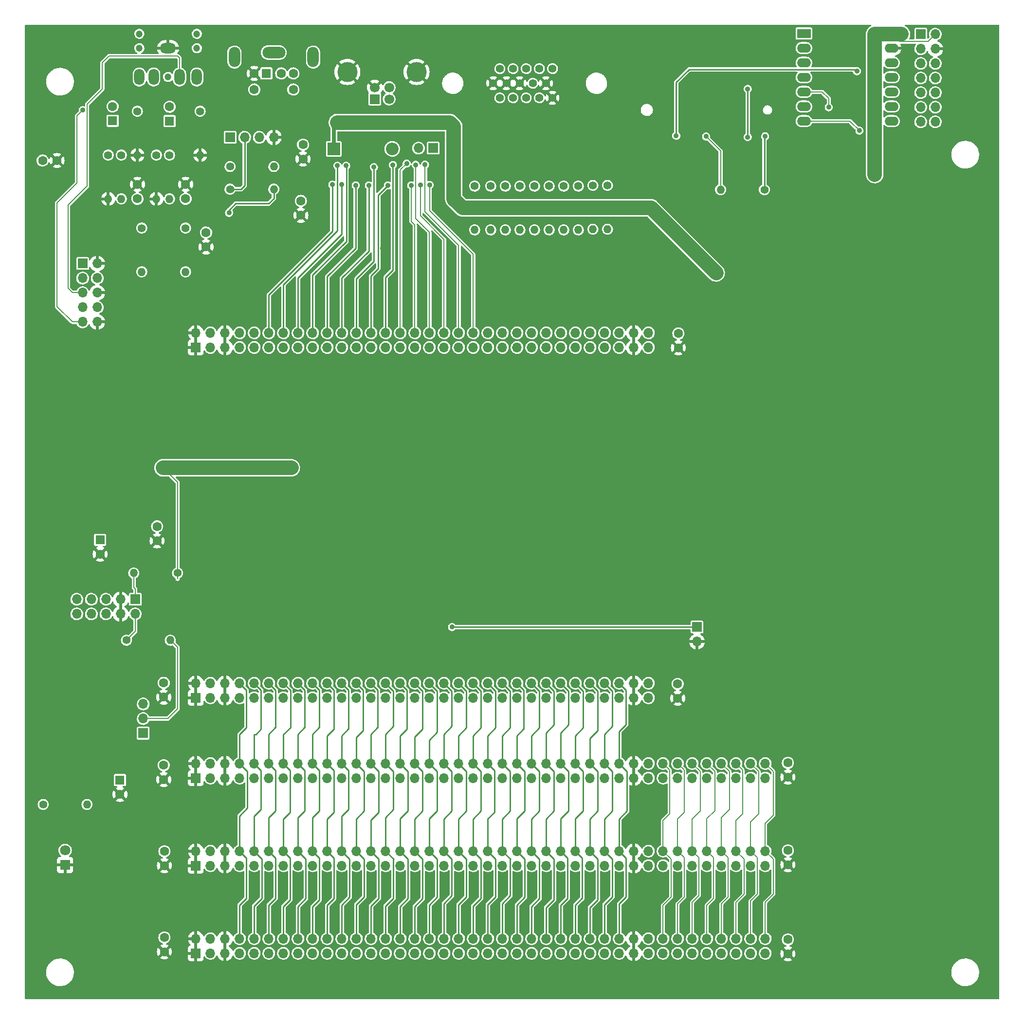
<source format=gbl>
G04 #@! TF.GenerationSoftware,KiCad,Pcbnew,(6.0.1)*
G04 #@! TF.CreationDate,2022-08-28T16:14:33-04:00*
G04 #@! TF.ProjectId,FPGA-ITX-01,46504741-2d49-4545-982d-30312e6b6963,1*
G04 #@! TF.SameCoordinates,Original*
G04 #@! TF.FileFunction,Copper,L2,Bot*
G04 #@! TF.FilePolarity,Positive*
%FSLAX46Y46*%
G04 Gerber Fmt 4.6, Leading zero omitted, Abs format (unit mm)*
G04 Created by KiCad (PCBNEW (6.0.1)) date 2022-08-28 16:14:33*
%MOMM*%
%LPD*%
G01*
G04 APERTURE LIST*
G04 #@! TA.AperFunction,ComponentPad*
%ADD10C,1.400000*%
G04 #@! TD*
G04 #@! TA.AperFunction,ComponentPad*
%ADD11O,1.400000X1.400000*%
G04 #@! TD*
G04 #@! TA.AperFunction,ComponentPad*
%ADD12R,1.700000X1.700000*%
G04 #@! TD*
G04 #@! TA.AperFunction,ComponentPad*
%ADD13O,1.700000X1.700000*%
G04 #@! TD*
G04 #@! TA.AperFunction,ComponentPad*
%ADD14R,1.600000X1.600000*%
G04 #@! TD*
G04 #@! TA.AperFunction,ComponentPad*
%ADD15C,1.600000*%
G04 #@! TD*
G04 #@! TA.AperFunction,ComponentPad*
%ADD16O,4.000000X2.000000*%
G04 #@! TD*
G04 #@! TA.AperFunction,ComponentPad*
%ADD17O,2.000000X3.500000*%
G04 #@! TD*
G04 #@! TA.AperFunction,ComponentPad*
%ADD18R,2.400000X1.600000*%
G04 #@! TD*
G04 #@! TA.AperFunction,ComponentPad*
%ADD19O,2.400000X1.600000*%
G04 #@! TD*
G04 #@! TA.AperFunction,ComponentPad*
%ADD20C,1.397000*%
G04 #@! TD*
G04 #@! TA.AperFunction,ComponentPad*
%ADD21C,1.700000*%
G04 #@! TD*
G04 #@! TA.AperFunction,ComponentPad*
%ADD22C,3.500000*%
G04 #@! TD*
G04 #@! TA.AperFunction,ComponentPad*
%ADD23R,1.800000X1.800000*%
G04 #@! TD*
G04 #@! TA.AperFunction,ComponentPad*
%ADD24C,1.800000*%
G04 #@! TD*
G04 #@! TA.AperFunction,ComponentPad*
%ADD25C,1.200000*%
G04 #@! TD*
G04 #@! TA.AperFunction,ComponentPad*
%ADD26O,1.800000X2.800000*%
G04 #@! TD*
G04 #@! TA.AperFunction,ComponentPad*
%ADD27O,2.800000X1.800000*%
G04 #@! TD*
G04 #@! TA.AperFunction,ComponentPad*
%ADD28R,2.200000X2.200000*%
G04 #@! TD*
G04 #@! TA.AperFunction,ComponentPad*
%ADD29O,2.200000X2.200000*%
G04 #@! TD*
G04 #@! TA.AperFunction,ViaPad*
%ADD30C,0.889000*%
G04 #@! TD*
G04 #@! TA.AperFunction,Conductor*
%ADD31C,0.203200*%
G04 #@! TD*
G04 #@! TA.AperFunction,Conductor*
%ADD32C,0.254000*%
G04 #@! TD*
G04 #@! TA.AperFunction,Conductor*
%ADD33C,2.540000*%
G04 #@! TD*
G04 #@! TA.AperFunction,Conductor*
%ADD34C,0.635000*%
G04 #@! TD*
G04 #@! TA.AperFunction,Conductor*
%ADD35C,0.152400*%
G04 #@! TD*
G04 APERTURE END LIST*
D10*
X152908000Y-147320000D03*
D11*
X160528000Y-147320000D03*
X154178000Y-135636000D03*
D10*
X161798000Y-135636000D03*
X218809845Y-68325745D03*
D11*
X218809845Y-75945745D03*
D10*
X216269845Y-68325745D03*
D11*
X216269845Y-75945745D03*
D10*
X226429845Y-68325745D03*
D11*
X226429845Y-75945745D03*
D10*
X223889845Y-68325745D03*
D11*
X223889845Y-75945745D03*
D10*
X231509845Y-68325745D03*
D11*
X231509845Y-75945745D03*
D10*
X228969845Y-68325745D03*
D11*
X228969845Y-75945745D03*
D10*
X170924500Y-68852500D03*
D11*
X178544500Y-68852500D03*
D10*
X170924500Y-64920500D03*
D11*
X178544500Y-64920500D03*
D12*
X170934500Y-59840500D03*
D13*
X173474500Y-59840500D03*
X176014500Y-59840500D03*
X178554500Y-59840500D03*
D14*
X177234500Y-48729500D03*
D15*
X179834500Y-48729500D03*
X175134500Y-48729500D03*
X181934500Y-48729500D03*
X175134500Y-51529500D03*
X181934500Y-51529500D03*
D16*
X178534500Y-45079500D03*
D17*
X171684500Y-45879500D03*
X185384500Y-45879500D03*
D12*
X164973000Y-96393000D03*
D13*
X164973000Y-93853000D03*
X167513000Y-96393000D03*
X167513000Y-93853000D03*
X170053000Y-96393000D03*
X170053000Y-93853000D03*
X172593000Y-96393000D03*
X172593000Y-93853000D03*
X175133000Y-96393000D03*
X175133000Y-93853000D03*
X177673000Y-96393000D03*
X177673000Y-93853000D03*
X180213000Y-96393000D03*
X180213000Y-93853000D03*
X182753000Y-96393000D03*
X182753000Y-93853000D03*
X185293000Y-96393000D03*
X185293000Y-93853000D03*
X187833000Y-96393000D03*
X187833000Y-93853000D03*
X190373000Y-96393000D03*
X190373000Y-93853000D03*
X192913000Y-96393000D03*
X192913000Y-93853000D03*
X195453000Y-96393000D03*
X195453000Y-93853000D03*
X197993000Y-96393000D03*
X197993000Y-93853000D03*
X200533000Y-96393000D03*
X200533000Y-93853000D03*
X203073000Y-96393000D03*
X203073000Y-93853000D03*
X205613000Y-96393000D03*
X205613000Y-93853000D03*
X208153000Y-96393000D03*
X208153000Y-93853000D03*
X210693000Y-96393000D03*
X210693000Y-93853000D03*
X213233000Y-96393000D03*
X213233000Y-93853000D03*
X215773000Y-96393000D03*
X215773000Y-93853000D03*
X218313000Y-96393000D03*
X218313000Y-93853000D03*
X220853000Y-96393000D03*
X220853000Y-93853000D03*
X223393000Y-96393000D03*
X223393000Y-93853000D03*
X225933000Y-96393000D03*
X225933000Y-93853000D03*
X228473000Y-96393000D03*
X228473000Y-93853000D03*
X231013000Y-96393000D03*
X231013000Y-93853000D03*
X233553000Y-96393000D03*
X233553000Y-93853000D03*
X236093000Y-96393000D03*
X236093000Y-93853000D03*
X238633000Y-96393000D03*
X238633000Y-93853000D03*
X241173000Y-96393000D03*
X241173000Y-93853000D03*
X243713000Y-96393000D03*
X243713000Y-93853000D03*
D12*
X164973000Y-157333000D03*
D13*
X164973000Y-154793000D03*
X167513000Y-157333000D03*
X167513000Y-154793000D03*
X170053000Y-157333000D03*
X170053000Y-154793000D03*
X172593000Y-157333000D03*
X172593000Y-154793000D03*
X175133000Y-157333000D03*
X175133000Y-154793000D03*
X177673000Y-157333000D03*
X177673000Y-154793000D03*
X180213000Y-157333000D03*
X180213000Y-154793000D03*
X182753000Y-157333000D03*
X182753000Y-154793000D03*
X185293000Y-157333000D03*
X185293000Y-154793000D03*
X187833000Y-157333000D03*
X187833000Y-154793000D03*
X190373000Y-157333000D03*
X190373000Y-154793000D03*
X192913000Y-157333000D03*
X192913000Y-154793000D03*
X195453000Y-157333000D03*
X195453000Y-154793000D03*
X197993000Y-157333000D03*
X197993000Y-154793000D03*
X200533000Y-157333000D03*
X200533000Y-154793000D03*
X203073000Y-157333000D03*
X203073000Y-154793000D03*
X205613000Y-157333000D03*
X205613000Y-154793000D03*
X208153000Y-157333000D03*
X208153000Y-154793000D03*
X210693000Y-157333000D03*
X210693000Y-154793000D03*
X213233000Y-157333000D03*
X213233000Y-154793000D03*
X215773000Y-157333000D03*
X215773000Y-154793000D03*
X218313000Y-157333000D03*
X218313000Y-154793000D03*
X220853000Y-157333000D03*
X220853000Y-154793000D03*
X223393000Y-157333000D03*
X223393000Y-154793000D03*
X225933000Y-157333000D03*
X225933000Y-154793000D03*
X228473000Y-157333000D03*
X228473000Y-154793000D03*
X231013000Y-157333000D03*
X231013000Y-154793000D03*
X233553000Y-157333000D03*
X233553000Y-154793000D03*
X236093000Y-157333000D03*
X236093000Y-154793000D03*
X238633000Y-157333000D03*
X238633000Y-154793000D03*
X241173000Y-157333000D03*
X241173000Y-154793000D03*
X243713000Y-157333000D03*
X243713000Y-154793000D03*
D18*
X270764000Y-41783000D03*
D19*
X270764000Y-44323000D03*
X270764000Y-46863000D03*
X270764000Y-49403000D03*
X270764000Y-51943000D03*
X270764000Y-54483000D03*
X270764000Y-57023000D03*
X286004000Y-57023000D03*
X286004000Y-54483000D03*
X286004000Y-51943000D03*
X286004000Y-49403000D03*
X286004000Y-46863000D03*
X286004000Y-44323000D03*
X286004000Y-41783000D03*
D12*
X164973000Y-171303000D03*
D13*
X164973000Y-168763000D03*
X167513000Y-171303000D03*
X167513000Y-168763000D03*
X170053000Y-171303000D03*
X170053000Y-168763000D03*
X172593000Y-171303000D03*
X172593000Y-168763000D03*
X175133000Y-171303000D03*
X175133000Y-168763000D03*
X177673000Y-171303000D03*
X177673000Y-168763000D03*
X180213000Y-171303000D03*
X180213000Y-168763000D03*
X182753000Y-171303000D03*
X182753000Y-168763000D03*
X185293000Y-171303000D03*
X185293000Y-168763000D03*
X187833000Y-171303000D03*
X187833000Y-168763000D03*
X190373000Y-171303000D03*
X190373000Y-168763000D03*
X192913000Y-171303000D03*
X192913000Y-168763000D03*
X195453000Y-171303000D03*
X195453000Y-168763000D03*
X197993000Y-171303000D03*
X197993000Y-168763000D03*
X200533000Y-171303000D03*
X200533000Y-168763000D03*
X203073000Y-171303000D03*
X203073000Y-168763000D03*
X205613000Y-171303000D03*
X205613000Y-168763000D03*
X208153000Y-171303000D03*
X208153000Y-168763000D03*
X210693000Y-171303000D03*
X210693000Y-168763000D03*
X213233000Y-171303000D03*
X213233000Y-168763000D03*
X215773000Y-171303000D03*
X215773000Y-168763000D03*
X218313000Y-171303000D03*
X218313000Y-168763000D03*
X220853000Y-171303000D03*
X220853000Y-168763000D03*
X223393000Y-171303000D03*
X223393000Y-168763000D03*
X225933000Y-171303000D03*
X225933000Y-168763000D03*
X228473000Y-171303000D03*
X228473000Y-168763000D03*
X231013000Y-171303000D03*
X231013000Y-168763000D03*
X233553000Y-171303000D03*
X233553000Y-168763000D03*
X236093000Y-171303000D03*
X236093000Y-168763000D03*
X238633000Y-171303000D03*
X238633000Y-168763000D03*
X241173000Y-171303000D03*
X241173000Y-168763000D03*
X243713000Y-171303000D03*
X243713000Y-168763000D03*
X246253000Y-171303000D03*
X246253000Y-168763000D03*
X248793000Y-171303000D03*
X248793000Y-168763000D03*
X251333000Y-171303000D03*
X251333000Y-168763000D03*
X253873000Y-171303000D03*
X253873000Y-168763000D03*
X256413000Y-171303000D03*
X256413000Y-168763000D03*
X258953000Y-171303000D03*
X258953000Y-168763000D03*
X261493000Y-171303000D03*
X261493000Y-168763000D03*
X264033000Y-171303000D03*
X264033000Y-168763000D03*
D15*
X248798000Y-154930000D03*
X248798000Y-157430000D03*
X267974000Y-168646000D03*
X267974000Y-171146000D03*
X159385000Y-169057000D03*
X159385000Y-171557000D03*
X183242500Y-70904500D03*
X183242500Y-73404500D03*
X166751000Y-76405000D03*
X166751000Y-78905000D03*
D12*
X155829000Y-163499800D03*
D13*
X155829000Y-160959800D03*
X155829000Y-158419800D03*
D10*
X263880600Y-68935600D03*
D11*
X256260600Y-68935600D03*
D15*
X138322000Y-63876000D03*
X140822000Y-63876000D03*
X158242000Y-127528000D03*
X158242000Y-130028000D03*
D14*
X148336000Y-129858888D03*
D15*
X148336000Y-132358888D03*
D20*
X217862215Y-52970155D03*
X220153295Y-52970155D03*
X222439295Y-52970155D03*
X224732915Y-52970155D03*
X227021455Y-52970155D03*
X216716675Y-50430155D03*
X219007755Y-50430155D03*
X221298835Y-50430155D03*
X223587375Y-50430155D03*
X225878455Y-50430155D03*
X217862215Y-47890155D03*
X220153295Y-47890155D03*
X222441835Y-47892695D03*
X224732915Y-47890155D03*
X227021455Y-47890155D03*
D12*
X196108000Y-53186500D03*
D21*
X198608000Y-53186500D03*
X198608000Y-51186500D03*
X196108000Y-51186500D03*
D22*
X203378000Y-48476500D03*
X191338000Y-48476500D03*
D10*
X158115000Y-62923000D03*
D11*
X158115000Y-70543000D03*
D14*
X151765000Y-171641888D03*
D15*
X151765000Y-174141888D03*
D14*
X160401000Y-57016113D03*
D15*
X160401000Y-54516113D03*
D10*
X155575000Y-75623000D03*
D11*
X155575000Y-83243000D03*
D12*
X164978000Y-201783000D03*
D13*
X164978000Y-199243000D03*
X167518000Y-201783000D03*
X167518000Y-199243000D03*
X170058000Y-201783000D03*
X170058000Y-199243000D03*
X172598000Y-201783000D03*
X172598000Y-199243000D03*
X175138000Y-201783000D03*
X175138000Y-199243000D03*
X177678000Y-201783000D03*
X177678000Y-199243000D03*
X180218000Y-201783000D03*
X180218000Y-199243000D03*
X182758000Y-201783000D03*
X182758000Y-199243000D03*
X185298000Y-201783000D03*
X185298000Y-199243000D03*
X187838000Y-201783000D03*
X187838000Y-199243000D03*
X190378000Y-201783000D03*
X190378000Y-199243000D03*
X192918000Y-201783000D03*
X192918000Y-199243000D03*
X195458000Y-201783000D03*
X195458000Y-199243000D03*
X197998000Y-201783000D03*
X197998000Y-199243000D03*
X200538000Y-201783000D03*
X200538000Y-199243000D03*
X203078000Y-201783000D03*
X203078000Y-199243000D03*
X205618000Y-201783000D03*
X205618000Y-199243000D03*
X208158000Y-201783000D03*
X208158000Y-199243000D03*
X210698000Y-201783000D03*
X210698000Y-199243000D03*
X213238000Y-201783000D03*
X213238000Y-199243000D03*
X215778000Y-201783000D03*
X215778000Y-199243000D03*
X218318000Y-201783000D03*
X218318000Y-199243000D03*
X220858000Y-201783000D03*
X220858000Y-199243000D03*
X223398000Y-201783000D03*
X223398000Y-199243000D03*
X225938000Y-201783000D03*
X225938000Y-199243000D03*
X228478000Y-201783000D03*
X228478000Y-199243000D03*
X231018000Y-201783000D03*
X231018000Y-199243000D03*
X233558000Y-201783000D03*
X233558000Y-199243000D03*
X236098000Y-201783000D03*
X236098000Y-199243000D03*
X238638000Y-201783000D03*
X238638000Y-199243000D03*
X241178000Y-201783000D03*
X241178000Y-199243000D03*
X243718000Y-201783000D03*
X243718000Y-199243000D03*
X246258000Y-201783000D03*
X246258000Y-199243000D03*
X248798000Y-201783000D03*
X248798000Y-199243000D03*
X251338000Y-201783000D03*
X251338000Y-199243000D03*
X253878000Y-201783000D03*
X253878000Y-199243000D03*
X256418000Y-201783000D03*
X256418000Y-199243000D03*
X258958000Y-201783000D03*
X258958000Y-199243000D03*
X261498000Y-201783000D03*
X261498000Y-199243000D03*
X264038000Y-201783000D03*
X264038000Y-199243000D03*
D12*
X145283000Y-81793000D03*
D13*
X147823000Y-81793000D03*
X145283000Y-84333000D03*
X147823000Y-84333000D03*
X145283000Y-86873000D03*
X147823000Y-86873000D03*
X145283000Y-89413000D03*
X147823000Y-89413000D03*
X145283000Y-91953000D03*
X147823000Y-91953000D03*
D10*
X152019000Y-62923000D03*
D11*
X152019000Y-70543000D03*
D10*
X236589845Y-68203745D03*
D11*
X236589845Y-75823745D03*
D10*
X160401000Y-62923000D03*
D11*
X160401000Y-70543000D03*
D10*
X213475845Y-68325745D03*
D11*
X213475845Y-75945745D03*
D12*
X252165000Y-145029000D03*
D13*
X252165000Y-147569000D03*
D15*
X159385000Y-154731400D03*
X159385000Y-157231400D03*
D10*
X163195000Y-75623000D03*
D11*
X163195000Y-83243000D03*
D12*
X164973000Y-186543000D03*
D13*
X164973000Y-184003000D03*
X167513000Y-186543000D03*
X167513000Y-184003000D03*
X170053000Y-186543000D03*
X170053000Y-184003000D03*
X172593000Y-186543000D03*
X172593000Y-184003000D03*
X175133000Y-186543000D03*
X175133000Y-184003000D03*
X177673000Y-186543000D03*
X177673000Y-184003000D03*
X180213000Y-186543000D03*
X180213000Y-184003000D03*
X182753000Y-186543000D03*
X182753000Y-184003000D03*
X185293000Y-186543000D03*
X185293000Y-184003000D03*
X187833000Y-186543000D03*
X187833000Y-184003000D03*
X190373000Y-186543000D03*
X190373000Y-184003000D03*
X192913000Y-186543000D03*
X192913000Y-184003000D03*
X195453000Y-186543000D03*
X195453000Y-184003000D03*
X197993000Y-186543000D03*
X197993000Y-184003000D03*
X200533000Y-186543000D03*
X200533000Y-184003000D03*
X203073000Y-186543000D03*
X203073000Y-184003000D03*
X205613000Y-186543000D03*
X205613000Y-184003000D03*
X208153000Y-186543000D03*
X208153000Y-184003000D03*
X210693000Y-186543000D03*
X210693000Y-184003000D03*
X213233000Y-186543000D03*
X213233000Y-184003000D03*
X215773000Y-186543000D03*
X215773000Y-184003000D03*
X218313000Y-186543000D03*
X218313000Y-184003000D03*
X220853000Y-186543000D03*
X220853000Y-184003000D03*
X223393000Y-186543000D03*
X223393000Y-184003000D03*
X225933000Y-186543000D03*
X225933000Y-184003000D03*
X228473000Y-186543000D03*
X228473000Y-184003000D03*
X231013000Y-186543000D03*
X231013000Y-184003000D03*
X233553000Y-186543000D03*
X233553000Y-184003000D03*
X236093000Y-186543000D03*
X236093000Y-184003000D03*
X238633000Y-186543000D03*
X238633000Y-184003000D03*
X241173000Y-186543000D03*
X241173000Y-184003000D03*
X243713000Y-186543000D03*
X243713000Y-184003000D03*
X246253000Y-186543000D03*
X246253000Y-184003000D03*
X248793000Y-186543000D03*
X248793000Y-184003000D03*
X251333000Y-186543000D03*
X251333000Y-184003000D03*
X253873000Y-186543000D03*
X253873000Y-184003000D03*
X256413000Y-186543000D03*
X256413000Y-184003000D03*
X258953000Y-186543000D03*
X258953000Y-184003000D03*
X261493000Y-186543000D03*
X261493000Y-184003000D03*
X264033000Y-186543000D03*
X264033000Y-184003000D03*
D15*
X267974000Y-183886000D03*
X267974000Y-186386000D03*
D12*
X154427000Y-140203000D03*
D13*
X154427000Y-142743000D03*
X151887000Y-140203000D03*
X151887000Y-142743000D03*
X149347000Y-140203000D03*
X149347000Y-142743000D03*
X146807000Y-140203000D03*
X146807000Y-142743000D03*
X144267000Y-140203000D03*
X144267000Y-142743000D03*
D14*
X150495000Y-56959000D03*
D15*
X150495000Y-54459000D03*
D10*
X149733000Y-62923000D03*
D11*
X149733000Y-70543000D03*
D12*
X291079000Y-41905000D03*
D13*
X293619000Y-41905000D03*
X291079000Y-44445000D03*
X293619000Y-44445000D03*
X291079000Y-46985000D03*
X293619000Y-46985000D03*
X291079000Y-49525000D03*
X293619000Y-49525000D03*
X291079000Y-52065000D03*
X293619000Y-52065000D03*
X291079000Y-54605000D03*
X293619000Y-54605000D03*
X291079000Y-57145000D03*
X293619000Y-57145000D03*
D10*
X138430000Y-175895000D03*
D11*
X146050000Y-175895000D03*
D10*
X165735000Y-55303000D03*
D11*
X165735000Y-62923000D03*
D15*
X163195000Y-70523000D03*
X163195000Y-68023000D03*
D10*
X234049845Y-68203745D03*
D11*
X234049845Y-75823745D03*
D10*
X221349845Y-68325745D03*
D11*
X221349845Y-75945745D03*
D15*
X248924000Y-93950000D03*
X248924000Y-96450000D03*
D23*
X142240000Y-186441000D03*
D24*
X142240000Y-183901000D03*
D15*
X154813000Y-70523000D03*
X154813000Y-68023000D03*
X159512000Y-199029000D03*
X159512000Y-201529000D03*
D25*
X165147000Y-44339000D03*
X160147000Y-49339000D03*
X155147000Y-44339000D03*
X155147000Y-41839000D03*
X165147000Y-41839000D03*
D26*
X165147000Y-49339000D03*
X162147000Y-49339000D03*
D27*
X160147000Y-44339000D03*
D26*
X155147000Y-49339000D03*
X157647000Y-49339000D03*
D12*
X206253000Y-61722000D03*
D13*
X203713000Y-61722000D03*
D15*
X159512000Y-184043000D03*
X159512000Y-186543000D03*
X183624500Y-61110500D03*
X183624500Y-63610500D03*
D28*
X188976000Y-61849000D03*
D29*
X199136000Y-61849000D03*
D15*
X267974000Y-199380000D03*
X267974000Y-201880000D03*
D10*
X154813000Y-55303000D03*
D11*
X154813000Y-62923000D03*
D30*
X197485000Y-79121000D03*
X251104400Y-59436000D03*
X258521200Y-59436000D03*
X196887428Y-64446466D03*
X154838400Y-122097800D03*
X178670500Y-82314500D03*
X253746000Y-59690000D03*
X248553200Y-59548800D03*
X279984200Y-48336200D03*
X260985000Y-59791600D03*
X260985000Y-51409600D03*
X205638400Y-68122800D03*
X204851000Y-64592200D03*
X204038200Y-68097400D03*
X203225400Y-64617600D03*
X202438000Y-68199000D03*
X199263000Y-64643000D03*
X198374000Y-68199000D03*
X195961000Y-65024000D03*
X195072000Y-68199000D03*
X192786000Y-68199000D03*
X191135000Y-64770000D03*
X190385200Y-68072000D03*
X189611000Y-64770000D03*
X188722000Y-68072000D03*
X201650600Y-64414400D03*
X280416000Y-58674000D03*
X275082000Y-54610000D03*
X264013200Y-59659000D03*
X209550000Y-145034000D03*
X170764200Y-72974200D03*
X159283400Y-117322600D03*
X255524000Y-83515200D03*
X181610000Y-117348000D03*
X283070300Y-64706500D03*
X254838200Y-82753200D03*
X283070300Y-66306700D03*
X179832000Y-117322600D03*
X254025400Y-81889600D03*
X145288000Y-55118000D03*
D31*
X154427000Y-138425000D02*
X154427000Y-140203000D01*
X154178000Y-138176000D02*
X154427000Y-138425000D01*
X154178000Y-135636000D02*
X154178000Y-138176000D01*
X161798000Y-119837200D02*
X159283400Y-117322600D01*
X161798000Y-136652000D02*
X161798000Y-119837200D01*
X154427000Y-145801000D02*
X154427000Y-142743000D01*
X152908000Y-147320000D02*
X154427000Y-145801000D01*
X160096200Y-160959800D02*
X155829000Y-160959800D01*
X161798000Y-159258000D02*
X160096200Y-160959800D01*
X161798000Y-148590000D02*
X161798000Y-159258000D01*
X160528000Y-147320000D02*
X161798000Y-148590000D01*
X256260600Y-68935600D02*
X256260600Y-62204600D01*
X256260600Y-62204600D02*
X253746000Y-59690000D01*
D32*
X279792311Y-48042711D02*
X279984200Y-48234600D01*
X248553200Y-50252400D02*
X250762889Y-48042711D01*
X248553200Y-50252400D02*
X248553200Y-59548800D01*
X279984200Y-48234600D02*
X279984200Y-48336200D01*
X250762889Y-48042711D02*
X279792311Y-48042711D01*
X260985000Y-59791600D02*
X260985000Y-51409600D01*
X233558000Y-199243000D02*
X233558000Y-193816578D01*
X233553000Y-184003000D02*
X233553000Y-178409000D01*
X233553000Y-168763000D02*
X233553000Y-164357578D01*
X233553000Y-168763000D02*
X234913289Y-170123289D01*
X233553000Y-184003000D02*
X234913289Y-185363289D01*
X233553000Y-178409000D02*
X234913289Y-177048711D01*
X233558000Y-193816578D02*
X234913289Y-192461289D01*
X234913289Y-170123289D02*
X234913289Y-177048711D01*
X234913289Y-156153289D02*
X233553000Y-154793000D01*
X234913289Y-162997289D02*
X234913289Y-156153289D01*
X233553000Y-164357578D02*
X234913289Y-162997289D01*
X234913289Y-185363289D02*
X234913289Y-192461289D01*
X236093000Y-154793000D02*
X237453289Y-156153289D01*
X237453289Y-156153289D02*
X237453289Y-162316711D01*
X237453289Y-185363289D02*
X236093000Y-184003000D01*
X237453289Y-191953289D02*
X237453289Y-185363289D01*
X236098000Y-199243000D02*
X236098000Y-193308578D01*
X236098000Y-193308578D02*
X237453289Y-191953289D01*
X236093000Y-168763000D02*
X236093000Y-163677000D01*
X236093000Y-168763000D02*
X237453289Y-170123289D01*
X236093000Y-178409000D02*
X237453289Y-177048711D01*
X236093000Y-163677000D02*
X237453289Y-162316711D01*
X236093000Y-184003000D02*
X236093000Y-178409000D01*
X237453289Y-170123289D02*
X237453289Y-177048711D01*
X191552711Y-169942711D02*
X190373000Y-168763000D01*
X191552711Y-155972711D02*
X191552711Y-162816711D01*
X190378000Y-193390000D02*
X191733289Y-192034711D01*
X190373000Y-168763000D02*
X190373000Y-163931000D01*
X191487289Y-162816711D02*
X191552711Y-162816711D01*
X190373000Y-177966422D02*
X191552711Y-176786711D01*
X190373000Y-184003000D02*
X190373000Y-177966422D01*
X191552711Y-176786711D02*
X191552711Y-169942711D01*
X190373000Y-163931000D02*
X191487289Y-162816711D01*
X190373000Y-154793000D02*
X191552711Y-155972711D01*
X191733289Y-185363289D02*
X190373000Y-184003000D01*
X191733289Y-192034711D02*
X191733289Y-185363289D01*
X190378000Y-199243000D02*
X190378000Y-193390000D01*
X192913000Y-164185000D02*
X194092711Y-163005289D01*
X194092711Y-163005289D02*
X194092711Y-155972711D01*
X192913000Y-168763000D02*
X194273289Y-170123289D01*
X192918000Y-193308578D02*
X194273289Y-191953289D01*
X194273289Y-191953289D02*
X194273289Y-185363289D01*
X194273289Y-170123289D02*
X194273289Y-177048711D01*
X192913000Y-184003000D02*
X192913000Y-178409000D01*
X192913000Y-168763000D02*
X192913000Y-164185000D01*
X192918000Y-199243000D02*
X192918000Y-193308578D01*
X194092711Y-155972711D02*
X192913000Y-154793000D01*
X194273289Y-185363289D02*
X192913000Y-184003000D01*
X192913000Y-178409000D02*
X194273289Y-177048711D01*
X196813289Y-170123289D02*
X195453000Y-168763000D01*
X195453000Y-178581578D02*
X196813289Y-177221289D01*
X195453000Y-168763000D02*
X195453000Y-163677000D01*
X195453000Y-154793000D02*
X196632711Y-155972711D01*
X196567289Y-162562711D02*
X196632711Y-162562711D01*
X195453000Y-184003000D02*
X195453000Y-178581578D01*
X196813289Y-192207289D02*
X196813289Y-185363289D01*
X195453000Y-163677000D02*
X196567289Y-162562711D01*
X196813289Y-177221289D02*
X196813289Y-170123289D01*
X195458000Y-193562578D02*
X196813289Y-192207289D01*
X195458000Y-199243000D02*
X195458000Y-193562578D01*
X196632711Y-155972711D02*
X196632711Y-162562711D01*
X196813289Y-185363289D02*
X195453000Y-184003000D01*
X199353289Y-156153289D02*
X199353289Y-162316711D01*
X197993000Y-184003000D02*
X197993000Y-178155000D01*
X199353289Y-170123289D02*
X197993000Y-168763000D01*
X197993000Y-168763000D02*
X197993000Y-163677000D01*
X199353289Y-176794711D02*
X199353289Y-170123289D01*
X199380000Y-185390000D02*
X197993000Y-184003000D01*
X197993000Y-154793000D02*
X199353289Y-156153289D01*
X197993000Y-163677000D02*
X199353289Y-162316711D01*
X199353289Y-185416711D02*
X199380000Y-185390000D01*
X197998000Y-193562578D02*
X199353289Y-192207289D01*
X197998000Y-199243000D02*
X197998000Y-193562578D01*
X199353289Y-192207289D02*
X199353289Y-185416711D01*
X197993000Y-178155000D02*
X199353289Y-176794711D01*
X201893289Y-185363289D02*
X201893289Y-192288711D01*
X200533000Y-168763000D02*
X200533000Y-163931000D01*
X201712711Y-155972711D02*
X201712711Y-162751289D01*
X200538000Y-193644000D02*
X201893289Y-192288711D01*
X200538000Y-199243000D02*
X200538000Y-193644000D01*
X200533000Y-178327578D02*
X201893289Y-176967289D01*
X200533000Y-163931000D02*
X201712711Y-162751289D01*
X200533000Y-184003000D02*
X200533000Y-178327578D01*
X200533000Y-184003000D02*
X201893289Y-185363289D01*
X201893289Y-170123289D02*
X200533000Y-168763000D01*
X200533000Y-154793000D02*
X201712711Y-155972711D01*
X201893289Y-176967289D02*
X201893289Y-170123289D01*
X204433289Y-156153289D02*
X203073000Y-154793000D01*
X203073000Y-184003000D02*
X203073000Y-178409000D01*
X203073000Y-184003000D02*
X204433289Y-185363289D01*
X204433289Y-170123289D02*
X203073000Y-168763000D01*
X204433289Y-177048711D02*
X204433289Y-170123289D01*
X203073000Y-164103578D02*
X204433289Y-162743289D01*
X203078000Y-199243000D02*
X203078000Y-193644000D01*
X204433289Y-162743289D02*
X204433289Y-156153289D01*
X204433289Y-185363289D02*
X204433289Y-192288711D01*
X203073000Y-168763000D02*
X203073000Y-164103578D01*
X203078000Y-193644000D02*
X204433289Y-192288711D01*
X203073000Y-178409000D02*
X204433289Y-177048711D01*
X205618000Y-193390000D02*
X206973289Y-192034711D01*
X206973289Y-156153289D02*
X206973289Y-163332711D01*
X205618000Y-199243000D02*
X205618000Y-193390000D01*
X206973289Y-170123289D02*
X205613000Y-168763000D01*
X205613000Y-184003000D02*
X205613000Y-178327578D01*
X205613000Y-184003000D02*
X206973289Y-185363289D01*
X205613000Y-164693000D02*
X205613000Y-168763000D01*
X205613000Y-178327578D02*
X206973289Y-176967289D01*
X205613000Y-154793000D02*
X206973289Y-156153289D01*
X206973289Y-185363289D02*
X206973289Y-192034711D01*
X206973289Y-176967289D02*
X206973289Y-170123289D01*
X206973289Y-163332711D02*
X205613000Y-164693000D01*
X209513289Y-177048711D02*
X209513289Y-170123289D01*
X208158000Y-199243000D02*
X208158000Y-193136000D01*
X208153000Y-184003000D02*
X208153000Y-178409000D01*
X209513289Y-185363289D02*
X209513289Y-191780711D01*
X208153000Y-163677000D02*
X209513289Y-162316711D01*
X209513289Y-156153289D02*
X209513289Y-162316711D01*
X208153000Y-178409000D02*
X209513289Y-177048711D01*
X208153000Y-154793000D02*
X209513289Y-156153289D01*
X208158000Y-193136000D02*
X209513289Y-191780711D01*
X209513289Y-170123289D02*
X208153000Y-168763000D01*
X208153000Y-168763000D02*
X208153000Y-163677000D01*
X208153000Y-184003000D02*
X209513289Y-185363289D01*
X210698000Y-199243000D02*
X210698000Y-193308578D01*
X210693000Y-178409000D02*
X212053289Y-177048711D01*
X210693000Y-168763000D02*
X212053289Y-170123289D01*
X210693000Y-184003000D02*
X210693000Y-178409000D01*
X212053289Y-156153289D02*
X212053289Y-162570711D01*
X212053289Y-185363289D02*
X210693000Y-184003000D01*
X210693000Y-154793000D02*
X212053289Y-156153289D01*
X212053289Y-170123289D02*
X212053289Y-177048711D01*
X210698000Y-193308578D02*
X212053289Y-191953289D01*
X212053289Y-191953289D02*
X212053289Y-185363289D01*
X210693000Y-168763000D02*
X210693000Y-163931000D01*
X210693000Y-163931000D02*
X212053289Y-162570711D01*
X213238000Y-199243000D02*
X213238000Y-193562578D01*
X214593289Y-156153289D02*
X214593289Y-162570711D01*
X213233000Y-168763000D02*
X213233000Y-163931000D01*
X213233000Y-163931000D02*
X214593289Y-162570711D01*
X213233000Y-154793000D02*
X214593289Y-156153289D01*
X213233000Y-184003000D02*
X214593289Y-185363289D01*
X214593289Y-170123289D02*
X214593289Y-177048711D01*
X213233000Y-178409000D02*
X214593289Y-177048711D01*
X214593289Y-185363289D02*
X214593289Y-192207289D01*
X213238000Y-193562578D02*
X214593289Y-192207289D01*
X213233000Y-184003000D02*
X213233000Y-178409000D01*
X213233000Y-168763000D02*
X214593289Y-170123289D01*
X216952711Y-169942711D02*
X216952711Y-177229289D01*
X215773000Y-163931000D02*
X217133289Y-162570711D01*
X215773000Y-168763000D02*
X216952711Y-169942711D01*
X215778000Y-199243000D02*
X215778000Y-193308578D01*
X215773000Y-178401000D02*
X216944711Y-177229289D01*
X216944711Y-177229289D02*
X216952711Y-177229289D01*
X215773000Y-154793000D02*
X217133289Y-156153289D01*
X215773000Y-184003000D02*
X215773000Y-178401000D01*
X217133289Y-156153289D02*
X217133289Y-162570711D01*
X217133289Y-191953289D02*
X217133289Y-185363289D01*
X217133289Y-185363289D02*
X215773000Y-184003000D01*
X215778000Y-193308578D02*
X217133289Y-191953289D01*
X215773000Y-168763000D02*
X215773000Y-163931000D01*
X218318000Y-193136000D02*
X219673289Y-191780711D01*
X219714000Y-185404000D02*
X218313000Y-184003000D01*
X218313000Y-163931000D02*
X219673289Y-162570711D01*
X218318000Y-199243000D02*
X218318000Y-193136000D01*
X218313000Y-168763000D02*
X219673289Y-170123289D01*
X218313000Y-184003000D02*
X218313000Y-178409000D01*
X218313000Y-168763000D02*
X218313000Y-163931000D01*
X219673289Y-191780711D02*
X219673289Y-185444711D01*
X218313000Y-178409000D02*
X219673289Y-177048711D01*
X219673289Y-156153289D02*
X219673289Y-162570711D01*
X219673289Y-185444711D02*
X219714000Y-185404000D01*
X219673289Y-170123289D02*
X219673289Y-177048711D01*
X218313000Y-154793000D02*
X219673289Y-156153289D01*
X222213289Y-185363289D02*
X220853000Y-184003000D01*
X221967289Y-162816711D02*
X222032711Y-162816711D01*
X222032711Y-155972711D02*
X222032711Y-162816711D01*
X220853000Y-178401000D02*
X222205289Y-177048711D01*
X220853000Y-168763000D02*
X222213289Y-170123289D01*
X222213289Y-192034711D02*
X222213289Y-185363289D01*
X220853000Y-163931000D02*
X221967289Y-162816711D01*
X220853000Y-168763000D02*
X220853000Y-163931000D01*
X220853000Y-184003000D02*
X220853000Y-178401000D01*
X220853000Y-154793000D02*
X222032711Y-155972711D01*
X222213289Y-170123289D02*
X222213289Y-177048711D01*
X220858000Y-199243000D02*
X220858000Y-193390000D01*
X222205289Y-177048711D02*
X222213289Y-177048711D01*
X220858000Y-193390000D02*
X222213289Y-192034711D01*
X223393000Y-163931000D02*
X224753289Y-162570711D01*
X223393000Y-184003000D02*
X223393000Y-178409000D01*
X224753289Y-185363289D02*
X224753289Y-192288711D01*
X223393000Y-168763000D02*
X223393000Y-163931000D01*
X223393000Y-168763000D02*
X224753289Y-170123289D01*
X224753289Y-156153289D02*
X224753289Y-162570711D01*
X223398000Y-199243000D02*
X223398000Y-193644000D01*
X223393000Y-178409000D02*
X224753289Y-177048711D01*
X224753289Y-170123289D02*
X224753289Y-177048711D01*
X223393000Y-154793000D02*
X224753289Y-156153289D01*
X223398000Y-193644000D02*
X224753289Y-192288711D01*
X223393000Y-184003000D02*
X224753289Y-185363289D01*
X225938000Y-193816578D02*
X227293289Y-192461289D01*
X227293289Y-192461289D02*
X227293289Y-185363289D01*
X225933000Y-154793000D02*
X227293289Y-156153289D01*
X227293289Y-156153289D02*
X227293289Y-162062711D01*
X227293289Y-170123289D02*
X225933000Y-168763000D01*
X225933000Y-168763000D02*
X225933000Y-163423000D01*
X225933000Y-184003000D02*
X225933000Y-178409000D01*
X225938000Y-199243000D02*
X225938000Y-193816578D01*
X225933000Y-178409000D02*
X227293289Y-177048711D01*
X225933000Y-163423000D02*
X227293289Y-162062711D01*
X227293289Y-185363289D02*
X225933000Y-184003000D01*
X227293289Y-177048711D02*
X227293289Y-170123289D01*
X228473000Y-163423000D02*
X229833289Y-162062711D01*
X228473000Y-168763000D02*
X228473000Y-163423000D01*
X229652711Y-192215289D02*
X229652711Y-185182711D01*
X228478000Y-193390000D02*
X229652711Y-192215289D01*
X228473000Y-168763000D02*
X229833289Y-170123289D01*
X228473000Y-184003000D02*
X228473000Y-178401000D01*
X228473000Y-178401000D02*
X229825289Y-177048711D01*
X229825289Y-177048711D02*
X229833289Y-177048711D01*
X229652711Y-185182711D02*
X228473000Y-184003000D01*
X229833289Y-156153289D02*
X229833289Y-162062711D01*
X228473000Y-154793000D02*
X229833289Y-156153289D01*
X229833289Y-170123289D02*
X229833289Y-177048711D01*
X228478000Y-199243000D02*
X228478000Y-193390000D01*
X232373289Y-176967289D02*
X232373289Y-170123289D01*
X232373289Y-162570711D02*
X232373289Y-156153289D01*
X231013000Y-178327578D02*
X232373289Y-176967289D01*
X231018000Y-193390000D02*
X232127289Y-192280711D01*
X231013000Y-163931000D02*
X232373289Y-162570711D01*
X231013000Y-168763000D02*
X231013000Y-163931000D01*
X231013000Y-184003000D02*
X232192711Y-185182711D01*
X231018000Y-199243000D02*
X231018000Y-193390000D01*
X231013000Y-184003000D02*
X231013000Y-178327578D01*
X232127289Y-192280711D02*
X232192711Y-192280711D01*
X232373289Y-156153289D02*
X231013000Y-154793000D01*
X232373289Y-170123289D02*
X231013000Y-168763000D01*
X232192711Y-185182711D02*
X232192711Y-192280711D01*
D31*
X213233000Y-80187800D02*
X213233000Y-93853000D01*
X205638400Y-72593200D02*
X213233000Y-80187800D01*
X205638400Y-68122800D02*
X205638400Y-72593200D01*
X204851000Y-72745600D02*
X204851000Y-64592200D01*
X204851000Y-72745600D02*
X210693000Y-78587600D01*
X210693000Y-93853000D02*
X210693000Y-78587600D01*
X204038200Y-73456800D02*
X208153000Y-77571600D01*
X208153000Y-77571600D02*
X208153000Y-93853000D01*
X204038200Y-68097400D02*
X204038200Y-73456800D01*
X205613000Y-76352400D02*
X205613000Y-93853000D01*
X203225400Y-64617600D02*
X203225400Y-73964800D01*
X203225400Y-73964800D02*
X205613000Y-76352400D01*
X202438000Y-68199000D02*
X202438000Y-74447400D01*
X202438000Y-74447400D02*
X203073000Y-75082400D01*
X203073000Y-75082400D02*
X203073000Y-93853000D01*
D32*
X199263000Y-64643000D02*
X199263000Y-82931000D01*
X197993000Y-84201000D02*
X199263000Y-82931000D01*
X197993000Y-93853000D02*
X197993000Y-84201000D01*
X198374000Y-68199000D02*
X196710789Y-69862211D01*
X195453000Y-93853000D02*
X195453000Y-83947000D01*
X196710789Y-69862211D02*
X196710789Y-82689211D01*
X195453000Y-83947000D02*
X196710789Y-82689211D01*
X192913000Y-93853000D02*
X192913000Y-84455000D01*
X192913000Y-84455000D02*
X195961000Y-81407000D01*
X195961000Y-81407000D02*
X195961000Y-65024000D01*
X195072000Y-79629000D02*
X190373000Y-84328000D01*
X195072000Y-68199000D02*
X195072000Y-79629000D01*
X190373000Y-84328000D02*
X190373000Y-93853000D01*
X192786000Y-79121000D02*
X192786000Y-68199000D01*
X187833000Y-84074000D02*
X192786000Y-79121000D01*
X187833000Y-93853000D02*
X187833000Y-84074000D01*
X191159411Y-77953589D02*
X185293000Y-83820000D01*
X191135000Y-64770000D02*
X191159411Y-64794411D01*
X191159411Y-64794411D02*
X191159411Y-77953589D01*
X185293000Y-83820000D02*
X185293000Y-93853000D01*
X190385200Y-76695800D02*
X182753000Y-84328000D01*
X190385200Y-68072000D02*
X190385200Y-76695800D01*
X182753000Y-84328000D02*
X182753000Y-93853000D01*
X189611000Y-76073000D02*
X180213000Y-85471000D01*
X180213000Y-85471000D02*
X180213000Y-93853000D01*
X189611000Y-64770000D02*
X189611000Y-76073000D01*
X177673000Y-87249000D02*
X177673000Y-93853000D01*
X188722000Y-68072000D02*
X188722000Y-76200000D01*
X188722000Y-76200000D02*
X177673000Y-87249000D01*
D31*
X200533000Y-93853000D02*
X200533000Y-65532000D01*
X200533000Y-65532000D02*
X201650600Y-64414400D01*
D32*
X239812711Y-185182711D02*
X238633000Y-184003000D01*
X239812711Y-155972711D02*
X238633000Y-154793000D01*
X239812711Y-192026711D02*
X239812711Y-185182711D01*
X238633000Y-168763000D02*
X239993289Y-170123289D01*
X239993289Y-170123289D02*
X239993289Y-177048711D01*
X238638000Y-193201422D02*
X239812711Y-192026711D01*
X238633000Y-168763000D02*
X238633000Y-163169000D01*
X238633000Y-184003000D02*
X238633000Y-178409000D01*
X239812711Y-161989289D02*
X239812711Y-155972711D01*
X238633000Y-163169000D02*
X239812711Y-161989289D01*
X238633000Y-178409000D02*
X239993289Y-177048711D01*
X238638000Y-199243000D02*
X238638000Y-193201422D01*
D31*
X270764000Y-57023000D02*
X278765000Y-57023000D01*
X278765000Y-57023000D02*
X280416000Y-58674000D01*
X275082000Y-54610000D02*
X275082000Y-53086000D01*
X273939000Y-51943000D02*
X270764000Y-51943000D01*
X275082000Y-53086000D02*
X273939000Y-51943000D01*
D32*
X263880600Y-59791600D02*
X263880600Y-68935600D01*
X264013200Y-59659000D02*
X263880600Y-59791600D01*
X209550000Y-145034000D02*
X209555000Y-145029000D01*
X209555000Y-145029000D02*
X252165000Y-145029000D01*
X173474500Y-59840500D02*
X173474500Y-68206500D01*
X172828500Y-68852500D02*
X170924500Y-68852500D01*
X173474500Y-68206500D02*
X172828500Y-68852500D01*
D33*
X211404200Y-72110600D02*
X209854800Y-70561200D01*
D32*
X170764200Y-72974200D02*
X170764200Y-72491600D01*
X171881800Y-71374000D02*
X177647600Y-71374000D01*
X177647600Y-71374000D02*
X178544500Y-70477100D01*
D31*
X286004000Y-41783000D02*
X287401000Y-43180000D01*
D33*
X209854800Y-57962800D02*
X209143600Y-57251600D01*
D31*
X292344000Y-43180000D02*
X293619000Y-41905000D01*
D33*
X283070300Y-41871900D02*
X287743900Y-41871900D01*
D34*
X181584600Y-117322600D02*
X181610000Y-117348000D01*
D33*
X159283400Y-117322600D02*
X179832000Y-117322600D01*
D34*
X188976000Y-61849000D02*
X188976000Y-57886600D01*
X188976000Y-57886600D02*
X189611000Y-57251600D01*
D33*
X255498600Y-83413600D02*
X244195600Y-72110600D01*
D31*
X287401000Y-43180000D02*
X292344000Y-43180000D01*
D33*
X209143600Y-57251600D02*
X189611000Y-57251600D01*
D32*
X178544500Y-70477100D02*
X178544500Y-68852500D01*
D33*
X179832000Y-117322600D02*
X181584600Y-117322600D01*
D32*
X170764200Y-72491600D02*
X171881800Y-71374000D01*
D33*
X244195600Y-72110600D02*
X211404200Y-72110600D01*
X283070300Y-41871900D02*
X283070300Y-64706500D01*
X209854800Y-70561200D02*
X209854800Y-57962800D01*
X283070300Y-64706500D02*
X283070300Y-66306700D01*
D32*
X172593000Y-163742422D02*
X173772711Y-162562711D01*
X173953289Y-176540711D02*
X173953289Y-170123289D01*
X172593000Y-177901000D02*
X173953289Y-176540711D01*
X172598000Y-199243000D02*
X172598000Y-193392000D01*
X173772711Y-155972711D02*
X172593000Y-154793000D01*
X172598000Y-193392000D02*
X173709289Y-192280711D01*
X172593000Y-184003000D02*
X173772711Y-185182711D01*
X173709289Y-192280711D02*
X173772711Y-192280711D01*
X173772711Y-162562711D02*
X173772711Y-155972711D01*
X172593000Y-168763000D02*
X172593000Y-163742422D01*
X173953289Y-170123289D02*
X172593000Y-168763000D01*
X172593000Y-184003000D02*
X172593000Y-177901000D01*
X173772711Y-185182711D02*
X173772711Y-192280711D01*
X176312711Y-169942711D02*
X175133000Y-168763000D01*
X175133000Y-177901000D02*
X176312711Y-176721289D01*
X175133000Y-184003000D02*
X175133000Y-177901000D01*
X175133000Y-163728400D02*
X175133000Y-168763000D01*
X175412400Y-163703000D02*
X175158400Y-163703000D01*
X176312711Y-162802689D02*
X175412400Y-163703000D01*
X175133000Y-184003000D02*
X176493289Y-185363289D01*
X176312711Y-155972711D02*
X176312711Y-162802689D01*
X175158400Y-163703000D02*
X175133000Y-163728400D01*
X176312711Y-176721289D02*
X176312711Y-169942711D01*
X175133000Y-154793000D02*
X176312711Y-155972711D01*
X175138000Y-199243000D02*
X175138000Y-193562578D01*
X175138000Y-193562578D02*
X176493289Y-192207289D01*
X176493289Y-185363289D02*
X176493289Y-192207289D01*
X178787289Y-162562711D02*
X178852711Y-162562711D01*
X177673000Y-163677000D02*
X178787289Y-162562711D01*
X177673000Y-168763000D02*
X177673000Y-163677000D01*
X177673000Y-178155000D02*
X178852711Y-176975289D01*
X178852711Y-169942711D02*
X177673000Y-168763000D01*
X177678000Y-193390000D02*
X178852711Y-192215289D01*
X177673000Y-184003000D02*
X177673000Y-178155000D01*
X178852711Y-155972711D02*
X178852711Y-162562711D01*
X177673000Y-154793000D02*
X178852711Y-155972711D01*
X178852711Y-192215289D02*
X178852711Y-185182711D01*
X178852711Y-176975289D02*
X178852711Y-169942711D01*
X178852711Y-185182711D02*
X177673000Y-184003000D01*
X177678000Y-199243000D02*
X177678000Y-193390000D01*
X181392711Y-185182711D02*
X181392711Y-192469289D01*
X181432200Y-162509200D02*
X180213000Y-163728400D01*
X181392711Y-177229289D02*
X181392711Y-169942711D01*
X180213000Y-154793000D02*
X181432200Y-156012200D01*
X181432200Y-156012200D02*
X181432200Y-162509200D01*
X180218000Y-193644000D02*
X181392711Y-192469289D01*
X180218000Y-199243000D02*
X180218000Y-193644000D01*
X180213000Y-184003000D02*
X181392711Y-185182711D01*
X180213000Y-178409000D02*
X181392711Y-177229289D01*
X180213000Y-184003000D02*
X180213000Y-178409000D01*
X180213000Y-163728400D02*
X180213000Y-168763000D01*
X181392711Y-169942711D02*
X180213000Y-168763000D01*
X182753000Y-163677000D02*
X183867289Y-162562711D01*
X182753000Y-168763000D02*
X183932711Y-169942711D01*
X183867289Y-162562711D02*
X183932711Y-162562711D01*
X182758000Y-199243000D02*
X182758000Y-193644000D01*
X182753000Y-168763000D02*
X182753000Y-163677000D01*
X182753000Y-154793000D02*
X183932711Y-155972711D01*
X184113289Y-192288711D02*
X184113289Y-185363289D01*
X182758000Y-193644000D02*
X184113289Y-192288711D01*
X183932711Y-169942711D02*
X183932711Y-176975289D01*
X183932711Y-155972711D02*
X183932711Y-162562711D01*
X184113289Y-185363289D02*
X182753000Y-184003000D01*
X182753000Y-178155000D02*
X183932711Y-176975289D01*
X182753000Y-184003000D02*
X182753000Y-178155000D01*
X185298000Y-193709422D02*
X186472711Y-192534711D01*
X186472711Y-192534711D02*
X186472711Y-185182711D01*
X186472711Y-155972711D02*
X186472711Y-162562711D01*
X185298000Y-199243000D02*
X185298000Y-193709422D01*
X186472711Y-176975289D02*
X186472711Y-169942711D01*
X185293000Y-168763000D02*
X185293000Y-163677000D01*
X186407289Y-162562711D02*
X186472711Y-162562711D01*
X185293000Y-163677000D02*
X186407289Y-162562711D01*
X185293000Y-178155000D02*
X186472711Y-176975289D01*
X185293000Y-184003000D02*
X185293000Y-178155000D01*
X186472711Y-185182711D02*
X185293000Y-184003000D01*
X185293000Y-154793000D02*
X186472711Y-155972711D01*
X186472711Y-169942711D02*
X185293000Y-168763000D01*
X187833000Y-168763000D02*
X189012711Y-169942711D01*
X187838000Y-193455422D02*
X189012711Y-192280711D01*
X187838000Y-199243000D02*
X187838000Y-193455422D01*
X187833000Y-184003000D02*
X189012711Y-185182711D01*
X187833000Y-168763000D02*
X187833000Y-163931000D01*
X187833000Y-184003000D02*
X187833000Y-178409000D01*
X189012711Y-155972711D02*
X187833000Y-154793000D01*
X189012711Y-162751289D02*
X189012711Y-155972711D01*
X187833000Y-163931000D02*
X189012711Y-162751289D01*
X189012711Y-169942711D02*
X189012711Y-177229289D01*
X187833000Y-178409000D02*
X189012711Y-177229289D01*
X189012711Y-185182711D02*
X189012711Y-192280711D01*
D35*
X246258000Y-193390000D02*
X247654000Y-191994000D01*
X247654000Y-185404000D02*
X246253000Y-184003000D01*
X246253000Y-168763000D02*
X247386000Y-169896000D01*
X246258000Y-199243000D02*
X246258000Y-193390000D01*
X247386000Y-177530000D02*
X246253000Y-178663000D01*
X247386000Y-169896000D02*
X247386000Y-177530000D01*
X247654000Y-191994000D02*
X247654000Y-185404000D01*
X246253000Y-178663000D02*
X246253000Y-184003000D01*
X249921911Y-177280089D02*
X248793000Y-178409000D01*
X249921911Y-169891911D02*
X249921911Y-177280089D01*
X248793000Y-168763000D02*
X249921911Y-169891911D01*
X248798000Y-193136000D02*
X249940000Y-191994000D01*
X249940000Y-185150000D02*
X248793000Y-184003000D01*
X249940000Y-191994000D02*
X249940000Y-185150000D01*
X248793000Y-178409000D02*
X248793000Y-184003000D01*
X248798000Y-199243000D02*
X248798000Y-193136000D01*
X251333000Y-184003000D02*
X252461911Y-185131911D01*
X252734000Y-170164000D02*
X252734000Y-177008000D01*
X251338000Y-199243000D02*
X251338000Y-192882000D01*
X251338000Y-192882000D02*
X252480000Y-191740000D01*
X251333000Y-178409000D02*
X251333000Y-184003000D01*
X251333000Y-168763000D02*
X252734000Y-170164000D01*
X252461911Y-185131911D02*
X252461911Y-191721911D01*
X252461911Y-191721911D02*
X252480000Y-191740000D01*
X252734000Y-177008000D02*
X251333000Y-178409000D01*
X253873000Y-178381000D02*
X255260000Y-176994000D01*
X255001911Y-185131911D02*
X255001911Y-192266089D01*
X253873000Y-184003000D02*
X253873000Y-178381000D01*
X255260000Y-170150000D02*
X255260000Y-176994000D01*
X253878000Y-193390000D02*
X253878000Y-199243000D01*
X255001911Y-192266089D02*
X253878000Y-193390000D01*
X253873000Y-168763000D02*
X255260000Y-170150000D01*
X253873000Y-184003000D02*
X255001911Y-185131911D01*
X257800000Y-170150000D02*
X256413000Y-168763000D01*
X256413000Y-178155000D02*
X257800000Y-176768000D01*
X257800000Y-176768000D02*
X257800000Y-170150000D01*
X256418000Y-193136000D02*
X257560000Y-191994000D01*
X256413000Y-184003000D02*
X257560000Y-185150000D01*
X256418000Y-199243000D02*
X256418000Y-193136000D01*
X256413000Y-184003000D02*
X256413000Y-178155000D01*
X257560000Y-185150000D02*
X257560000Y-191994000D01*
X258958000Y-192882000D02*
X260354000Y-191486000D01*
X260354000Y-185404000D02*
X258953000Y-184003000D01*
X258953000Y-168763000D02*
X260081911Y-169891911D01*
X260354000Y-191486000D02*
X260354000Y-185404000D01*
X258953000Y-178663000D02*
X260081911Y-177534089D01*
X258958000Y-199243000D02*
X258958000Y-192882000D01*
X258953000Y-184003000D02*
X258953000Y-178663000D01*
X260081911Y-169891911D02*
X260081911Y-177534089D01*
X262894000Y-170164000D02*
X262894000Y-177516000D01*
X261493000Y-178917000D02*
X262894000Y-177516000D01*
X261493000Y-184003000D02*
X262640000Y-185150000D01*
X261493000Y-184003000D02*
X261493000Y-178917000D01*
X261498000Y-199243000D02*
X261498000Y-192628000D01*
X261498000Y-192628000D02*
X262640000Y-191486000D01*
X262640000Y-185150000D02*
X262640000Y-191486000D01*
X261493000Y-168763000D02*
X262894000Y-170164000D01*
X264033000Y-168763000D02*
X265434000Y-170164000D01*
X265434000Y-170164000D02*
X265434000Y-177770000D01*
X264033000Y-179171000D02*
X265434000Y-177770000D01*
X265434000Y-185404000D02*
X264033000Y-184003000D01*
X264038000Y-199243000D02*
X264038000Y-192882000D01*
X264033000Y-184003000D02*
X264033000Y-179171000D01*
X265434000Y-191486000D02*
X265434000Y-185404000D01*
X264038000Y-192882000D02*
X265434000Y-191486000D01*
D31*
X142748000Y-71628000D02*
X146050000Y-68326000D01*
X161798000Y-45720000D02*
X162147000Y-46069000D01*
X149860000Y-45720000D02*
X161798000Y-45720000D01*
X162147000Y-46069000D02*
X162147000Y-49339000D01*
X146050000Y-54102000D02*
X148717000Y-51435000D01*
X145283000Y-86873000D02*
X143515000Y-86873000D01*
X142748000Y-86106000D02*
X142748000Y-71628000D01*
X146050000Y-68326000D02*
X146050000Y-54102000D01*
X148717000Y-51435000D02*
X148717000Y-46863000D01*
X143515000Y-86873000D02*
X142748000Y-86106000D01*
X148717000Y-46863000D02*
X149860000Y-45720000D01*
X143515000Y-91953000D02*
X140818080Y-89256080D01*
X140818080Y-71271920D02*
X144272000Y-67818000D01*
X145283000Y-91953000D02*
X143515000Y-91953000D01*
X140818080Y-89256080D02*
X140818080Y-71271920D01*
X144272000Y-56134000D02*
X145288000Y-55118000D01*
X144272000Y-67818000D02*
X144272000Y-56134000D01*
G04 #@! TA.AperFunction,Conductor*
G36*
X282428899Y-40274002D02*
G01*
X282475392Y-40327658D01*
X282485496Y-40397932D01*
X282456002Y-40462512D01*
X282410010Y-40495983D01*
X282366373Y-40514506D01*
X282366369Y-40514508D01*
X282361707Y-40516487D01*
X282345773Y-40526521D01*
X282331894Y-40534088D01*
X282314836Y-40542042D01*
X282310650Y-40544887D01*
X282237232Y-40594782D01*
X282233551Y-40597190D01*
X282158404Y-40644513D01*
X282158401Y-40644515D01*
X282154117Y-40647213D01*
X282150328Y-40650553D01*
X282150318Y-40650561D01*
X282139992Y-40659665D01*
X282127490Y-40669363D01*
X282111935Y-40679934D01*
X282047525Y-40740844D01*
X282043771Y-40744394D01*
X282040524Y-40747358D01*
X281973902Y-40806094D01*
X281973894Y-40806102D01*
X281970099Y-40809448D01*
X281966884Y-40813362D01*
X281958154Y-40823990D01*
X281947363Y-40835562D01*
X281933690Y-40848492D01*
X281889129Y-40906776D01*
X281876706Y-40923024D01*
X281873974Y-40926472D01*
X281817592Y-40995111D01*
X281817589Y-40995116D01*
X281814385Y-40999016D01*
X281806266Y-41012967D01*
X281804916Y-41015286D01*
X281796116Y-41028430D01*
X281784687Y-41043379D01*
X281759681Y-41090015D01*
X281740355Y-41126058D01*
X281738210Y-41129896D01*
X281693528Y-41206668D01*
X281693525Y-41206675D01*
X281690983Y-41211042D01*
X281689169Y-41215768D01*
X281684239Y-41228611D01*
X281677654Y-41242996D01*
X281668760Y-41259582D01*
X281667110Y-41264375D01*
X281667107Y-41264381D01*
X281638202Y-41348327D01*
X281636698Y-41352460D01*
X281604881Y-41435345D01*
X281604878Y-41435354D01*
X281603068Y-41440070D01*
X281602035Y-41445017D01*
X281602034Y-41445019D01*
X281599220Y-41458490D01*
X281595016Y-41473750D01*
X281592687Y-41480515D01*
X281588891Y-41491539D01*
X281572907Y-41584078D01*
X281572102Y-41588297D01*
X281552900Y-41680208D01*
X281552670Y-41685270D01*
X281552670Y-41685272D01*
X281552047Y-41699004D01*
X281550339Y-41714733D01*
X281547135Y-41733281D01*
X281545800Y-41762678D01*
X281545800Y-41833717D01*
X281545670Y-41839432D01*
X281541772Y-41925277D01*
X281542353Y-41930298D01*
X281542353Y-41930301D01*
X281544965Y-41952874D01*
X281545800Y-41967356D01*
X281545800Y-66368346D01*
X281560515Y-66551232D01*
X281561721Y-66556140D01*
X281561721Y-66556143D01*
X281593877Y-66687061D01*
X281619032Y-66789473D01*
X281621007Y-66794125D01*
X281621008Y-66794129D01*
X281675915Y-66923481D01*
X281714887Y-67015293D01*
X281845613Y-67222883D01*
X281902626Y-67287551D01*
X282002354Y-67400669D01*
X282007848Y-67406901D01*
X282197416Y-67562615D01*
X282409442Y-67686017D01*
X282510148Y-67724674D01*
X282633746Y-67772119D01*
X282633750Y-67772120D01*
X282638470Y-67773932D01*
X282643420Y-67774966D01*
X282643423Y-67774967D01*
X282711893Y-67789271D01*
X282878608Y-67824100D01*
X283123677Y-67835228D01*
X283128698Y-67834647D01*
X283128701Y-67834647D01*
X283362344Y-67807614D01*
X283367374Y-67807032D01*
X283372245Y-67805654D01*
X283372248Y-67805653D01*
X283484346Y-67773932D01*
X283603427Y-67740235D01*
X283719698Y-67686017D01*
X283821182Y-67638695D01*
X283821186Y-67638693D01*
X283825764Y-67636558D01*
X283841515Y-67625854D01*
X283961074Y-67544601D01*
X284028665Y-67498666D01*
X284206910Y-67330108D01*
X284355913Y-67135221D01*
X284471840Y-66919018D01*
X284551709Y-66687061D01*
X284593465Y-66445319D01*
X284594800Y-66415922D01*
X284594800Y-62759103D01*
X296422663Y-62759103D01*
X296422750Y-62763104D01*
X296422750Y-62763111D01*
X296428708Y-63036126D01*
X296429356Y-63065808D01*
X296474965Y-63369177D01*
X296476061Y-63373037D01*
X296476062Y-63373042D01*
X296515361Y-63511461D01*
X296558752Y-63664291D01*
X296679359Y-63946367D01*
X296834830Y-64210832D01*
X297022645Y-64453398D01*
X297044325Y-64475040D01*
X297176462Y-64606946D01*
X297239759Y-64670133D01*
X297242932Y-64672581D01*
X297471523Y-64848938D01*
X297482653Y-64857525D01*
X297486120Y-64859555D01*
X297486123Y-64859557D01*
X297741515Y-65009095D01*
X297747388Y-65012534D01*
X297751073Y-65014102D01*
X297751077Y-65014104D01*
X297902658Y-65078602D01*
X298029674Y-65132648D01*
X298130377Y-65161049D01*
X298321068Y-65214830D01*
X298321077Y-65214832D01*
X298324935Y-65215920D01*
X298416265Y-65229488D01*
X298625083Y-65260510D01*
X298625085Y-65260510D01*
X298628382Y-65261000D01*
X298631713Y-65261140D01*
X298631717Y-65261140D01*
X298668548Y-65262683D01*
X298711892Y-65264500D01*
X298907597Y-65264500D01*
X299032928Y-65256505D01*
X299132148Y-65250176D01*
X299132153Y-65250175D01*
X299136156Y-65249920D01*
X299140095Y-65249158D01*
X299433412Y-65192409D01*
X299433416Y-65192408D01*
X299437349Y-65191647D01*
X299616268Y-65132648D01*
X299724878Y-65096834D01*
X299724883Y-65096832D01*
X299728695Y-65095575D01*
X300005473Y-64963262D01*
X300208307Y-64832294D01*
X300259823Y-64799031D01*
X300259824Y-64799030D01*
X300263196Y-64796853D01*
X300268569Y-64792321D01*
X300475688Y-64617600D01*
X300497684Y-64599045D01*
X300667177Y-64414400D01*
X300702423Y-64376004D01*
X300702425Y-64376002D01*
X300705138Y-64373046D01*
X300707455Y-64369768D01*
X300879876Y-64125797D01*
X300879878Y-64125793D01*
X300882193Y-64122518D01*
X300974394Y-63948748D01*
X301024103Y-63855063D01*
X301024105Y-63855059D01*
X301025981Y-63851523D01*
X301134168Y-63564455D01*
X301159294Y-63458578D01*
X301204074Y-63269883D01*
X301204075Y-63269878D01*
X301205003Y-63265967D01*
X301237337Y-62960897D01*
X301237095Y-62949780D01*
X301230732Y-62658209D01*
X301230732Y-62658204D01*
X301230644Y-62654192D01*
X301185035Y-62350823D01*
X301183448Y-62345231D01*
X301120899Y-62124925D01*
X301101248Y-62055709D01*
X301094029Y-62038824D01*
X301069130Y-61980591D01*
X300980641Y-61773633D01*
X300825170Y-61509168D01*
X300637355Y-61266602D01*
X300420241Y-61049867D01*
X300417068Y-61047419D01*
X300180527Y-60864928D01*
X300180523Y-60864925D01*
X300177347Y-60862475D01*
X300173877Y-60860443D01*
X299916076Y-60709494D01*
X299916073Y-60709492D01*
X299912612Y-60707466D01*
X299908927Y-60705898D01*
X299908923Y-60705896D01*
X299708024Y-60620413D01*
X299630326Y-60587352D01*
X299503686Y-60551636D01*
X299338932Y-60505170D01*
X299338923Y-60505168D01*
X299335065Y-60504080D01*
X299104478Y-60469824D01*
X299034917Y-60459490D01*
X299034915Y-60459490D01*
X299031618Y-60459000D01*
X299028287Y-60458860D01*
X299028283Y-60458860D01*
X298991452Y-60457317D01*
X298948108Y-60455500D01*
X298752403Y-60455500D01*
X298628102Y-60463429D01*
X298527852Y-60469824D01*
X298527847Y-60469825D01*
X298523844Y-60470080D01*
X298519906Y-60470842D01*
X298519905Y-60470842D01*
X298226588Y-60527591D01*
X298226584Y-60527592D01*
X298222651Y-60528353D01*
X298138297Y-60556169D01*
X297935122Y-60623166D01*
X297935117Y-60623168D01*
X297931305Y-60624425D01*
X297654527Y-60756738D01*
X297651157Y-60758914D01*
X297401813Y-60919913D01*
X297396804Y-60923147D01*
X297393739Y-60925732D01*
X297393737Y-60925734D01*
X297324182Y-60984409D01*
X297162316Y-61120955D01*
X297025698Y-61269786D01*
X296970383Y-61330046D01*
X296954862Y-61346954D01*
X296952548Y-61350229D01*
X296952545Y-61350232D01*
X296817386Y-61541479D01*
X296777807Y-61597482D01*
X296713699Y-61718305D01*
X296643528Y-61850556D01*
X296634019Y-61868477D01*
X296525832Y-62155545D01*
X296522429Y-62169886D01*
X296456803Y-62446424D01*
X296454997Y-62454033D01*
X296422663Y-62759103D01*
X284594800Y-62759103D01*
X284594800Y-57808559D01*
X284614802Y-57740438D01*
X284668458Y-57693945D01*
X284738732Y-57683841D01*
X284803312Y-57713335D01*
X284818997Y-57729607D01*
X284846943Y-57764365D01*
X285005360Y-57897292D01*
X285186578Y-57996918D01*
X285383696Y-58059447D01*
X285389813Y-58060133D01*
X285389817Y-58060134D01*
X285465837Y-58068661D01*
X285544640Y-58077500D01*
X286456034Y-58077500D01*
X286609811Y-58062422D01*
X286807783Y-58002651D01*
X286940342Y-57932168D01*
X286984933Y-57908459D01*
X286984936Y-57908457D01*
X286990375Y-57905565D01*
X286995145Y-57901674D01*
X286995149Y-57901672D01*
X287145857Y-57778758D01*
X287145860Y-57778755D01*
X287150632Y-57774863D01*
X287156042Y-57768324D01*
X287278522Y-57620271D01*
X287278525Y-57620266D01*
X287282450Y-57615522D01*
X287290190Y-57601208D01*
X287377878Y-57439032D01*
X287377880Y-57439027D01*
X287380808Y-57433612D01*
X287441960Y-57236063D01*
X287445043Y-57206727D01*
X287454583Y-57115964D01*
X289970148Y-57115964D01*
X289978405Y-57241948D01*
X289982866Y-57310001D01*
X289983424Y-57318522D01*
X289984845Y-57324118D01*
X289984846Y-57324123D01*
X290025690Y-57484943D01*
X290033392Y-57515269D01*
X290035809Y-57520512D01*
X290088472Y-57634746D01*
X290118377Y-57699616D01*
X290121710Y-57704332D01*
X290230524Y-57858301D01*
X290235533Y-57865389D01*
X290239675Y-57869424D01*
X290276775Y-57905565D01*
X290380938Y-58007035D01*
X290385742Y-58010245D01*
X290392535Y-58014784D01*
X290549720Y-58119812D01*
X290555023Y-58122090D01*
X290555026Y-58122092D01*
X290643707Y-58160192D01*
X290736228Y-58199942D01*
X290801038Y-58214607D01*
X290928579Y-58243467D01*
X290928584Y-58243468D01*
X290934216Y-58244742D01*
X290939987Y-58244969D01*
X290939989Y-58244969D01*
X290999756Y-58247317D01*
X291137053Y-58252712D01*
X291237499Y-58238148D01*
X291332231Y-58224413D01*
X291332236Y-58224412D01*
X291337945Y-58223584D01*
X291343409Y-58221729D01*
X291343414Y-58221728D01*
X291524693Y-58160192D01*
X291524698Y-58160190D01*
X291530165Y-58158334D01*
X291707276Y-58059147D01*
X291719535Y-58048952D01*
X291858913Y-57933031D01*
X291863345Y-57929345D01*
X291932558Y-57846126D01*
X291989453Y-57777718D01*
X291989455Y-57777715D01*
X291993147Y-57773276D01*
X292065209Y-57644601D01*
X292089510Y-57601208D01*
X292089511Y-57601206D01*
X292092334Y-57596165D01*
X292094190Y-57590698D01*
X292094192Y-57590693D01*
X292155728Y-57409414D01*
X292155729Y-57409409D01*
X292157584Y-57403945D01*
X292158412Y-57398236D01*
X292158413Y-57398231D01*
X292179295Y-57254207D01*
X292186712Y-57203053D01*
X292188232Y-57145000D01*
X292185564Y-57115964D01*
X292510148Y-57115964D01*
X292518405Y-57241948D01*
X292522866Y-57310001D01*
X292523424Y-57318522D01*
X292524845Y-57324118D01*
X292524846Y-57324123D01*
X292565690Y-57484943D01*
X292573392Y-57515269D01*
X292575809Y-57520512D01*
X292628472Y-57634746D01*
X292658377Y-57699616D01*
X292661710Y-57704332D01*
X292770524Y-57858301D01*
X292775533Y-57865389D01*
X292779675Y-57869424D01*
X292816775Y-57905565D01*
X292920938Y-58007035D01*
X292925742Y-58010245D01*
X292932535Y-58014784D01*
X293089720Y-58119812D01*
X293095023Y-58122090D01*
X293095026Y-58122092D01*
X293183707Y-58160192D01*
X293276228Y-58199942D01*
X293341038Y-58214607D01*
X293468579Y-58243467D01*
X293468584Y-58243468D01*
X293474216Y-58244742D01*
X293479987Y-58244969D01*
X293479989Y-58244969D01*
X293539756Y-58247317D01*
X293677053Y-58252712D01*
X293777499Y-58238148D01*
X293872231Y-58224413D01*
X293872236Y-58224412D01*
X293877945Y-58223584D01*
X293883409Y-58221729D01*
X293883414Y-58221728D01*
X294064693Y-58160192D01*
X294064698Y-58160190D01*
X294070165Y-58158334D01*
X294247276Y-58059147D01*
X294259535Y-58048952D01*
X294398913Y-57933031D01*
X294403345Y-57929345D01*
X294472558Y-57846126D01*
X294529453Y-57777718D01*
X294529455Y-57777715D01*
X294533147Y-57773276D01*
X294605209Y-57644601D01*
X294629510Y-57601208D01*
X294629511Y-57601206D01*
X294632334Y-57596165D01*
X294634190Y-57590698D01*
X294634192Y-57590693D01*
X294695728Y-57409414D01*
X294695729Y-57409409D01*
X294697584Y-57403945D01*
X294698412Y-57398236D01*
X294698413Y-57398231D01*
X294719295Y-57254207D01*
X294726712Y-57203053D01*
X294728232Y-57145000D01*
X294709658Y-56942859D01*
X294703742Y-56921884D01*
X294656125Y-56753046D01*
X294656124Y-56753044D01*
X294654557Y-56747487D01*
X294650792Y-56739851D01*
X294567331Y-56570609D01*
X294564776Y-56565428D01*
X294443320Y-56402779D01*
X294294258Y-56264987D01*
X294289375Y-56261906D01*
X294289371Y-56261903D01*
X294127464Y-56159748D01*
X294122581Y-56156667D01*
X293934039Y-56081446D01*
X293928379Y-56080320D01*
X293928375Y-56080319D01*
X293740613Y-56042971D01*
X293740610Y-56042971D01*
X293734946Y-56041844D01*
X293729171Y-56041768D01*
X293729167Y-56041768D01*
X293627793Y-56040441D01*
X293531971Y-56039187D01*
X293526274Y-56040166D01*
X293526273Y-56040166D01*
X293341745Y-56071874D01*
X293331910Y-56073564D01*
X293141463Y-56143824D01*
X292967010Y-56247612D01*
X292962670Y-56251418D01*
X292962666Y-56251421D01*
X292868855Y-56333692D01*
X292814392Y-56381455D01*
X292688720Y-56540869D01*
X292686031Y-56545980D01*
X292686029Y-56545983D01*
X292662480Y-56590742D01*
X292594203Y-56720515D01*
X292534007Y-56914378D01*
X292510148Y-57115964D01*
X292185564Y-57115964D01*
X292169658Y-56942859D01*
X292163742Y-56921884D01*
X292116125Y-56753046D01*
X292116124Y-56753044D01*
X292114557Y-56747487D01*
X292110792Y-56739851D01*
X292027331Y-56570609D01*
X292024776Y-56565428D01*
X291903320Y-56402779D01*
X291754258Y-56264987D01*
X291749375Y-56261906D01*
X291749371Y-56261903D01*
X291587464Y-56159748D01*
X291582581Y-56156667D01*
X291394039Y-56081446D01*
X291388379Y-56080320D01*
X291388375Y-56080319D01*
X291200613Y-56042971D01*
X291200610Y-56042971D01*
X291194946Y-56041844D01*
X291189171Y-56041768D01*
X291189167Y-56041768D01*
X291087793Y-56040441D01*
X290991971Y-56039187D01*
X290986274Y-56040166D01*
X290986273Y-56040166D01*
X290801745Y-56071874D01*
X290791910Y-56073564D01*
X290601463Y-56143824D01*
X290427010Y-56247612D01*
X290422670Y-56251418D01*
X290422666Y-56251421D01*
X290328855Y-56333692D01*
X290274392Y-56381455D01*
X290148720Y-56540869D01*
X290146031Y-56545980D01*
X290146029Y-56545983D01*
X290122480Y-56590742D01*
X290054203Y-56720515D01*
X289994007Y-56914378D01*
X289970148Y-57115964D01*
X287454583Y-57115964D01*
X287462932Y-57036526D01*
X287462932Y-57036524D01*
X287463576Y-57030397D01*
X287444834Y-56824450D01*
X287386446Y-56626066D01*
X287376462Y-56606968D01*
X287293492Y-56448261D01*
X287293489Y-56448257D01*
X287290637Y-56442801D01*
X287285089Y-56435900D01*
X287235968Y-56374806D01*
X287161057Y-56281635D01*
X287002640Y-56148708D01*
X286821422Y-56049082D01*
X286624304Y-55986553D01*
X286618187Y-55985867D01*
X286618183Y-55985866D01*
X286533602Y-55976379D01*
X286463360Y-55968500D01*
X285551966Y-55968500D01*
X285398189Y-55983578D01*
X285200217Y-56043349D01*
X285111390Y-56090579D01*
X285023067Y-56137541D01*
X285023064Y-56137543D01*
X285017625Y-56140435D01*
X285012855Y-56144326D01*
X285012851Y-56144328D01*
X284862143Y-56267242D01*
X284862140Y-56267245D01*
X284857368Y-56271137D01*
X284853441Y-56275884D01*
X284853439Y-56275886D01*
X284817885Y-56318864D01*
X284759051Y-56358602D01*
X284688073Y-56360225D01*
X284627486Y-56323216D01*
X284596525Y-56259326D01*
X284594800Y-56238549D01*
X284594800Y-55268559D01*
X284614802Y-55200438D01*
X284668458Y-55153945D01*
X284738732Y-55143841D01*
X284803312Y-55173335D01*
X284818997Y-55189607D01*
X284846943Y-55224365D01*
X285005360Y-55357292D01*
X285186578Y-55456918D01*
X285383696Y-55519447D01*
X285389813Y-55520133D01*
X285389817Y-55520134D01*
X285465837Y-55528661D01*
X285544640Y-55537500D01*
X286456034Y-55537500D01*
X286609811Y-55522422D01*
X286807783Y-55462651D01*
X286938719Y-55393031D01*
X286984933Y-55368459D01*
X286984936Y-55368457D01*
X286990375Y-55365565D01*
X286995145Y-55361674D01*
X286995149Y-55361672D01*
X287145857Y-55238758D01*
X287145860Y-55238755D01*
X287150632Y-55234863D01*
X287156042Y-55228324D01*
X287278522Y-55080271D01*
X287278525Y-55080266D01*
X287282450Y-55075522D01*
X287286517Y-55068000D01*
X287377878Y-54899032D01*
X287377880Y-54899027D01*
X287380808Y-54893612D01*
X287441960Y-54696063D01*
X287445092Y-54666268D01*
X287454583Y-54575964D01*
X289970148Y-54575964D01*
X289983424Y-54778522D01*
X289984845Y-54784118D01*
X289984846Y-54784123D01*
X290027597Y-54952453D01*
X290033392Y-54975269D01*
X290035809Y-54980512D01*
X290092548Y-55103588D01*
X290118377Y-55159616D01*
X290135581Y-55183959D01*
X290223059Y-55307738D01*
X290235533Y-55325389D01*
X290239675Y-55329424D01*
X290264546Y-55353652D01*
X290380938Y-55467035D01*
X290385742Y-55470245D01*
X290432105Y-55501224D01*
X290549720Y-55579812D01*
X290555023Y-55582090D01*
X290555026Y-55582092D01*
X290643707Y-55620192D01*
X290736228Y-55659942D01*
X290801988Y-55674822D01*
X290928579Y-55703467D01*
X290928584Y-55703468D01*
X290934216Y-55704742D01*
X290939987Y-55704969D01*
X290939989Y-55704969D01*
X290999756Y-55707317D01*
X291137053Y-55712712D01*
X291237499Y-55698148D01*
X291332231Y-55684413D01*
X291332236Y-55684412D01*
X291337945Y-55683584D01*
X291343409Y-55681729D01*
X291343414Y-55681728D01*
X291524693Y-55620192D01*
X291524698Y-55620190D01*
X291530165Y-55618334D01*
X291707276Y-55519147D01*
X291719031Y-55509371D01*
X291858913Y-55393031D01*
X291863345Y-55389345D01*
X291941186Y-55295752D01*
X291989453Y-55237718D01*
X291989455Y-55237715D01*
X291993147Y-55233276D01*
X292070619Y-55094940D01*
X292089510Y-55061208D01*
X292089511Y-55061206D01*
X292092334Y-55056165D01*
X292094190Y-55050698D01*
X292094192Y-55050693D01*
X292155728Y-54869414D01*
X292155729Y-54869409D01*
X292157584Y-54863945D01*
X292158412Y-54858236D01*
X292158413Y-54858231D01*
X292177382Y-54727399D01*
X292186712Y-54663053D01*
X292188232Y-54605000D01*
X292185564Y-54575964D01*
X292510148Y-54575964D01*
X292523424Y-54778522D01*
X292524845Y-54784118D01*
X292524846Y-54784123D01*
X292567597Y-54952453D01*
X292573392Y-54975269D01*
X292575809Y-54980512D01*
X292632548Y-55103588D01*
X292658377Y-55159616D01*
X292675581Y-55183959D01*
X292763059Y-55307738D01*
X292775533Y-55325389D01*
X292779675Y-55329424D01*
X292804546Y-55353652D01*
X292920938Y-55467035D01*
X292925742Y-55470245D01*
X292972105Y-55501224D01*
X293089720Y-55579812D01*
X293095023Y-55582090D01*
X293095026Y-55582092D01*
X293183707Y-55620192D01*
X293276228Y-55659942D01*
X293341988Y-55674822D01*
X293468579Y-55703467D01*
X293468584Y-55703468D01*
X293474216Y-55704742D01*
X293479987Y-55704969D01*
X293479989Y-55704969D01*
X293539756Y-55707317D01*
X293677053Y-55712712D01*
X293777499Y-55698148D01*
X293872231Y-55684413D01*
X293872236Y-55684412D01*
X293877945Y-55683584D01*
X293883409Y-55681729D01*
X293883414Y-55681728D01*
X294064693Y-55620192D01*
X294064698Y-55620190D01*
X294070165Y-55618334D01*
X294247276Y-55519147D01*
X294259031Y-55509371D01*
X294398913Y-55393031D01*
X294403345Y-55389345D01*
X294481186Y-55295752D01*
X294529453Y-55237718D01*
X294529455Y-55237715D01*
X294533147Y-55233276D01*
X294610619Y-55094940D01*
X294629510Y-55061208D01*
X294629511Y-55061206D01*
X294632334Y-55056165D01*
X294634190Y-55050698D01*
X294634192Y-55050693D01*
X294695728Y-54869414D01*
X294695729Y-54869409D01*
X294697584Y-54863945D01*
X294698412Y-54858236D01*
X294698413Y-54858231D01*
X294717382Y-54727399D01*
X294726712Y-54663053D01*
X294728232Y-54605000D01*
X294714903Y-54459943D01*
X294710187Y-54408613D01*
X294710186Y-54408610D01*
X294709658Y-54402859D01*
X294708090Y-54397299D01*
X294656125Y-54213046D01*
X294656124Y-54213044D01*
X294654557Y-54207487D01*
X294651700Y-54201692D01*
X294567331Y-54030609D01*
X294564776Y-54025428D01*
X294548656Y-54003840D01*
X294510803Y-53953150D01*
X294443320Y-53862779D01*
X294294258Y-53724987D01*
X294289375Y-53721906D01*
X294289371Y-53721903D01*
X294127464Y-53619748D01*
X294122581Y-53616667D01*
X293934039Y-53541446D01*
X293928379Y-53540320D01*
X293928375Y-53540319D01*
X293740613Y-53502971D01*
X293740610Y-53502971D01*
X293734946Y-53501844D01*
X293729171Y-53501768D01*
X293729167Y-53501768D01*
X293627793Y-53500441D01*
X293531971Y-53499187D01*
X293526274Y-53500166D01*
X293526273Y-53500166D01*
X293371169Y-53526818D01*
X293331910Y-53533564D01*
X293141463Y-53603824D01*
X292967010Y-53707612D01*
X292962670Y-53711418D01*
X292962666Y-53711421D01*
X292850566Y-53809731D01*
X292814392Y-53841455D01*
X292810817Y-53845990D01*
X292810816Y-53845991D01*
X292787670Y-53875352D01*
X292688720Y-54000869D01*
X292686031Y-54005980D01*
X292686029Y-54005983D01*
X292656785Y-54061567D01*
X292594203Y-54180515D01*
X292556577Y-54301691D01*
X292539360Y-54357140D01*
X292534007Y-54374378D01*
X292510148Y-54575964D01*
X292185564Y-54575964D01*
X292174903Y-54459943D01*
X292170187Y-54408613D01*
X292170186Y-54408610D01*
X292169658Y-54402859D01*
X292168090Y-54397299D01*
X292116125Y-54213046D01*
X292116124Y-54213044D01*
X292114557Y-54207487D01*
X292111700Y-54201692D01*
X292027331Y-54030609D01*
X292024776Y-54025428D01*
X292008656Y-54003840D01*
X291970803Y-53953150D01*
X291903320Y-53862779D01*
X291754258Y-53724987D01*
X291749375Y-53721906D01*
X291749371Y-53721903D01*
X291587464Y-53619748D01*
X291582581Y-53616667D01*
X291394039Y-53541446D01*
X291388379Y-53540320D01*
X291388375Y-53540319D01*
X291200613Y-53502971D01*
X291200610Y-53502971D01*
X291194946Y-53501844D01*
X291189171Y-53501768D01*
X291189167Y-53501768D01*
X291087793Y-53500441D01*
X290991971Y-53499187D01*
X290986274Y-53500166D01*
X290986273Y-53500166D01*
X290831169Y-53526818D01*
X290791910Y-53533564D01*
X290601463Y-53603824D01*
X290427010Y-53707612D01*
X290422670Y-53711418D01*
X290422666Y-53711421D01*
X290310566Y-53809731D01*
X290274392Y-53841455D01*
X290270817Y-53845990D01*
X290270816Y-53845991D01*
X290247670Y-53875352D01*
X290148720Y-54000869D01*
X290146031Y-54005980D01*
X290146029Y-54005983D01*
X290116785Y-54061567D01*
X290054203Y-54180515D01*
X290016577Y-54301691D01*
X289999360Y-54357140D01*
X289994007Y-54374378D01*
X289970148Y-54575964D01*
X287454583Y-54575964D01*
X287462932Y-54496526D01*
X287462932Y-54496524D01*
X287463576Y-54490397D01*
X287445751Y-54294526D01*
X287445393Y-54290591D01*
X287445393Y-54290590D01*
X287444834Y-54284450D01*
X287386446Y-54086066D01*
X287376812Y-54067637D01*
X287293492Y-53908261D01*
X287293489Y-53908257D01*
X287290637Y-53902801D01*
X287285089Y-53895900D01*
X287226731Y-53823318D01*
X287161057Y-53741635D01*
X287002640Y-53608708D01*
X286821422Y-53509082D01*
X286624304Y-53446553D01*
X286618187Y-53445867D01*
X286618183Y-53445866D01*
X286542163Y-53437339D01*
X286463360Y-53428500D01*
X285551966Y-53428500D01*
X285398189Y-53443578D01*
X285200217Y-53503349D01*
X285132594Y-53539305D01*
X285023067Y-53597541D01*
X285023064Y-53597543D01*
X285017625Y-53600435D01*
X285012855Y-53604326D01*
X285012851Y-53604328D01*
X284862143Y-53727242D01*
X284862140Y-53727245D01*
X284857368Y-53731137D01*
X284853441Y-53735884D01*
X284853439Y-53735886D01*
X284817885Y-53778864D01*
X284759051Y-53818602D01*
X284688073Y-53820225D01*
X284627486Y-53783216D01*
X284596525Y-53719326D01*
X284594800Y-53698549D01*
X284594800Y-52728559D01*
X284614802Y-52660438D01*
X284668458Y-52613945D01*
X284738732Y-52603841D01*
X284803312Y-52633335D01*
X284818997Y-52649607D01*
X284846943Y-52684365D01*
X285005360Y-52817292D01*
X285186578Y-52916918D01*
X285383696Y-52979447D01*
X285389813Y-52980133D01*
X285389817Y-52980134D01*
X285465837Y-52988661D01*
X285544640Y-52997500D01*
X286456034Y-52997500D01*
X286609811Y-52982422D01*
X286807783Y-52922651D01*
X286938719Y-52853031D01*
X286984933Y-52828459D01*
X286984936Y-52828457D01*
X286990375Y-52825565D01*
X286995145Y-52821674D01*
X286995149Y-52821672D01*
X287145857Y-52698758D01*
X287145860Y-52698755D01*
X287150632Y-52694863D01*
X287156042Y-52688324D01*
X287278522Y-52540271D01*
X287278525Y-52540266D01*
X287282450Y-52535522D01*
X287291356Y-52519051D01*
X287377878Y-52359032D01*
X287377880Y-52359027D01*
X287380808Y-52353612D01*
X287441960Y-52156063D01*
X287445043Y-52126727D01*
X287454583Y-52035964D01*
X289970148Y-52035964D01*
X289983424Y-52238522D01*
X289984845Y-52244118D01*
X289984846Y-52244123D01*
X290014030Y-52359032D01*
X290033392Y-52435269D01*
X290035809Y-52440512D01*
X290103579Y-52587517D01*
X290118377Y-52619616D01*
X290128073Y-52633335D01*
X290225404Y-52771056D01*
X290235533Y-52785389D01*
X290239675Y-52789424D01*
X290268283Y-52817292D01*
X290380938Y-52927035D01*
X290549720Y-53039812D01*
X290555023Y-53042090D01*
X290555026Y-53042092D01*
X290730262Y-53117379D01*
X290736228Y-53119942D01*
X290809244Y-53136464D01*
X290928579Y-53163467D01*
X290928584Y-53163468D01*
X290934216Y-53164742D01*
X290939987Y-53164969D01*
X290939989Y-53164969D01*
X290999756Y-53167317D01*
X291137053Y-53172712D01*
X291237499Y-53158148D01*
X291332231Y-53144413D01*
X291332236Y-53144412D01*
X291337945Y-53143584D01*
X291343409Y-53141729D01*
X291343414Y-53141728D01*
X291524693Y-53080192D01*
X291524698Y-53080190D01*
X291530165Y-53078334D01*
X291550788Y-53066785D01*
X291674504Y-52997500D01*
X291707276Y-52979147D01*
X291713635Y-52973859D01*
X291858913Y-52853031D01*
X291863345Y-52849345D01*
X291908921Y-52794546D01*
X291989453Y-52697718D01*
X291989455Y-52697715D01*
X291993147Y-52693276D01*
X292065265Y-52564500D01*
X292089510Y-52521208D01*
X292089511Y-52521206D01*
X292092334Y-52516165D01*
X292094190Y-52510698D01*
X292094192Y-52510693D01*
X292155728Y-52329414D01*
X292155729Y-52329409D01*
X292157584Y-52323945D01*
X292158412Y-52318236D01*
X292158413Y-52318231D01*
X292182069Y-52155072D01*
X292186712Y-52123053D01*
X292188232Y-52065000D01*
X292185564Y-52035964D01*
X292510148Y-52035964D01*
X292523424Y-52238522D01*
X292524845Y-52244118D01*
X292524846Y-52244123D01*
X292554030Y-52359032D01*
X292573392Y-52435269D01*
X292575809Y-52440512D01*
X292643579Y-52587517D01*
X292658377Y-52619616D01*
X292668073Y-52633335D01*
X292765404Y-52771056D01*
X292775533Y-52785389D01*
X292779675Y-52789424D01*
X292808283Y-52817292D01*
X292920938Y-52927035D01*
X293089720Y-53039812D01*
X293095023Y-53042090D01*
X293095026Y-53042092D01*
X293270262Y-53117379D01*
X293276228Y-53119942D01*
X293349244Y-53136464D01*
X293468579Y-53163467D01*
X293468584Y-53163468D01*
X293474216Y-53164742D01*
X293479987Y-53164969D01*
X293479989Y-53164969D01*
X293539756Y-53167317D01*
X293677053Y-53172712D01*
X293777499Y-53158148D01*
X293872231Y-53144413D01*
X293872236Y-53144412D01*
X293877945Y-53143584D01*
X293883409Y-53141729D01*
X293883414Y-53141728D01*
X294064693Y-53080192D01*
X294064698Y-53080190D01*
X294070165Y-53078334D01*
X294090788Y-53066785D01*
X294214504Y-52997500D01*
X294247276Y-52979147D01*
X294253635Y-52973859D01*
X294398913Y-52853031D01*
X294403345Y-52849345D01*
X294448921Y-52794546D01*
X294529453Y-52697718D01*
X294529455Y-52697715D01*
X294533147Y-52693276D01*
X294605265Y-52564500D01*
X294629510Y-52521208D01*
X294629511Y-52521206D01*
X294632334Y-52516165D01*
X294634190Y-52510698D01*
X294634192Y-52510693D01*
X294695728Y-52329414D01*
X294695729Y-52329409D01*
X294697584Y-52323945D01*
X294698412Y-52318236D01*
X294698413Y-52318231D01*
X294722069Y-52155072D01*
X294726712Y-52123053D01*
X294728232Y-52065000D01*
X294711804Y-51886211D01*
X294710187Y-51868613D01*
X294710186Y-51868610D01*
X294709658Y-51862859D01*
X294708090Y-51857299D01*
X294656125Y-51673046D01*
X294656124Y-51673044D01*
X294654557Y-51667487D01*
X294651678Y-51661647D01*
X294567331Y-51490609D01*
X294564776Y-51485428D01*
X294443320Y-51322779D01*
X294294258Y-51184987D01*
X294289375Y-51181906D01*
X294289371Y-51181903D01*
X294127464Y-51079748D01*
X294122581Y-51076667D01*
X293934039Y-51001446D01*
X293928379Y-51000320D01*
X293928375Y-51000319D01*
X293740613Y-50962971D01*
X293740610Y-50962971D01*
X293734946Y-50961844D01*
X293729171Y-50961768D01*
X293729167Y-50961768D01*
X293627793Y-50960441D01*
X293531971Y-50959187D01*
X293526274Y-50960166D01*
X293526273Y-50960166D01*
X293337607Y-50992585D01*
X293331910Y-50993564D01*
X293141463Y-51063824D01*
X292967010Y-51167612D01*
X292962670Y-51171418D01*
X292962666Y-51171421D01*
X292874000Y-51249180D01*
X292814392Y-51301455D01*
X292688720Y-51460869D01*
X292686031Y-51465980D01*
X292686029Y-51465983D01*
X292660395Y-51514706D01*
X292594203Y-51640515D01*
X292534007Y-51834378D01*
X292510148Y-52035964D01*
X292185564Y-52035964D01*
X292171804Y-51886211D01*
X292170187Y-51868613D01*
X292170186Y-51868610D01*
X292169658Y-51862859D01*
X292168090Y-51857299D01*
X292116125Y-51673046D01*
X292116124Y-51673044D01*
X292114557Y-51667487D01*
X292111678Y-51661647D01*
X292027331Y-51490609D01*
X292024776Y-51485428D01*
X291903320Y-51322779D01*
X291754258Y-51184987D01*
X291749375Y-51181906D01*
X291749371Y-51181903D01*
X291587464Y-51079748D01*
X291582581Y-51076667D01*
X291394039Y-51001446D01*
X291388379Y-51000320D01*
X291388375Y-51000319D01*
X291200613Y-50962971D01*
X291200610Y-50962971D01*
X291194946Y-50961844D01*
X291189171Y-50961768D01*
X291189167Y-50961768D01*
X291087793Y-50960441D01*
X290991971Y-50959187D01*
X290986274Y-50960166D01*
X290986273Y-50960166D01*
X290797607Y-50992585D01*
X290791910Y-50993564D01*
X290601463Y-51063824D01*
X290427010Y-51167612D01*
X290422670Y-51171418D01*
X290422666Y-51171421D01*
X290334000Y-51249180D01*
X290274392Y-51301455D01*
X290148720Y-51460869D01*
X290146031Y-51465980D01*
X290146029Y-51465983D01*
X290120395Y-51514706D01*
X290054203Y-51640515D01*
X289994007Y-51834378D01*
X289970148Y-52035964D01*
X287454583Y-52035964D01*
X287462932Y-51956526D01*
X287462932Y-51956524D01*
X287463576Y-51950397D01*
X287444834Y-51744450D01*
X287386446Y-51546066D01*
X287379295Y-51532388D01*
X287293492Y-51368261D01*
X287293489Y-51368257D01*
X287290637Y-51362801D01*
X287285089Y-51355900D01*
X287230093Y-51287499D01*
X287161057Y-51201635D01*
X287002640Y-51068708D01*
X286821422Y-50969082D01*
X286624304Y-50906553D01*
X286618187Y-50905867D01*
X286618183Y-50905866D01*
X286542163Y-50897339D01*
X286463360Y-50888500D01*
X285551966Y-50888500D01*
X285398189Y-50903578D01*
X285200217Y-50963349D01*
X285146156Y-50992094D01*
X285023067Y-51057541D01*
X285023064Y-51057543D01*
X285017625Y-51060435D01*
X285012855Y-51064326D01*
X285012851Y-51064328D01*
X284862143Y-51187242D01*
X284862140Y-51187245D01*
X284857368Y-51191137D01*
X284853441Y-51195884D01*
X284853439Y-51195886D01*
X284817885Y-51238864D01*
X284759051Y-51278602D01*
X284688073Y-51280225D01*
X284627486Y-51243216D01*
X284596525Y-51179326D01*
X284594800Y-51158549D01*
X284594800Y-50188559D01*
X284614802Y-50120438D01*
X284668458Y-50073945D01*
X284738732Y-50063841D01*
X284803312Y-50093335D01*
X284818997Y-50109607D01*
X284846943Y-50144365D01*
X285005360Y-50277292D01*
X285186578Y-50376918D01*
X285192451Y-50378781D01*
X285366169Y-50433887D01*
X285383696Y-50439447D01*
X285389813Y-50440133D01*
X285389817Y-50440134D01*
X285465837Y-50448661D01*
X285544640Y-50457500D01*
X286456034Y-50457500D01*
X286609811Y-50442422D01*
X286807783Y-50382651D01*
X286943647Y-50310411D01*
X286984933Y-50288459D01*
X286984936Y-50288457D01*
X286990375Y-50285565D01*
X286995145Y-50281674D01*
X286995149Y-50281672D01*
X287145857Y-50158758D01*
X287145860Y-50158755D01*
X287150632Y-50154863D01*
X287156042Y-50148324D01*
X287278522Y-50000271D01*
X287278525Y-50000266D01*
X287282450Y-49995522D01*
X287290190Y-49981208D01*
X287377878Y-49819032D01*
X287377880Y-49819027D01*
X287380808Y-49813612D01*
X287441960Y-49616063D01*
X287443205Y-49604218D01*
X287454583Y-49495964D01*
X289970148Y-49495964D01*
X289983424Y-49698522D01*
X289984845Y-49704118D01*
X289984846Y-49704123D01*
X290027374Y-49871574D01*
X290033392Y-49895269D01*
X290035809Y-49900512D01*
X290115742Y-50073901D01*
X290118377Y-50079616D01*
X290125469Y-50089651D01*
X290225404Y-50231056D01*
X290235533Y-50245389D01*
X290239675Y-50249424D01*
X290264934Y-50274030D01*
X290380938Y-50387035D01*
X290549720Y-50499812D01*
X290555023Y-50502090D01*
X290555026Y-50502092D01*
X290703700Y-50565967D01*
X290736228Y-50579942D01*
X290769555Y-50587483D01*
X290928579Y-50623467D01*
X290928584Y-50623468D01*
X290934216Y-50624742D01*
X290939987Y-50624969D01*
X290939989Y-50624969D01*
X290999756Y-50627317D01*
X291137053Y-50632712D01*
X291237499Y-50618148D01*
X291332231Y-50604413D01*
X291332236Y-50604412D01*
X291337945Y-50603584D01*
X291343409Y-50601729D01*
X291343414Y-50601728D01*
X291524693Y-50540192D01*
X291524698Y-50540190D01*
X291530165Y-50538334D01*
X291707276Y-50439147D01*
X291713601Y-50433887D01*
X291858913Y-50313031D01*
X291863345Y-50309345D01*
X291905984Y-50258078D01*
X291989453Y-50157718D01*
X291989455Y-50157715D01*
X291993147Y-50153276D01*
X292061603Y-50031040D01*
X292089510Y-49981208D01*
X292089511Y-49981206D01*
X292092334Y-49976165D01*
X292094190Y-49970698D01*
X292094192Y-49970693D01*
X292155728Y-49789414D01*
X292155729Y-49789409D01*
X292157584Y-49783945D01*
X292158412Y-49778236D01*
X292158413Y-49778231D01*
X292186179Y-49586727D01*
X292186712Y-49583053D01*
X292188232Y-49525000D01*
X292185564Y-49495964D01*
X292510148Y-49495964D01*
X292523424Y-49698522D01*
X292524845Y-49704118D01*
X292524846Y-49704123D01*
X292567374Y-49871574D01*
X292573392Y-49895269D01*
X292575809Y-49900512D01*
X292655742Y-50073901D01*
X292658377Y-50079616D01*
X292665469Y-50089651D01*
X292765404Y-50231056D01*
X292775533Y-50245389D01*
X292779675Y-50249424D01*
X292804934Y-50274030D01*
X292920938Y-50387035D01*
X293089720Y-50499812D01*
X293095023Y-50502090D01*
X293095026Y-50502092D01*
X293243700Y-50565967D01*
X293276228Y-50579942D01*
X293309555Y-50587483D01*
X293468579Y-50623467D01*
X293468584Y-50623468D01*
X293474216Y-50624742D01*
X293479987Y-50624969D01*
X293479989Y-50624969D01*
X293539756Y-50627317D01*
X293677053Y-50632712D01*
X293777499Y-50618148D01*
X293872231Y-50604413D01*
X293872236Y-50604412D01*
X293877945Y-50603584D01*
X293883409Y-50601729D01*
X293883414Y-50601728D01*
X294064693Y-50540192D01*
X294064698Y-50540190D01*
X294070165Y-50538334D01*
X294247276Y-50439147D01*
X294253601Y-50433887D01*
X294398913Y-50313031D01*
X294403345Y-50309345D01*
X294445984Y-50258078D01*
X294529453Y-50157718D01*
X294529455Y-50157715D01*
X294533147Y-50153276D01*
X294601603Y-50031040D01*
X294629510Y-49981208D01*
X294629511Y-49981206D01*
X294632334Y-49976165D01*
X294634190Y-49970698D01*
X294634192Y-49970693D01*
X294695728Y-49789414D01*
X294695729Y-49789409D01*
X294697584Y-49783945D01*
X294698412Y-49778236D01*
X294698413Y-49778231D01*
X294726179Y-49586727D01*
X294726712Y-49583053D01*
X294728232Y-49525000D01*
X294713032Y-49359581D01*
X294710187Y-49328613D01*
X294710186Y-49328610D01*
X294709658Y-49322859D01*
X294704197Y-49303495D01*
X294656125Y-49133046D01*
X294656124Y-49133044D01*
X294654557Y-49127487D01*
X294647729Y-49113640D01*
X294567331Y-48950609D01*
X294564776Y-48945428D01*
X294556431Y-48934252D01*
X294493588Y-48850096D01*
X294443320Y-48782779D01*
X294324026Y-48672504D01*
X294298503Y-48648911D01*
X294294258Y-48644987D01*
X294289375Y-48641906D01*
X294289371Y-48641903D01*
X294134393Y-48544120D01*
X294122581Y-48536667D01*
X293934039Y-48461446D01*
X293928379Y-48460320D01*
X293928375Y-48460319D01*
X293740613Y-48422971D01*
X293740610Y-48422971D01*
X293734946Y-48421844D01*
X293729171Y-48421768D01*
X293729167Y-48421768D01*
X293627793Y-48420441D01*
X293531971Y-48419187D01*
X293526274Y-48420166D01*
X293526273Y-48420166D01*
X293371169Y-48446818D01*
X293331910Y-48453564D01*
X293141463Y-48523824D01*
X292967010Y-48627612D01*
X292962670Y-48631418D01*
X292962666Y-48631421D01*
X292836220Y-48742312D01*
X292814392Y-48761455D01*
X292810817Y-48765990D01*
X292810816Y-48765991D01*
X292793931Y-48787409D01*
X292688720Y-48920869D01*
X292686031Y-48925980D01*
X292686029Y-48925983D01*
X292657378Y-48980439D01*
X292594203Y-49100515D01*
X292534007Y-49294378D01*
X292510148Y-49495964D01*
X292185564Y-49495964D01*
X292173032Y-49359581D01*
X292170187Y-49328613D01*
X292170186Y-49328610D01*
X292169658Y-49322859D01*
X292164197Y-49303495D01*
X292116125Y-49133046D01*
X292116124Y-49133044D01*
X292114557Y-49127487D01*
X292107729Y-49113640D01*
X292027331Y-48950609D01*
X292024776Y-48945428D01*
X292016431Y-48934252D01*
X291953588Y-48850096D01*
X291903320Y-48782779D01*
X291784026Y-48672504D01*
X291758503Y-48648911D01*
X291754258Y-48644987D01*
X291749375Y-48641906D01*
X291749371Y-48641903D01*
X291594393Y-48544120D01*
X291582581Y-48536667D01*
X291394039Y-48461446D01*
X291388379Y-48460320D01*
X291388375Y-48460319D01*
X291200613Y-48422971D01*
X291200610Y-48422971D01*
X291194946Y-48421844D01*
X291189171Y-48421768D01*
X291189167Y-48421768D01*
X291087793Y-48420441D01*
X290991971Y-48419187D01*
X290986274Y-48420166D01*
X290986273Y-48420166D01*
X290831169Y-48446818D01*
X290791910Y-48453564D01*
X290601463Y-48523824D01*
X290427010Y-48627612D01*
X290422670Y-48631418D01*
X290422666Y-48631421D01*
X290296220Y-48742312D01*
X290274392Y-48761455D01*
X290270817Y-48765990D01*
X290270816Y-48765991D01*
X290253931Y-48787409D01*
X290148720Y-48920869D01*
X290146031Y-48925980D01*
X290146029Y-48925983D01*
X290117378Y-48980439D01*
X290054203Y-49100515D01*
X289994007Y-49294378D01*
X289970148Y-49495964D01*
X287454583Y-49495964D01*
X287462932Y-49416526D01*
X287462932Y-49416524D01*
X287463576Y-49410397D01*
X287449780Y-49258795D01*
X287445393Y-49210591D01*
X287445393Y-49210590D01*
X287444834Y-49204450D01*
X287386446Y-49006066D01*
X287380814Y-48995293D01*
X287293492Y-48828261D01*
X287293489Y-48828257D01*
X287290637Y-48822801D01*
X287285089Y-48815900D01*
X287228692Y-48745757D01*
X287161057Y-48661635D01*
X287002640Y-48528708D01*
X286821422Y-48429082D01*
X286624304Y-48366553D01*
X286618187Y-48365867D01*
X286618183Y-48365866D01*
X286542163Y-48357339D01*
X286463360Y-48348500D01*
X285551966Y-48348500D01*
X285398189Y-48363578D01*
X285200217Y-48423349D01*
X285130687Y-48460319D01*
X285023067Y-48517541D01*
X285023064Y-48517543D01*
X285017625Y-48520435D01*
X285012855Y-48524326D01*
X285012851Y-48524328D01*
X284862143Y-48647242D01*
X284862140Y-48647245D01*
X284857368Y-48651137D01*
X284853441Y-48655884D01*
X284853439Y-48655886D01*
X284817885Y-48698864D01*
X284759051Y-48738602D01*
X284688073Y-48740225D01*
X284627486Y-48703216D01*
X284596525Y-48639326D01*
X284594800Y-48618549D01*
X284594800Y-47648559D01*
X284614802Y-47580438D01*
X284668458Y-47533945D01*
X284738732Y-47523841D01*
X284803312Y-47553335D01*
X284818997Y-47569607D01*
X284846943Y-47604365D01*
X285005360Y-47737292D01*
X285186578Y-47836918D01*
X285383696Y-47899447D01*
X285389813Y-47900133D01*
X285389817Y-47900134D01*
X285465837Y-47908661D01*
X285544640Y-47917500D01*
X286456034Y-47917500D01*
X286609811Y-47902422D01*
X286807783Y-47842651D01*
X286924700Y-47780485D01*
X286984933Y-47748459D01*
X286984936Y-47748457D01*
X286990375Y-47745565D01*
X286995145Y-47741674D01*
X286995149Y-47741672D01*
X287145857Y-47618758D01*
X287145860Y-47618755D01*
X287150632Y-47614863D01*
X287156042Y-47608324D01*
X287278522Y-47460271D01*
X287278525Y-47460266D01*
X287282450Y-47455522D01*
X287285382Y-47450100D01*
X287377878Y-47279032D01*
X287377880Y-47279027D01*
X287380808Y-47273612D01*
X287441960Y-47076063D01*
X287445043Y-47046727D01*
X287454583Y-46955964D01*
X289970148Y-46955964D01*
X289983424Y-47158522D01*
X289984845Y-47164118D01*
X289984846Y-47164123D01*
X290031744Y-47348782D01*
X290033392Y-47355269D01*
X290035809Y-47360512D01*
X290108772Y-47518781D01*
X290118377Y-47539616D01*
X290121710Y-47544332D01*
X290229365Y-47696661D01*
X290235533Y-47705389D01*
X290239675Y-47709424D01*
X290282221Y-47750870D01*
X290380938Y-47847035D01*
X290385742Y-47850245D01*
X290421666Y-47874249D01*
X290549720Y-47959812D01*
X290555023Y-47962090D01*
X290555026Y-47962092D01*
X290729573Y-48037083D01*
X290736228Y-48039942D01*
X290802810Y-48055008D01*
X290928579Y-48083467D01*
X290928584Y-48083468D01*
X290934216Y-48084742D01*
X290939987Y-48084969D01*
X290939989Y-48084969D01*
X290999756Y-48087317D01*
X291137053Y-48092712D01*
X291238596Y-48077989D01*
X291332231Y-48064413D01*
X291332236Y-48064412D01*
X291337945Y-48063584D01*
X291343409Y-48061729D01*
X291343414Y-48061728D01*
X291524693Y-48000192D01*
X291524698Y-48000190D01*
X291530165Y-47998334D01*
X291583288Y-47968584D01*
X291604683Y-47956602D01*
X291707276Y-47899147D01*
X291713874Y-47893660D01*
X291858913Y-47773031D01*
X291863345Y-47769345D01*
X291898314Y-47727300D01*
X291989453Y-47617718D01*
X291989455Y-47617715D01*
X291993147Y-47613276D01*
X292092334Y-47436165D01*
X292094190Y-47430698D01*
X292094192Y-47430693D01*
X292155728Y-47249414D01*
X292155729Y-47249409D01*
X292157584Y-47243945D01*
X292158412Y-47238236D01*
X292158413Y-47238231D01*
X292181148Y-47081426D01*
X292186712Y-47043053D01*
X292188232Y-46985000D01*
X292172298Y-46811590D01*
X292170187Y-46788613D01*
X292170186Y-46788610D01*
X292169658Y-46782859D01*
X292167236Y-46774272D01*
X292116125Y-46593046D01*
X292116124Y-46593044D01*
X292114557Y-46587487D01*
X292103978Y-46566033D01*
X292027331Y-46410609D01*
X292024776Y-46405428D01*
X291903320Y-46242779D01*
X291754258Y-46104987D01*
X291749375Y-46101906D01*
X291749371Y-46101903D01*
X291587464Y-45999748D01*
X291582581Y-45996667D01*
X291394039Y-45921446D01*
X291388379Y-45920320D01*
X291388375Y-45920319D01*
X291200613Y-45882971D01*
X291200610Y-45882971D01*
X291194946Y-45881844D01*
X291189171Y-45881768D01*
X291189167Y-45881768D01*
X291087793Y-45880441D01*
X290991971Y-45879187D01*
X290986274Y-45880166D01*
X290986273Y-45880166D01*
X290797607Y-45912585D01*
X290791910Y-45913564D01*
X290601463Y-45983824D01*
X290427010Y-46087612D01*
X290422670Y-46091418D01*
X290422666Y-46091421D01*
X290340287Y-46163666D01*
X290274392Y-46221455D01*
X290270817Y-46225990D01*
X290270816Y-46225991D01*
X290260675Y-46238855D01*
X290148720Y-46380869D01*
X290146031Y-46385980D01*
X290146029Y-46385983D01*
X290133073Y-46410609D01*
X290054203Y-46560515D01*
X289994007Y-46754378D01*
X289970148Y-46955964D01*
X287454583Y-46955964D01*
X287462932Y-46876526D01*
X287462932Y-46876524D01*
X287463576Y-46870397D01*
X287446331Y-46680895D01*
X287445393Y-46670591D01*
X287445393Y-46670590D01*
X287444834Y-46664450D01*
X287386446Y-46466066D01*
X287345492Y-46387728D01*
X287293492Y-46288261D01*
X287293489Y-46288257D01*
X287290637Y-46282801D01*
X287285089Y-46275900D01*
X287225500Y-46201786D01*
X287161057Y-46121635D01*
X287002640Y-45988708D01*
X286821422Y-45889082D01*
X286721547Y-45857400D01*
X286678813Y-45843844D01*
X286619928Y-45804181D01*
X286591836Y-45738979D01*
X286603453Y-45668939D01*
X286651093Y-45616299D01*
X286684300Y-45602035D01*
X286847761Y-45558236D01*
X286858053Y-45554490D01*
X287055511Y-45462414D01*
X287065007Y-45456931D01*
X287243467Y-45331972D01*
X287251875Y-45324916D01*
X287405916Y-45170875D01*
X287412972Y-45162467D01*
X287537931Y-44984007D01*
X287543414Y-44974511D01*
X287635490Y-44777053D01*
X287639236Y-44766761D01*
X287685394Y-44594497D01*
X287685058Y-44580401D01*
X287677116Y-44577000D01*
X285876000Y-44577000D01*
X285807879Y-44556998D01*
X285761386Y-44503342D01*
X285750000Y-44451000D01*
X285750000Y-44195000D01*
X285770002Y-44126879D01*
X285823658Y-44080386D01*
X285876000Y-44069000D01*
X287671967Y-44069000D01*
X287685498Y-44065027D01*
X287686727Y-44056478D01*
X287639236Y-43879239D01*
X287635490Y-43868947D01*
X287563866Y-43715350D01*
X287553205Y-43645159D01*
X287582185Y-43580346D01*
X287641604Y-43541489D01*
X287678061Y-43536100D01*
X290129205Y-43536100D01*
X290197326Y-43556102D01*
X290243819Y-43609758D01*
X290253923Y-43680032D01*
X290228155Y-43740106D01*
X290198970Y-43777127D01*
X290148720Y-43840869D01*
X290146031Y-43845980D01*
X290146029Y-43845983D01*
X290103895Y-43926066D01*
X290054203Y-44020515D01*
X289994007Y-44214378D01*
X289970148Y-44415964D01*
X289983424Y-44618522D01*
X289984845Y-44624118D01*
X289984846Y-44624123D01*
X290013745Y-44737910D01*
X290033392Y-44815269D01*
X290035809Y-44820512D01*
X290091664Y-44941672D01*
X290118377Y-44999616D01*
X290121710Y-45004332D01*
X290214803Y-45136056D01*
X290235533Y-45165389D01*
X290239675Y-45169424D01*
X290265115Y-45194206D01*
X290380938Y-45307035D01*
X290549720Y-45419812D01*
X290555023Y-45422090D01*
X290555026Y-45422092D01*
X290710459Y-45488871D01*
X290736228Y-45499942D01*
X290809244Y-45516464D01*
X290928579Y-45543467D01*
X290928584Y-45543468D01*
X290934216Y-45544742D01*
X290939987Y-45544969D01*
X290939989Y-45544969D01*
X290999756Y-45547317D01*
X291137053Y-45552712D01*
X291237499Y-45538148D01*
X291332231Y-45524413D01*
X291332236Y-45524412D01*
X291337945Y-45523584D01*
X291343409Y-45521729D01*
X291343414Y-45521728D01*
X291524693Y-45460192D01*
X291524698Y-45460190D01*
X291530165Y-45458334D01*
X291537344Y-45454314D01*
X291629674Y-45402606D01*
X291707276Y-45359147D01*
X291714758Y-45352925D01*
X291834696Y-45253172D01*
X291863345Y-45229345D01*
X291913196Y-45169406D01*
X291989453Y-45077718D01*
X291989455Y-45077715D01*
X291993147Y-45073276D01*
X292081494Y-44915522D01*
X292089510Y-44901208D01*
X292089511Y-44901206D01*
X292092334Y-44896165D01*
X292094720Y-44889135D01*
X292095170Y-44888496D01*
X292096541Y-44885416D01*
X292097146Y-44885685D01*
X292135553Y-44831059D01*
X292201305Y-44804278D01*
X292271098Y-44817295D01*
X292322773Y-44865980D01*
X292330777Y-44882229D01*
X292400770Y-45054603D01*
X292405413Y-45063794D01*
X292516694Y-45245388D01*
X292522777Y-45253699D01*
X292662213Y-45414667D01*
X292669580Y-45421883D01*
X292833434Y-45557916D01*
X292841881Y-45563831D01*
X293025756Y-45671279D01*
X293035042Y-45675729D01*
X293184124Y-45732657D01*
X293240627Y-45775644D01*
X293264920Y-45842355D01*
X293249290Y-45911610D01*
X293198699Y-45961421D01*
X293182786Y-45968579D01*
X293168003Y-45974033D01*
X293141463Y-45983824D01*
X292967010Y-46087612D01*
X292962670Y-46091418D01*
X292962666Y-46091421D01*
X292880287Y-46163666D01*
X292814392Y-46221455D01*
X292810817Y-46225990D01*
X292810816Y-46225991D01*
X292800675Y-46238855D01*
X292688720Y-46380869D01*
X292686031Y-46385980D01*
X292686029Y-46385983D01*
X292673073Y-46410609D01*
X292594203Y-46560515D01*
X292534007Y-46754378D01*
X292510148Y-46955964D01*
X292523424Y-47158522D01*
X292524845Y-47164118D01*
X292524846Y-47164123D01*
X292571744Y-47348782D01*
X292573392Y-47355269D01*
X292575809Y-47360512D01*
X292648772Y-47518781D01*
X292658377Y-47539616D01*
X292661710Y-47544332D01*
X292769365Y-47696661D01*
X292775533Y-47705389D01*
X292779675Y-47709424D01*
X292822221Y-47750870D01*
X292920938Y-47847035D01*
X292925742Y-47850245D01*
X292961666Y-47874249D01*
X293089720Y-47959812D01*
X293095023Y-47962090D01*
X293095026Y-47962092D01*
X293269573Y-48037083D01*
X293276228Y-48039942D01*
X293342810Y-48055008D01*
X293468579Y-48083467D01*
X293468584Y-48083468D01*
X293474216Y-48084742D01*
X293479987Y-48084969D01*
X293479989Y-48084969D01*
X293539756Y-48087317D01*
X293677053Y-48092712D01*
X293778596Y-48077989D01*
X293872231Y-48064413D01*
X293872236Y-48064412D01*
X293877945Y-48063584D01*
X293883409Y-48061729D01*
X293883414Y-48061728D01*
X294064693Y-48000192D01*
X294064698Y-48000190D01*
X294070165Y-47998334D01*
X294123288Y-47968584D01*
X294144683Y-47956602D01*
X294247276Y-47899147D01*
X294253874Y-47893660D01*
X294398913Y-47773031D01*
X294403345Y-47769345D01*
X294438314Y-47727300D01*
X294529453Y-47617718D01*
X294529455Y-47617715D01*
X294533147Y-47613276D01*
X294632334Y-47436165D01*
X294634190Y-47430698D01*
X294634192Y-47430693D01*
X294695728Y-47249414D01*
X294695729Y-47249409D01*
X294697584Y-47243945D01*
X294698412Y-47238236D01*
X294698413Y-47238231D01*
X294721148Y-47081426D01*
X294726712Y-47043053D01*
X294728232Y-46985000D01*
X294712298Y-46811590D01*
X294710187Y-46788613D01*
X294710186Y-46788610D01*
X294709658Y-46782859D01*
X294707236Y-46774272D01*
X294656125Y-46593046D01*
X294656124Y-46593044D01*
X294654557Y-46587487D01*
X294643978Y-46566033D01*
X294567331Y-46410609D01*
X294564776Y-46405428D01*
X294443320Y-46242779D01*
X294294258Y-46104987D01*
X294289375Y-46101906D01*
X294289371Y-46101903D01*
X294127464Y-45999748D01*
X294122581Y-45996667D01*
X294050614Y-45967955D01*
X293994755Y-45924134D01*
X293971455Y-45857069D01*
X293988111Y-45788054D01*
X294039436Y-45739000D01*
X294061098Y-45730239D01*
X294111252Y-45715192D01*
X294120842Y-45711433D01*
X294312095Y-45617739D01*
X294320945Y-45612464D01*
X294494328Y-45488792D01*
X294502200Y-45482139D01*
X294653052Y-45331812D01*
X294659730Y-45323965D01*
X294784003Y-45151020D01*
X294789313Y-45142183D01*
X294883670Y-44951267D01*
X294887469Y-44941672D01*
X294949377Y-44737910D01*
X294951555Y-44727837D01*
X294952986Y-44716962D01*
X294950775Y-44702778D01*
X294937617Y-44699000D01*
X293491000Y-44699000D01*
X293422879Y-44678998D01*
X293376386Y-44625342D01*
X293365000Y-44573000D01*
X293365000Y-44317000D01*
X293385002Y-44248879D01*
X293438658Y-44202386D01*
X293491000Y-44191000D01*
X294937344Y-44191000D01*
X294950875Y-44187027D01*
X294952180Y-44177947D01*
X294910214Y-44010875D01*
X294906894Y-44001124D01*
X294821972Y-43805814D01*
X294817105Y-43796739D01*
X294701426Y-43617926D01*
X294695136Y-43609757D01*
X294551806Y-43452240D01*
X294544273Y-43445215D01*
X294377139Y-43313222D01*
X294368552Y-43307517D01*
X294182117Y-43204599D01*
X294172705Y-43200369D01*
X294058391Y-43159888D01*
X294000855Y-43118294D01*
X293974939Y-43052196D01*
X293988873Y-42982580D01*
X294038232Y-42931549D01*
X294059943Y-42921804D01*
X294070165Y-42918334D01*
X294247276Y-42819147D01*
X294255252Y-42812514D01*
X294398913Y-42693031D01*
X294403345Y-42689345D01*
X294452397Y-42630367D01*
X294529453Y-42537718D01*
X294529455Y-42537715D01*
X294533147Y-42533276D01*
X294607296Y-42400873D01*
X294629510Y-42361208D01*
X294629511Y-42361206D01*
X294632334Y-42356165D01*
X294634190Y-42350698D01*
X294634192Y-42350693D01*
X294695728Y-42169414D01*
X294695729Y-42169409D01*
X294697584Y-42163945D01*
X294698412Y-42158236D01*
X294698413Y-42158231D01*
X294715991Y-42036996D01*
X294726712Y-41963053D01*
X294728232Y-41905000D01*
X294716797Y-41780551D01*
X294710187Y-41708613D01*
X294710186Y-41708610D01*
X294709658Y-41702859D01*
X294703270Y-41680208D01*
X294656125Y-41513046D01*
X294656124Y-41513044D01*
X294654557Y-41507487D01*
X294649147Y-41496515D01*
X294567331Y-41330609D01*
X294564776Y-41325428D01*
X294443320Y-41162779D01*
X294294258Y-41024987D01*
X294289375Y-41021906D01*
X294289371Y-41021903D01*
X294127464Y-40919748D01*
X294122581Y-40916667D01*
X293934039Y-40841446D01*
X293928379Y-40840320D01*
X293928375Y-40840319D01*
X293740613Y-40802971D01*
X293740610Y-40802971D01*
X293734946Y-40801844D01*
X293729171Y-40801768D01*
X293729167Y-40801768D01*
X293627793Y-40800441D01*
X293531971Y-40799187D01*
X293526274Y-40800166D01*
X293526273Y-40800166D01*
X293438397Y-40815266D01*
X293331910Y-40833564D01*
X293141463Y-40903824D01*
X292967010Y-41007612D01*
X292962670Y-41011418D01*
X292962666Y-41011421D01*
X292837696Y-41121018D01*
X292814392Y-41141455D01*
X292688720Y-41300869D01*
X292686031Y-41305980D01*
X292686029Y-41305983D01*
X292662661Y-41350398D01*
X292594203Y-41480515D01*
X292534007Y-41674378D01*
X292510148Y-41875964D01*
X292523424Y-42078522D01*
X292524845Y-42084118D01*
X292524846Y-42084123D01*
X292566996Y-42250085D01*
X292573392Y-42275269D01*
X292590817Y-42313067D01*
X292601172Y-42383302D01*
X292571910Y-42447988D01*
X292565486Y-42454912D01*
X292398595Y-42621803D01*
X292336283Y-42655829D01*
X292265468Y-42650764D01*
X292208632Y-42608217D01*
X292183821Y-42541697D01*
X292183500Y-42532708D01*
X292183499Y-41036123D01*
X292183499Y-41029934D01*
X292174322Y-40983794D01*
X292171156Y-40967874D01*
X292171155Y-40967872D01*
X292168734Y-40955699D01*
X292142654Y-40916667D01*
X292119377Y-40881832D01*
X292112484Y-40871516D01*
X292028301Y-40815266D01*
X291954067Y-40800500D01*
X291079142Y-40800500D01*
X290203934Y-40800501D01*
X290175814Y-40806094D01*
X290141874Y-40812844D01*
X290141872Y-40812845D01*
X290129699Y-40815266D01*
X290119379Y-40822161D01*
X290119378Y-40822162D01*
X290079973Y-40848492D01*
X290045516Y-40871516D01*
X289989266Y-40955699D01*
X289974500Y-41029933D01*
X289974501Y-41901305D01*
X289974501Y-42697900D01*
X289954499Y-42766021D01*
X289900843Y-42812514D01*
X289848501Y-42823900D01*
X289172889Y-42823900D01*
X289104768Y-42803898D01*
X289058275Y-42750242D01*
X289048171Y-42679968D01*
X289063989Y-42634522D01*
X289123217Y-42532758D01*
X289176935Y-42392816D01*
X289209319Y-42308454D01*
X289209320Y-42308450D01*
X289211132Y-42303730D01*
X289261300Y-42063592D01*
X289272428Y-41818523D01*
X289268363Y-41783384D01*
X289244814Y-41579856D01*
X289244232Y-41574826D01*
X289177435Y-41338773D01*
X289093538Y-41158855D01*
X289075895Y-41121018D01*
X289075893Y-41121014D01*
X289073758Y-41116436D01*
X289058619Y-41094159D01*
X289011609Y-41024987D01*
X288935866Y-40913535D01*
X288767308Y-40735290D01*
X288572421Y-40586287D01*
X288394792Y-40491043D01*
X288344210Y-40441226D01*
X288328591Y-40371969D01*
X288352895Y-40305261D01*
X288409405Y-40262283D01*
X288454335Y-40254000D01*
X304620000Y-40254000D01*
X304688121Y-40274002D01*
X304734614Y-40327658D01*
X304746000Y-40380000D01*
X304746000Y-209620000D01*
X304725998Y-209688121D01*
X304672342Y-209734614D01*
X304620000Y-209746000D01*
X135380000Y-209746000D01*
X135311879Y-209725998D01*
X135265386Y-209672342D01*
X135254000Y-209620000D01*
X135254000Y-204999103D01*
X138942663Y-204999103D01*
X138942750Y-205003104D01*
X138942750Y-205003111D01*
X138949268Y-205301791D01*
X138949356Y-205305808D01*
X138994965Y-205609177D01*
X139078752Y-205904291D01*
X139199359Y-206186367D01*
X139354830Y-206450832D01*
X139542645Y-206693398D01*
X139759759Y-206910133D01*
X140002653Y-207097525D01*
X140006120Y-207099555D01*
X140006123Y-207099557D01*
X140186193Y-207204992D01*
X140267388Y-207252534D01*
X140271073Y-207254102D01*
X140271077Y-207254104D01*
X140443633Y-207327527D01*
X140549674Y-207372648D01*
X140676314Y-207408364D01*
X140841068Y-207454830D01*
X140841077Y-207454832D01*
X140844935Y-207455920D01*
X140980901Y-207476119D01*
X141145083Y-207500510D01*
X141145085Y-207500510D01*
X141148382Y-207501000D01*
X141151713Y-207501140D01*
X141151717Y-207501140D01*
X141188548Y-207502683D01*
X141231892Y-207504500D01*
X141427597Y-207504500D01*
X141551898Y-207496571D01*
X141652148Y-207490176D01*
X141652153Y-207490175D01*
X141656156Y-207489920D01*
X141660095Y-207489158D01*
X141953412Y-207432409D01*
X141953416Y-207432408D01*
X141957349Y-207431647D01*
X142136268Y-207372648D01*
X142244878Y-207336834D01*
X142244883Y-207336832D01*
X142248695Y-207335575D01*
X142525473Y-207203262D01*
X142783196Y-207036853D01*
X143017684Y-206839045D01*
X143225138Y-206613046D01*
X143402193Y-206362518D01*
X143493821Y-206189828D01*
X143544103Y-206095063D01*
X143544105Y-206095059D01*
X143545981Y-206091523D01*
X143654168Y-205804455D01*
X143725003Y-205505967D01*
X143757337Y-205200897D01*
X143752934Y-204999103D01*
X296422663Y-204999103D01*
X296422750Y-205003104D01*
X296422750Y-205003111D01*
X296429268Y-205301791D01*
X296429356Y-205305808D01*
X296474965Y-205609177D01*
X296558752Y-205904291D01*
X296679359Y-206186367D01*
X296834830Y-206450832D01*
X297022645Y-206693398D01*
X297239759Y-206910133D01*
X297482653Y-207097525D01*
X297486120Y-207099555D01*
X297486123Y-207099557D01*
X297666193Y-207204992D01*
X297747388Y-207252534D01*
X297751073Y-207254102D01*
X297751077Y-207254104D01*
X297923633Y-207327527D01*
X298029674Y-207372648D01*
X298156314Y-207408364D01*
X298321068Y-207454830D01*
X298321077Y-207454832D01*
X298324935Y-207455920D01*
X298460901Y-207476119D01*
X298625083Y-207500510D01*
X298625085Y-207500510D01*
X298628382Y-207501000D01*
X298631713Y-207501140D01*
X298631717Y-207501140D01*
X298668548Y-207502683D01*
X298711892Y-207504500D01*
X298907597Y-207504500D01*
X299031898Y-207496571D01*
X299132148Y-207490176D01*
X299132153Y-207490175D01*
X299136156Y-207489920D01*
X299140095Y-207489158D01*
X299433412Y-207432409D01*
X299433416Y-207432408D01*
X299437349Y-207431647D01*
X299616268Y-207372648D01*
X299724878Y-207336834D01*
X299724883Y-207336832D01*
X299728695Y-207335575D01*
X300005473Y-207203262D01*
X300263196Y-207036853D01*
X300497684Y-206839045D01*
X300705138Y-206613046D01*
X300882193Y-206362518D01*
X300973821Y-206189828D01*
X301024103Y-206095063D01*
X301024105Y-206095059D01*
X301025981Y-206091523D01*
X301134168Y-205804455D01*
X301205003Y-205505967D01*
X301237337Y-205200897D01*
X301232934Y-204999103D01*
X301230732Y-204898209D01*
X301230732Y-204898204D01*
X301230644Y-204894192D01*
X301185035Y-204590823D01*
X301101248Y-204295709D01*
X300980641Y-204013633D01*
X300825170Y-203749168D01*
X300637355Y-203506602D01*
X300420241Y-203289867D01*
X300253166Y-203160969D01*
X300180527Y-203104928D01*
X300180523Y-203104925D01*
X300177347Y-203102475D01*
X300155534Y-203089703D01*
X299916076Y-202949494D01*
X299916073Y-202949492D01*
X299912612Y-202947466D01*
X299908927Y-202945898D01*
X299908923Y-202945896D01*
X299663616Y-202841517D01*
X299630326Y-202827352D01*
X299503686Y-202791636D01*
X299338932Y-202745170D01*
X299338923Y-202745168D01*
X299335065Y-202744080D01*
X299038161Y-202699972D01*
X299034917Y-202699490D01*
X299034915Y-202699490D01*
X299031618Y-202699000D01*
X299028287Y-202698860D01*
X299028283Y-202698860D01*
X298987405Y-202697147D01*
X298948108Y-202695500D01*
X298752403Y-202695500D01*
X298628102Y-202703429D01*
X298527852Y-202709824D01*
X298527847Y-202709825D01*
X298523844Y-202710080D01*
X298519906Y-202710842D01*
X298519905Y-202710842D01*
X298226588Y-202767591D01*
X298226584Y-202767592D01*
X298222651Y-202768353D01*
X298132162Y-202798192D01*
X297935122Y-202863166D01*
X297935117Y-202863168D01*
X297931305Y-202864425D01*
X297654527Y-202996738D01*
X297627900Y-203013931D01*
X297440234Y-203135105D01*
X297396804Y-203163147D01*
X297162316Y-203360955D01*
X296954862Y-203586954D01*
X296777807Y-203837482D01*
X296775927Y-203841026D01*
X296684343Y-204013633D01*
X296634019Y-204108477D01*
X296525832Y-204395545D01*
X296454997Y-204694033D01*
X296422663Y-204999103D01*
X143752934Y-204999103D01*
X143750732Y-204898209D01*
X143750732Y-204898204D01*
X143750644Y-204894192D01*
X143705035Y-204590823D01*
X143621248Y-204295709D01*
X143500641Y-204013633D01*
X143345170Y-203749168D01*
X143157355Y-203506602D01*
X142940241Y-203289867D01*
X142773166Y-203160969D01*
X142700527Y-203104928D01*
X142700523Y-203104925D01*
X142697347Y-203102475D01*
X142675534Y-203089703D01*
X142436076Y-202949494D01*
X142436073Y-202949492D01*
X142432612Y-202947466D01*
X142428927Y-202945898D01*
X142428923Y-202945896D01*
X142183616Y-202841517D01*
X142150326Y-202827352D01*
X142023686Y-202791636D01*
X141858932Y-202745170D01*
X141858923Y-202745168D01*
X141855065Y-202744080D01*
X141558161Y-202699972D01*
X141554917Y-202699490D01*
X141554915Y-202699490D01*
X141551618Y-202699000D01*
X141548287Y-202698860D01*
X141548283Y-202698860D01*
X141507405Y-202697147D01*
X141468108Y-202695500D01*
X141272403Y-202695500D01*
X141148102Y-202703429D01*
X141047852Y-202709824D01*
X141047847Y-202709825D01*
X141043844Y-202710080D01*
X141039906Y-202710842D01*
X141039905Y-202710842D01*
X140746588Y-202767591D01*
X140746584Y-202767592D01*
X140742651Y-202768353D01*
X140652162Y-202798192D01*
X140455122Y-202863166D01*
X140455117Y-202863168D01*
X140451305Y-202864425D01*
X140174527Y-202996738D01*
X140147900Y-203013931D01*
X139960234Y-203135105D01*
X139916804Y-203163147D01*
X139682316Y-203360955D01*
X139474862Y-203586954D01*
X139297807Y-203837482D01*
X139295927Y-203841026D01*
X139204343Y-204013633D01*
X139154019Y-204108477D01*
X139045832Y-204395545D01*
X138974997Y-204694033D01*
X138942663Y-204999103D01*
X135254000Y-204999103D01*
X135254000Y-202615062D01*
X158790493Y-202615062D01*
X158799789Y-202627077D01*
X158850994Y-202662931D01*
X158860489Y-202668414D01*
X159057947Y-202760490D01*
X159068239Y-202764236D01*
X159278688Y-202820625D01*
X159289481Y-202822528D01*
X159506525Y-202841517D01*
X159517475Y-202841517D01*
X159734519Y-202822528D01*
X159745312Y-202820625D01*
X159955761Y-202764236D01*
X159966053Y-202760490D01*
X160143664Y-202677669D01*
X163620001Y-202677669D01*
X163620371Y-202684490D01*
X163625895Y-202735352D01*
X163629521Y-202750604D01*
X163674676Y-202871054D01*
X163683214Y-202886649D01*
X163759715Y-202988724D01*
X163772276Y-203001285D01*
X163874351Y-203077786D01*
X163889946Y-203086324D01*
X164010394Y-203131478D01*
X164025649Y-203135105D01*
X164076514Y-203140631D01*
X164083328Y-203141000D01*
X164705885Y-203141000D01*
X164721124Y-203136525D01*
X164722329Y-203135135D01*
X164724000Y-203127452D01*
X164724000Y-203122884D01*
X165232000Y-203122884D01*
X165236475Y-203138123D01*
X165237865Y-203139328D01*
X165245548Y-203140999D01*
X165872669Y-203140999D01*
X165879490Y-203140629D01*
X165930352Y-203135105D01*
X165945604Y-203131479D01*
X166066054Y-203086324D01*
X166081649Y-203077786D01*
X166183724Y-203001285D01*
X166196285Y-202988724D01*
X166272786Y-202886649D01*
X166281324Y-202871054D01*
X166326478Y-202750606D01*
X166330105Y-202735351D01*
X166335631Y-202684486D01*
X166336000Y-202677672D01*
X166336000Y-202420976D01*
X166356002Y-202352855D01*
X166409658Y-202306362D01*
X166479932Y-202296258D01*
X166544512Y-202325752D01*
X166564895Y-202348254D01*
X166674533Y-202503389D01*
X166819938Y-202645035D01*
X166824742Y-202648245D01*
X166878980Y-202684486D01*
X166988720Y-202757812D01*
X166994023Y-202760090D01*
X166994026Y-202760092D01*
X167150579Y-202827352D01*
X167175228Y-202837942D01*
X167248244Y-202854464D01*
X167367579Y-202881467D01*
X167367584Y-202881468D01*
X167373216Y-202882742D01*
X167378987Y-202882969D01*
X167378989Y-202882969D01*
X167438756Y-202885317D01*
X167576053Y-202890712D01*
X167676499Y-202876148D01*
X167771231Y-202862413D01*
X167771236Y-202862412D01*
X167776945Y-202861584D01*
X167782409Y-202859729D01*
X167782414Y-202859728D01*
X167963693Y-202798192D01*
X167963698Y-202798190D01*
X167969165Y-202796334D01*
X168146276Y-202697147D01*
X168161495Y-202684490D01*
X168273696Y-202591172D01*
X168302345Y-202567345D01*
X168432147Y-202411276D01*
X168526187Y-202243356D01*
X168528510Y-202239208D01*
X168528511Y-202239206D01*
X168531334Y-202234165D01*
X168533720Y-202227135D01*
X168534170Y-202226496D01*
X168535541Y-202223416D01*
X168536146Y-202223685D01*
X168574553Y-202169059D01*
X168640305Y-202142278D01*
X168710098Y-202155295D01*
X168761773Y-202203980D01*
X168769777Y-202220229D01*
X168839770Y-202392603D01*
X168844413Y-202401794D01*
X168955694Y-202583388D01*
X168961777Y-202591699D01*
X169101213Y-202752667D01*
X169108580Y-202759883D01*
X169272434Y-202895916D01*
X169280881Y-202901831D01*
X169464756Y-203009279D01*
X169474042Y-203013729D01*
X169673001Y-203089703D01*
X169682899Y-203092579D01*
X169786250Y-203113606D01*
X169800299Y-203112410D01*
X169804000Y-203102065D01*
X169804000Y-197926102D01*
X169800082Y-197912758D01*
X169785806Y-197910771D01*
X169747324Y-197916660D01*
X169737288Y-197919051D01*
X169534868Y-197985212D01*
X169525359Y-197989209D01*
X169336463Y-198087542D01*
X169327738Y-198093036D01*
X169157433Y-198220905D01*
X169149726Y-198227748D01*
X169002590Y-198381717D01*
X168996104Y-198389727D01*
X168876098Y-198565649D01*
X168871000Y-198574623D01*
X168781338Y-198767783D01*
X168777777Y-198777464D01*
X168773291Y-198793640D01*
X168735813Y-198853939D01*
X168671684Y-198884403D01*
X168601266Y-198875360D01*
X168546915Y-198829682D01*
X168538867Y-198815698D01*
X168466331Y-198668609D01*
X168463776Y-198663428D01*
X168342320Y-198500779D01*
X168193258Y-198362987D01*
X168188375Y-198359906D01*
X168188371Y-198359903D01*
X168026464Y-198257748D01*
X168021581Y-198254667D01*
X167833039Y-198179446D01*
X167827379Y-198178320D01*
X167827375Y-198178319D01*
X167639613Y-198140971D01*
X167639610Y-198140971D01*
X167633946Y-198139844D01*
X167628171Y-198139768D01*
X167628167Y-198139768D01*
X167526793Y-198138441D01*
X167430971Y-198137187D01*
X167425274Y-198138166D01*
X167425273Y-198138166D01*
X167251901Y-198167957D01*
X167230910Y-198171564D01*
X167040463Y-198241824D01*
X166866010Y-198345612D01*
X166861670Y-198349418D01*
X166861666Y-198349421D01*
X166774755Y-198425641D01*
X166713392Y-198479455D01*
X166709817Y-198483990D01*
X166709816Y-198483991D01*
X166702428Y-198493363D01*
X166587720Y-198638869D01*
X166585031Y-198643980D01*
X166585029Y-198643983D01*
X166495589Y-198813980D01*
X166446170Y-198864952D01*
X166377037Y-198881115D01*
X166310141Y-198857336D01*
X166270003Y-198802973D01*
X166267955Y-198803863D01*
X166180972Y-198603814D01*
X166176105Y-198594739D01*
X166060426Y-198415926D01*
X166054136Y-198407757D01*
X165910806Y-198250240D01*
X165903273Y-198243215D01*
X165736139Y-198111222D01*
X165727552Y-198105517D01*
X165541117Y-198002599D01*
X165531705Y-197998369D01*
X165330959Y-197927280D01*
X165320988Y-197924646D01*
X165249837Y-197911972D01*
X165236540Y-197913432D01*
X165232000Y-197927989D01*
X165232000Y-203122884D01*
X164724000Y-203122884D01*
X164724000Y-202055115D01*
X164719525Y-202039876D01*
X164718135Y-202038671D01*
X164710452Y-202037000D01*
X163638116Y-202037000D01*
X163622877Y-202041475D01*
X163621672Y-202042865D01*
X163620001Y-202050548D01*
X163620001Y-202677669D01*
X160143664Y-202677669D01*
X160163511Y-202668414D01*
X160173006Y-202662931D01*
X160225048Y-202626491D01*
X160233424Y-202616012D01*
X160226356Y-202602566D01*
X159524812Y-201901022D01*
X159510868Y-201893408D01*
X159509035Y-201893539D01*
X159502420Y-201897790D01*
X158796923Y-202603287D01*
X158790493Y-202615062D01*
X135254000Y-202615062D01*
X135254000Y-201534475D01*
X158199483Y-201534475D01*
X158218472Y-201751519D01*
X158220375Y-201762312D01*
X158276764Y-201972761D01*
X158280510Y-201983053D01*
X158372586Y-202180511D01*
X158378069Y-202190006D01*
X158414509Y-202242048D01*
X158424988Y-202250424D01*
X158438434Y-202243356D01*
X159139978Y-201541812D01*
X159146356Y-201530132D01*
X159876408Y-201530132D01*
X159876539Y-201531965D01*
X159880790Y-201538580D01*
X160586287Y-202244077D01*
X160598062Y-202250507D01*
X160610077Y-202241211D01*
X160645931Y-202190006D01*
X160651414Y-202180511D01*
X160743490Y-201983053D01*
X160747236Y-201972761D01*
X160803625Y-201762312D01*
X160805528Y-201751519D01*
X160824517Y-201534475D01*
X160824517Y-201523525D01*
X160823411Y-201510885D01*
X163620000Y-201510885D01*
X163624475Y-201526124D01*
X163625865Y-201527329D01*
X163633548Y-201529000D01*
X164705885Y-201529000D01*
X164721124Y-201524525D01*
X164722329Y-201523135D01*
X164724000Y-201515452D01*
X164724000Y-199515115D01*
X164719525Y-199499876D01*
X164718135Y-199498671D01*
X164710452Y-199497000D01*
X163661225Y-199497000D01*
X163647694Y-199500973D01*
X163646257Y-199510966D01*
X163676565Y-199645446D01*
X163679645Y-199655275D01*
X163759770Y-199852603D01*
X163764413Y-199861794D01*
X163875694Y-200043388D01*
X163881777Y-200051699D01*
X164021213Y-200212667D01*
X164028578Y-200219881D01*
X164033966Y-200224354D01*
X164073599Y-200283258D01*
X164075095Y-200354239D01*
X164037978Y-200414761D01*
X163997707Y-200439278D01*
X163889948Y-200479675D01*
X163874351Y-200488214D01*
X163772276Y-200564715D01*
X163759715Y-200577276D01*
X163683214Y-200679351D01*
X163674676Y-200694946D01*
X163629522Y-200815394D01*
X163625895Y-200830649D01*
X163620369Y-200881514D01*
X163620000Y-200888328D01*
X163620000Y-201510885D01*
X160823411Y-201510885D01*
X160805528Y-201306481D01*
X160803625Y-201295688D01*
X160747236Y-201085239D01*
X160743490Y-201074947D01*
X160651414Y-200877489D01*
X160645931Y-200867994D01*
X160609491Y-200815952D01*
X160599012Y-200807576D01*
X160585566Y-200814644D01*
X159884022Y-201516188D01*
X159876408Y-201530132D01*
X159146356Y-201530132D01*
X159147592Y-201527868D01*
X159147461Y-201526035D01*
X159143210Y-201519420D01*
X158437713Y-200813923D01*
X158425938Y-200807493D01*
X158413923Y-200816789D01*
X158378069Y-200867994D01*
X158372586Y-200877489D01*
X158280510Y-201074947D01*
X158276764Y-201085239D01*
X158220375Y-201295688D01*
X158218472Y-201306481D01*
X158199483Y-201523525D01*
X158199483Y-201534475D01*
X135254000Y-201534475D01*
X135254000Y-199014206D01*
X158452501Y-199014206D01*
X158453743Y-199029000D01*
X158465233Y-199165817D01*
X158469806Y-199220278D01*
X158526807Y-199419066D01*
X158529625Y-199424548D01*
X158529626Y-199424552D01*
X158618514Y-199597509D01*
X158618517Y-199597513D01*
X158621334Y-199602995D01*
X158749786Y-199765061D01*
X158754479Y-199769055D01*
X158754480Y-199769056D01*
X158868661Y-199866231D01*
X158907271Y-199899091D01*
X159087789Y-199999980D01*
X159167976Y-200026034D01*
X159169933Y-200026670D01*
X159228539Y-200066743D01*
X159256176Y-200132140D01*
X159244069Y-200202097D01*
X159196063Y-200254403D01*
X159163608Y-200268210D01*
X159068239Y-200293764D01*
X159057947Y-200297510D01*
X158860489Y-200389586D01*
X158850994Y-200395069D01*
X158798952Y-200431509D01*
X158790576Y-200441988D01*
X158797644Y-200455434D01*
X159499188Y-201156978D01*
X159513132Y-201164592D01*
X159514965Y-201164461D01*
X159521580Y-201160210D01*
X160227077Y-200454713D01*
X160233507Y-200442938D01*
X160224211Y-200430923D01*
X160173006Y-200395069D01*
X160163511Y-200389586D01*
X159966053Y-200297510D01*
X159955761Y-200293764D01*
X159863709Y-200269099D01*
X159803086Y-200232147D01*
X159772065Y-200168287D01*
X159780493Y-200097792D01*
X159825696Y-200043045D01*
X159862435Y-200026034D01*
X159889237Y-200018551D01*
X159889239Y-200018550D01*
X159895178Y-200016892D01*
X159900682Y-200014112D01*
X159900684Y-200014111D01*
X160074262Y-199926431D01*
X160074264Y-199926430D01*
X160079763Y-199923652D01*
X160242722Y-199796334D01*
X160246748Y-199791670D01*
X160246751Y-199791667D01*
X160373819Y-199644457D01*
X160373820Y-199644455D01*
X160377848Y-199639789D01*
X160479995Y-199459979D01*
X160545270Y-199263753D01*
X160571189Y-199058586D01*
X160571602Y-199029000D01*
X160566521Y-198977183D01*
X163642389Y-198977183D01*
X163643912Y-198985607D01*
X163656292Y-198989000D01*
X164705885Y-198989000D01*
X164721124Y-198984525D01*
X164722329Y-198983135D01*
X164724000Y-198975452D01*
X164724000Y-197926102D01*
X164720082Y-197912758D01*
X164705806Y-197910771D01*
X164667324Y-197916660D01*
X164657288Y-197919051D01*
X164454868Y-197985212D01*
X164445359Y-197989209D01*
X164256463Y-198087542D01*
X164247738Y-198093036D01*
X164077433Y-198220905D01*
X164069726Y-198227748D01*
X163922590Y-198381717D01*
X163916104Y-198389727D01*
X163796098Y-198565649D01*
X163791000Y-198574623D01*
X163701338Y-198767783D01*
X163697775Y-198777470D01*
X163642389Y-198977183D01*
X160566521Y-198977183D01*
X160551422Y-198823189D01*
X160491651Y-198625217D01*
X160394565Y-198442625D01*
X160390674Y-198437855D01*
X160390672Y-198437851D01*
X160267758Y-198287143D01*
X160267755Y-198287140D01*
X160263863Y-198282368D01*
X160256966Y-198276662D01*
X160109271Y-198154478D01*
X160109266Y-198154475D01*
X160104522Y-198150550D01*
X160099103Y-198147620D01*
X160099100Y-198147618D01*
X159928032Y-198055122D01*
X159928027Y-198055120D01*
X159922612Y-198052192D01*
X159725063Y-197991040D01*
X159718938Y-197990396D01*
X159718937Y-197990396D01*
X159525526Y-197970068D01*
X159525524Y-197970068D01*
X159519397Y-197969424D01*
X159393229Y-197980906D01*
X159319591Y-197987607D01*
X159319590Y-197987607D01*
X159313450Y-197988166D01*
X159115066Y-198046554D01*
X159109601Y-198049411D01*
X158937261Y-198139508D01*
X158937257Y-198139511D01*
X158931801Y-198142363D01*
X158770635Y-198271943D01*
X158637708Y-198430360D01*
X158538082Y-198611578D01*
X158475553Y-198808696D01*
X158474867Y-198814813D01*
X158474866Y-198814817D01*
X158455986Y-198983135D01*
X158452501Y-199014206D01*
X135254000Y-199014206D01*
X135254000Y-187385669D01*
X140832001Y-187385669D01*
X140832371Y-187392490D01*
X140837895Y-187443352D01*
X140841521Y-187458604D01*
X140886676Y-187579054D01*
X140895214Y-187594649D01*
X140971715Y-187696724D01*
X140984276Y-187709285D01*
X141086351Y-187785786D01*
X141101946Y-187794324D01*
X141222394Y-187839478D01*
X141237649Y-187843105D01*
X141288514Y-187848631D01*
X141295328Y-187849000D01*
X141967885Y-187849000D01*
X141983124Y-187844525D01*
X141984329Y-187843135D01*
X141986000Y-187835452D01*
X141986000Y-187830884D01*
X142494000Y-187830884D01*
X142498475Y-187846123D01*
X142499865Y-187847328D01*
X142507548Y-187848999D01*
X143184669Y-187848999D01*
X143191490Y-187848629D01*
X143242352Y-187843105D01*
X143257604Y-187839479D01*
X143378054Y-187794324D01*
X143393649Y-187785786D01*
X143495724Y-187709285D01*
X143508285Y-187696724D01*
X143558995Y-187629062D01*
X158790493Y-187629062D01*
X158799789Y-187641077D01*
X158850994Y-187676931D01*
X158860489Y-187682414D01*
X159057947Y-187774490D01*
X159068239Y-187778236D01*
X159278688Y-187834625D01*
X159289481Y-187836528D01*
X159506525Y-187855517D01*
X159517475Y-187855517D01*
X159734519Y-187836528D01*
X159745312Y-187834625D01*
X159955761Y-187778236D01*
X159966053Y-187774490D01*
X160163511Y-187682414D01*
X160173006Y-187676931D01*
X160225048Y-187640491D01*
X160233424Y-187630012D01*
X160226356Y-187616566D01*
X160047459Y-187437669D01*
X163615001Y-187437669D01*
X163615371Y-187444490D01*
X163620895Y-187495352D01*
X163624521Y-187510604D01*
X163669676Y-187631054D01*
X163678214Y-187646649D01*
X163754715Y-187748724D01*
X163767276Y-187761285D01*
X163869351Y-187837786D01*
X163884946Y-187846324D01*
X164005394Y-187891478D01*
X164020649Y-187895105D01*
X164071514Y-187900631D01*
X164078328Y-187901000D01*
X164700885Y-187901000D01*
X164716124Y-187896525D01*
X164717329Y-187895135D01*
X164719000Y-187887452D01*
X164719000Y-187882884D01*
X165227000Y-187882884D01*
X165231475Y-187898123D01*
X165232865Y-187899328D01*
X165240548Y-187900999D01*
X165867669Y-187900999D01*
X165874490Y-187900629D01*
X165925352Y-187895105D01*
X165940604Y-187891479D01*
X166061054Y-187846324D01*
X166076649Y-187837786D01*
X166178724Y-187761285D01*
X166191285Y-187748724D01*
X166267786Y-187646649D01*
X166276324Y-187631054D01*
X166321478Y-187510606D01*
X166325105Y-187495351D01*
X166330631Y-187444486D01*
X166331000Y-187437672D01*
X166331000Y-187180976D01*
X166351002Y-187112855D01*
X166404658Y-187066362D01*
X166474932Y-187056258D01*
X166539512Y-187085752D01*
X166559895Y-187108254D01*
X166669533Y-187263389D01*
X166673675Y-187267424D01*
X166735186Y-187327345D01*
X166814938Y-187405035D01*
X166819742Y-187408245D01*
X166868506Y-187440828D01*
X166983720Y-187517812D01*
X166989023Y-187520090D01*
X166989026Y-187520092D01*
X167162563Y-187594649D01*
X167170228Y-187597942D01*
X167243244Y-187614464D01*
X167362579Y-187641467D01*
X167362584Y-187641468D01*
X167368216Y-187642742D01*
X167373987Y-187642969D01*
X167373989Y-187642969D01*
X167433756Y-187645317D01*
X167571053Y-187650712D01*
X167671499Y-187636148D01*
X167766231Y-187622413D01*
X167766236Y-187622412D01*
X167771945Y-187621584D01*
X167777409Y-187619729D01*
X167777414Y-187619728D01*
X167958693Y-187558192D01*
X167958698Y-187558190D01*
X167964165Y-187556334D01*
X168141276Y-187457147D01*
X168148443Y-187451187D01*
X168272640Y-187347892D01*
X168297345Y-187327345D01*
X168356156Y-187256633D01*
X168423453Y-187175718D01*
X168423455Y-187175715D01*
X168427147Y-187171276D01*
X168486845Y-187064677D01*
X168523510Y-186999208D01*
X168523511Y-186999206D01*
X168526334Y-186994165D01*
X168528720Y-186987135D01*
X168529170Y-186986496D01*
X168530541Y-186983416D01*
X168531146Y-186983685D01*
X168569553Y-186929059D01*
X168635305Y-186902278D01*
X168705098Y-186915295D01*
X168756773Y-186963980D01*
X168764777Y-186980229D01*
X168834770Y-187152603D01*
X168839413Y-187161794D01*
X168950694Y-187343388D01*
X168956777Y-187351699D01*
X169096213Y-187512667D01*
X169103580Y-187519883D01*
X169267434Y-187655916D01*
X169275881Y-187661831D01*
X169459756Y-187769279D01*
X169469042Y-187773729D01*
X169668001Y-187849703D01*
X169677899Y-187852579D01*
X169781250Y-187873606D01*
X169795299Y-187872410D01*
X169799000Y-187862065D01*
X169799000Y-187861517D01*
X170307000Y-187861517D01*
X170311064Y-187875359D01*
X170324478Y-187877393D01*
X170331184Y-187876534D01*
X170341262Y-187874392D01*
X170545255Y-187813191D01*
X170554842Y-187809433D01*
X170746095Y-187715739D01*
X170754945Y-187710464D01*
X170928328Y-187586792D01*
X170936200Y-187580139D01*
X171087052Y-187429812D01*
X171093730Y-187421965D01*
X171218003Y-187249020D01*
X171223313Y-187240183D01*
X171317670Y-187049267D01*
X171321469Y-187039672D01*
X171338066Y-186985047D01*
X171377007Y-186925683D01*
X171441862Y-186896796D01*
X171512038Y-186907558D01*
X171565256Y-186954551D01*
X171573048Y-186968922D01*
X171632377Y-187097616D01*
X171635710Y-187102332D01*
X171711901Y-187210140D01*
X171749533Y-187263389D01*
X171753675Y-187267424D01*
X171815186Y-187327345D01*
X171894938Y-187405035D01*
X171899742Y-187408245D01*
X171948506Y-187440828D01*
X172063720Y-187517812D01*
X172069023Y-187520090D01*
X172069026Y-187520092D01*
X172242563Y-187594649D01*
X172250228Y-187597942D01*
X172323244Y-187614464D01*
X172442579Y-187641467D01*
X172442584Y-187641468D01*
X172448216Y-187642742D01*
X172453987Y-187642969D01*
X172453989Y-187642969D01*
X172513756Y-187645317D01*
X172651053Y-187650712D01*
X172751499Y-187636148D01*
X172846231Y-187622413D01*
X172846236Y-187622412D01*
X172851945Y-187621584D01*
X172857409Y-187619729D01*
X172857414Y-187619728D01*
X173038693Y-187558192D01*
X173038698Y-187558190D01*
X173044165Y-187556334D01*
X173203648Y-187467019D01*
X173272853Y-187451187D01*
X173339635Y-187475284D01*
X173382788Y-187531661D01*
X173391211Y-187576955D01*
X173391211Y-192007077D01*
X173371209Y-192075198D01*
X173354306Y-192096172D01*
X172366520Y-193083958D01*
X172347511Y-193099311D01*
X172346448Y-193100278D01*
X172337696Y-193105929D01*
X172321496Y-193126479D01*
X172316771Y-193132472D01*
X172312794Y-193136947D01*
X172312865Y-193137008D01*
X172309512Y-193140965D01*
X172305829Y-193144648D01*
X172302803Y-193148883D01*
X172302801Y-193148885D01*
X172294547Y-193160436D01*
X172290984Y-193165182D01*
X172259066Y-193205670D01*
X172256015Y-193214357D01*
X172250666Y-193221843D01*
X172247683Y-193231819D01*
X172247682Y-193231820D01*
X172235902Y-193271211D01*
X172234072Y-193276843D01*
X172216984Y-193325502D01*
X172216500Y-193331091D01*
X172216500Y-193333802D01*
X172216385Y-193336469D01*
X172216366Y-193336532D01*
X172216192Y-193336525D01*
X172216145Y-193337271D01*
X172214275Y-193343524D01*
X172214684Y-193353928D01*
X172216403Y-193397678D01*
X172216500Y-193402625D01*
X172216500Y-198118577D01*
X172196498Y-198186698D01*
X172142842Y-198233191D01*
X172134112Y-198236789D01*
X172120463Y-198241824D01*
X171946010Y-198345612D01*
X171941670Y-198349418D01*
X171941666Y-198349421D01*
X171854755Y-198425641D01*
X171793392Y-198479455D01*
X171789817Y-198483990D01*
X171789816Y-198483991D01*
X171782428Y-198493363D01*
X171667720Y-198638869D01*
X171665031Y-198643980D01*
X171665029Y-198643983D01*
X171575589Y-198813980D01*
X171526170Y-198864952D01*
X171457037Y-198881115D01*
X171390141Y-198857336D01*
X171350003Y-198802973D01*
X171347955Y-198803863D01*
X171260972Y-198603814D01*
X171256105Y-198594739D01*
X171140426Y-198415926D01*
X171134136Y-198407757D01*
X170990806Y-198250240D01*
X170983273Y-198243215D01*
X170816139Y-198111222D01*
X170807552Y-198105517D01*
X170621117Y-198002599D01*
X170611705Y-197998369D01*
X170410959Y-197927280D01*
X170400988Y-197924646D01*
X170329837Y-197911972D01*
X170316540Y-197913432D01*
X170312000Y-197927989D01*
X170312000Y-203101517D01*
X170316064Y-203115359D01*
X170329478Y-203117393D01*
X170336184Y-203116534D01*
X170346262Y-203114392D01*
X170550255Y-203053191D01*
X170559842Y-203049433D01*
X170751095Y-202955739D01*
X170759945Y-202950464D01*
X170933328Y-202826792D01*
X170941200Y-202820139D01*
X171092052Y-202669812D01*
X171098730Y-202661965D01*
X171223003Y-202489020D01*
X171228313Y-202480183D01*
X171322670Y-202289267D01*
X171326469Y-202279672D01*
X171343066Y-202225047D01*
X171382007Y-202165683D01*
X171446862Y-202136796D01*
X171517038Y-202147558D01*
X171570256Y-202194551D01*
X171578048Y-202208922D01*
X171637377Y-202337616D01*
X171754533Y-202503389D01*
X171899938Y-202645035D01*
X171904742Y-202648245D01*
X171958980Y-202684486D01*
X172068720Y-202757812D01*
X172074023Y-202760090D01*
X172074026Y-202760092D01*
X172230579Y-202827352D01*
X172255228Y-202837942D01*
X172328244Y-202854464D01*
X172447579Y-202881467D01*
X172447584Y-202881468D01*
X172453216Y-202882742D01*
X172458987Y-202882969D01*
X172458989Y-202882969D01*
X172518756Y-202885317D01*
X172656053Y-202890712D01*
X172756499Y-202876148D01*
X172851231Y-202862413D01*
X172851236Y-202862412D01*
X172856945Y-202861584D01*
X172862409Y-202859729D01*
X172862414Y-202859728D01*
X173043693Y-202798192D01*
X173043698Y-202798190D01*
X173049165Y-202796334D01*
X173226276Y-202697147D01*
X173241495Y-202684490D01*
X173353696Y-202591172D01*
X173382345Y-202567345D01*
X173512147Y-202411276D01*
X173606187Y-202243356D01*
X173608510Y-202239208D01*
X173608511Y-202239206D01*
X173611334Y-202234165D01*
X173613190Y-202228698D01*
X173613192Y-202228693D01*
X173674728Y-202047414D01*
X173674729Y-202047409D01*
X173676584Y-202041945D01*
X173677412Y-202036236D01*
X173677413Y-202036231D01*
X173697017Y-201901022D01*
X173705712Y-201841053D01*
X173707232Y-201783000D01*
X173704564Y-201753964D01*
X174029148Y-201753964D01*
X174042424Y-201956522D01*
X174043845Y-201962118D01*
X174043846Y-201962123D01*
X174079503Y-202102519D01*
X174092392Y-202153269D01*
X174094809Y-202158512D01*
X174132010Y-202239208D01*
X174177377Y-202337616D01*
X174294533Y-202503389D01*
X174439938Y-202645035D01*
X174444742Y-202648245D01*
X174498980Y-202684486D01*
X174608720Y-202757812D01*
X174614023Y-202760090D01*
X174614026Y-202760092D01*
X174770579Y-202827352D01*
X174795228Y-202837942D01*
X174868244Y-202854464D01*
X174987579Y-202881467D01*
X174987584Y-202881468D01*
X174993216Y-202882742D01*
X174998987Y-202882969D01*
X174998989Y-202882969D01*
X175058756Y-202885317D01*
X175196053Y-202890712D01*
X175296499Y-202876148D01*
X175391231Y-202862413D01*
X175391236Y-202862412D01*
X175396945Y-202861584D01*
X175402409Y-202859729D01*
X175402414Y-202859728D01*
X175583693Y-202798192D01*
X175583698Y-202798190D01*
X175589165Y-202796334D01*
X175766276Y-202697147D01*
X175781495Y-202684490D01*
X175893696Y-202591172D01*
X175922345Y-202567345D01*
X176052147Y-202411276D01*
X176146187Y-202243356D01*
X176148510Y-202239208D01*
X176148511Y-202239206D01*
X176151334Y-202234165D01*
X176153190Y-202228698D01*
X176153192Y-202228693D01*
X176214728Y-202047414D01*
X176214729Y-202047409D01*
X176216584Y-202041945D01*
X176217412Y-202036236D01*
X176217413Y-202036231D01*
X176237017Y-201901022D01*
X176245712Y-201841053D01*
X176247232Y-201783000D01*
X176244564Y-201753964D01*
X176569148Y-201753964D01*
X176582424Y-201956522D01*
X176583845Y-201962118D01*
X176583846Y-201962123D01*
X176619503Y-202102519D01*
X176632392Y-202153269D01*
X176634809Y-202158512D01*
X176672010Y-202239208D01*
X176717377Y-202337616D01*
X176834533Y-202503389D01*
X176979938Y-202645035D01*
X176984742Y-202648245D01*
X177038980Y-202684486D01*
X177148720Y-202757812D01*
X177154023Y-202760090D01*
X177154026Y-202760092D01*
X177310579Y-202827352D01*
X177335228Y-202837942D01*
X177408244Y-202854464D01*
X177527579Y-202881467D01*
X177527584Y-202881468D01*
X177533216Y-202882742D01*
X177538987Y-202882969D01*
X177538989Y-202882969D01*
X177598756Y-202885317D01*
X177736053Y-202890712D01*
X177836499Y-202876148D01*
X177931231Y-202862413D01*
X177931236Y-202862412D01*
X177936945Y-202861584D01*
X177942409Y-202859729D01*
X177942414Y-202859728D01*
X178123693Y-202798192D01*
X178123698Y-202798190D01*
X178129165Y-202796334D01*
X178306276Y-202697147D01*
X178321495Y-202684490D01*
X178433696Y-202591172D01*
X178462345Y-202567345D01*
X178592147Y-202411276D01*
X178686187Y-202243356D01*
X178688510Y-202239208D01*
X178688511Y-202239206D01*
X178691334Y-202234165D01*
X178693190Y-202228698D01*
X178693192Y-202228693D01*
X178754728Y-202047414D01*
X178754729Y-202047409D01*
X178756584Y-202041945D01*
X178757412Y-202036236D01*
X178757413Y-202036231D01*
X178777017Y-201901022D01*
X178785712Y-201841053D01*
X178787232Y-201783000D01*
X178784564Y-201753964D01*
X179109148Y-201753964D01*
X179122424Y-201956522D01*
X179123845Y-201962118D01*
X179123846Y-201962123D01*
X179159503Y-202102519D01*
X179172392Y-202153269D01*
X179174809Y-202158512D01*
X179212010Y-202239208D01*
X179257377Y-202337616D01*
X179374533Y-202503389D01*
X179519938Y-202645035D01*
X179524742Y-202648245D01*
X179578980Y-202684486D01*
X179688720Y-202757812D01*
X179694023Y-202760090D01*
X179694026Y-202760092D01*
X179850579Y-202827352D01*
X179875228Y-202837942D01*
X179948244Y-202854464D01*
X180067579Y-202881467D01*
X180067584Y-202881468D01*
X180073216Y-202882742D01*
X180078987Y-202882969D01*
X180078989Y-202882969D01*
X180138756Y-202885317D01*
X180276053Y-202890712D01*
X180376499Y-202876148D01*
X180471231Y-202862413D01*
X180471236Y-202862412D01*
X180476945Y-202861584D01*
X180482409Y-202859729D01*
X180482414Y-202859728D01*
X180663693Y-202798192D01*
X180663698Y-202798190D01*
X180669165Y-202796334D01*
X180846276Y-202697147D01*
X180861495Y-202684490D01*
X180973696Y-202591172D01*
X181002345Y-202567345D01*
X181132147Y-202411276D01*
X181226187Y-202243356D01*
X181228510Y-202239208D01*
X181228511Y-202239206D01*
X181231334Y-202234165D01*
X181233190Y-202228698D01*
X181233192Y-202228693D01*
X181294728Y-202047414D01*
X181294729Y-202047409D01*
X181296584Y-202041945D01*
X181297412Y-202036236D01*
X181297413Y-202036231D01*
X181317017Y-201901022D01*
X181325712Y-201841053D01*
X181327232Y-201783000D01*
X181324564Y-201753964D01*
X181649148Y-201753964D01*
X181662424Y-201956522D01*
X181663845Y-201962118D01*
X181663846Y-201962123D01*
X181699503Y-202102519D01*
X181712392Y-202153269D01*
X181714809Y-202158512D01*
X181752010Y-202239208D01*
X181797377Y-202337616D01*
X181914533Y-202503389D01*
X182059938Y-202645035D01*
X182064742Y-202648245D01*
X182118980Y-202684486D01*
X182228720Y-202757812D01*
X182234023Y-202760090D01*
X182234026Y-202760092D01*
X182390579Y-202827352D01*
X182415228Y-202837942D01*
X182488244Y-202854464D01*
X182607579Y-202881467D01*
X182607584Y-202881468D01*
X182613216Y-202882742D01*
X182618987Y-202882969D01*
X182618989Y-202882969D01*
X182678756Y-202885317D01*
X182816053Y-202890712D01*
X182916499Y-202876148D01*
X183011231Y-202862413D01*
X183011236Y-202862412D01*
X183016945Y-202861584D01*
X183022409Y-202859729D01*
X183022414Y-202859728D01*
X183203693Y-202798192D01*
X183203698Y-202798190D01*
X183209165Y-202796334D01*
X183386276Y-202697147D01*
X183401495Y-202684490D01*
X183513696Y-202591172D01*
X183542345Y-202567345D01*
X183672147Y-202411276D01*
X183766187Y-202243356D01*
X183768510Y-202239208D01*
X183768511Y-202239206D01*
X183771334Y-202234165D01*
X183773190Y-202228698D01*
X183773192Y-202228693D01*
X183834728Y-202047414D01*
X183834729Y-202047409D01*
X183836584Y-202041945D01*
X183837412Y-202036236D01*
X183837413Y-202036231D01*
X183857017Y-201901022D01*
X183865712Y-201841053D01*
X183867232Y-201783000D01*
X183864564Y-201753964D01*
X184189148Y-201753964D01*
X184202424Y-201956522D01*
X184203845Y-201962118D01*
X184203846Y-201962123D01*
X184239503Y-202102519D01*
X184252392Y-202153269D01*
X184254809Y-202158512D01*
X184292010Y-202239208D01*
X184337377Y-202337616D01*
X184454533Y-202503389D01*
X184599938Y-202645035D01*
X184604742Y-202648245D01*
X184658980Y-202684486D01*
X184768720Y-202757812D01*
X184774023Y-202760090D01*
X184774026Y-202760092D01*
X184930579Y-202827352D01*
X184955228Y-202837942D01*
X185028244Y-202854464D01*
X185147579Y-202881467D01*
X185147584Y-202881468D01*
X185153216Y-202882742D01*
X185158987Y-202882969D01*
X185158989Y-202882969D01*
X185218756Y-202885317D01*
X185356053Y-202890712D01*
X185456499Y-202876148D01*
X185551231Y-202862413D01*
X185551236Y-202862412D01*
X185556945Y-202861584D01*
X185562409Y-202859729D01*
X185562414Y-202859728D01*
X185743693Y-202798192D01*
X185743698Y-202798190D01*
X185749165Y-202796334D01*
X185926276Y-202697147D01*
X185941495Y-202684490D01*
X186053696Y-202591172D01*
X186082345Y-202567345D01*
X186212147Y-202411276D01*
X186306187Y-202243356D01*
X186308510Y-202239208D01*
X186308511Y-202239206D01*
X186311334Y-202234165D01*
X186313190Y-202228698D01*
X186313192Y-202228693D01*
X186374728Y-202047414D01*
X186374729Y-202047409D01*
X186376584Y-202041945D01*
X186377412Y-202036236D01*
X186377413Y-202036231D01*
X186397017Y-201901022D01*
X186405712Y-201841053D01*
X186407232Y-201783000D01*
X186404564Y-201753964D01*
X186729148Y-201753964D01*
X186742424Y-201956522D01*
X186743845Y-201962118D01*
X186743846Y-201962123D01*
X186779503Y-202102519D01*
X186792392Y-202153269D01*
X186794809Y-202158512D01*
X186832010Y-202239208D01*
X186877377Y-202337616D01*
X186994533Y-202503389D01*
X187139938Y-202645035D01*
X187144742Y-202648245D01*
X187198980Y-202684486D01*
X187308720Y-202757812D01*
X187314023Y-202760090D01*
X187314026Y-202760092D01*
X187470579Y-202827352D01*
X187495228Y-202837942D01*
X187568244Y-202854464D01*
X187687579Y-202881467D01*
X187687584Y-202881468D01*
X187693216Y-202882742D01*
X187698987Y-202882969D01*
X187698989Y-202882969D01*
X187758756Y-202885317D01*
X187896053Y-202890712D01*
X187996499Y-202876148D01*
X188091231Y-202862413D01*
X188091236Y-202862412D01*
X188096945Y-202861584D01*
X188102409Y-202859729D01*
X188102414Y-202859728D01*
X188283693Y-202798192D01*
X188283698Y-202798190D01*
X188289165Y-202796334D01*
X188466276Y-202697147D01*
X188481495Y-202684490D01*
X188593696Y-202591172D01*
X188622345Y-202567345D01*
X188752147Y-202411276D01*
X188846187Y-202243356D01*
X188848510Y-202239208D01*
X188848511Y-202239206D01*
X188851334Y-202234165D01*
X188853190Y-202228698D01*
X188853192Y-202228693D01*
X188914728Y-202047414D01*
X188914729Y-202047409D01*
X188916584Y-202041945D01*
X188917412Y-202036236D01*
X188917413Y-202036231D01*
X188937017Y-201901022D01*
X188945712Y-201841053D01*
X188947232Y-201783000D01*
X188944564Y-201753964D01*
X189269148Y-201753964D01*
X189282424Y-201956522D01*
X189283845Y-201962118D01*
X189283846Y-201962123D01*
X189319503Y-202102519D01*
X189332392Y-202153269D01*
X189334809Y-202158512D01*
X189372010Y-202239208D01*
X189417377Y-202337616D01*
X189534533Y-202503389D01*
X189679938Y-202645035D01*
X189684742Y-202648245D01*
X189738980Y-202684486D01*
X189848720Y-202757812D01*
X189854023Y-202760090D01*
X189854026Y-202760092D01*
X190010579Y-202827352D01*
X190035228Y-202837942D01*
X190108244Y-202854464D01*
X190227579Y-202881467D01*
X190227584Y-202881468D01*
X190233216Y-202882742D01*
X190238987Y-202882969D01*
X190238989Y-202882969D01*
X190298756Y-202885317D01*
X190436053Y-202890712D01*
X190536499Y-202876148D01*
X190631231Y-202862413D01*
X190631236Y-202862412D01*
X190636945Y-202861584D01*
X190642409Y-202859729D01*
X190642414Y-202859728D01*
X190823693Y-202798192D01*
X190823698Y-202798190D01*
X190829165Y-202796334D01*
X191006276Y-202697147D01*
X191021495Y-202684490D01*
X191133696Y-202591172D01*
X191162345Y-202567345D01*
X191292147Y-202411276D01*
X191386187Y-202243356D01*
X191388510Y-202239208D01*
X191388511Y-202239206D01*
X191391334Y-202234165D01*
X191393190Y-202228698D01*
X191393192Y-202228693D01*
X191454728Y-202047414D01*
X191454729Y-202047409D01*
X191456584Y-202041945D01*
X191457412Y-202036236D01*
X191457413Y-202036231D01*
X191477017Y-201901022D01*
X191485712Y-201841053D01*
X191487232Y-201783000D01*
X191484564Y-201753964D01*
X191809148Y-201753964D01*
X191822424Y-201956522D01*
X191823845Y-201962118D01*
X191823846Y-201962123D01*
X191859503Y-202102519D01*
X191872392Y-202153269D01*
X191874809Y-202158512D01*
X191912010Y-202239208D01*
X191957377Y-202337616D01*
X192074533Y-202503389D01*
X192219938Y-202645035D01*
X192224742Y-202648245D01*
X192278980Y-202684486D01*
X192388720Y-202757812D01*
X192394023Y-202760090D01*
X192394026Y-202760092D01*
X192550579Y-202827352D01*
X192575228Y-202837942D01*
X192648244Y-202854464D01*
X192767579Y-202881467D01*
X192767584Y-202881468D01*
X192773216Y-202882742D01*
X192778987Y-202882969D01*
X192778989Y-202882969D01*
X192838756Y-202885317D01*
X192976053Y-202890712D01*
X193076499Y-202876148D01*
X193171231Y-202862413D01*
X193171236Y-202862412D01*
X193176945Y-202861584D01*
X193182409Y-202859729D01*
X193182414Y-202859728D01*
X193363693Y-202798192D01*
X193363698Y-202798190D01*
X193369165Y-202796334D01*
X193546276Y-202697147D01*
X193561495Y-202684490D01*
X193673696Y-202591172D01*
X193702345Y-202567345D01*
X193832147Y-202411276D01*
X193926187Y-202243356D01*
X193928510Y-202239208D01*
X193928511Y-202239206D01*
X193931334Y-202234165D01*
X193933190Y-202228698D01*
X193933192Y-202228693D01*
X193994728Y-202047414D01*
X193994729Y-202047409D01*
X193996584Y-202041945D01*
X193997412Y-202036236D01*
X193997413Y-202036231D01*
X194017017Y-201901022D01*
X194025712Y-201841053D01*
X194027232Y-201783000D01*
X194024564Y-201753964D01*
X194349148Y-201753964D01*
X194362424Y-201956522D01*
X194363845Y-201962118D01*
X194363846Y-201962123D01*
X194399503Y-202102519D01*
X194412392Y-202153269D01*
X194414809Y-202158512D01*
X194452010Y-202239208D01*
X194497377Y-202337616D01*
X194614533Y-202503389D01*
X194759938Y-202645035D01*
X194764742Y-202648245D01*
X194818980Y-202684486D01*
X194928720Y-202757812D01*
X194934023Y-202760090D01*
X194934026Y-202760092D01*
X195090579Y-202827352D01*
X195115228Y-202837942D01*
X195188244Y-202854464D01*
X195307579Y-202881467D01*
X195307584Y-202881468D01*
X195313216Y-202882742D01*
X195318987Y-202882969D01*
X195318989Y-202882969D01*
X195378756Y-202885317D01*
X195516053Y-202890712D01*
X195616499Y-202876148D01*
X195711231Y-202862413D01*
X195711236Y-202862412D01*
X195716945Y-202861584D01*
X195722409Y-202859729D01*
X195722414Y-202859728D01*
X195903693Y-202798192D01*
X195903698Y-202798190D01*
X195909165Y-202796334D01*
X196086276Y-202697147D01*
X196101495Y-202684490D01*
X196213696Y-202591172D01*
X196242345Y-202567345D01*
X196372147Y-202411276D01*
X196466187Y-202243356D01*
X196468510Y-202239208D01*
X196468511Y-202239206D01*
X196471334Y-202234165D01*
X196473190Y-202228698D01*
X196473192Y-202228693D01*
X196534728Y-202047414D01*
X196534729Y-202047409D01*
X196536584Y-202041945D01*
X196537412Y-202036236D01*
X196537413Y-202036231D01*
X196557017Y-201901022D01*
X196565712Y-201841053D01*
X196567232Y-201783000D01*
X196564564Y-201753964D01*
X196889148Y-201753964D01*
X196902424Y-201956522D01*
X196903845Y-201962118D01*
X196903846Y-201962123D01*
X196939503Y-202102519D01*
X196952392Y-202153269D01*
X196954809Y-202158512D01*
X196992010Y-202239208D01*
X197037377Y-202337616D01*
X197154533Y-202503389D01*
X197299938Y-202645035D01*
X197304742Y-202648245D01*
X197358980Y-202684486D01*
X197468720Y-202757812D01*
X197474023Y-202760090D01*
X197474026Y-202760092D01*
X197630579Y-202827352D01*
X197655228Y-202837942D01*
X197728244Y-202854464D01*
X197847579Y-202881467D01*
X197847584Y-202881468D01*
X197853216Y-202882742D01*
X197858987Y-202882969D01*
X197858989Y-202882969D01*
X197918756Y-202885317D01*
X198056053Y-202890712D01*
X198156499Y-202876148D01*
X198251231Y-202862413D01*
X198251236Y-202862412D01*
X198256945Y-202861584D01*
X198262409Y-202859729D01*
X198262414Y-202859728D01*
X198443693Y-202798192D01*
X198443698Y-202798190D01*
X198449165Y-202796334D01*
X198626276Y-202697147D01*
X198641495Y-202684490D01*
X198753696Y-202591172D01*
X198782345Y-202567345D01*
X198912147Y-202411276D01*
X199006187Y-202243356D01*
X199008510Y-202239208D01*
X199008511Y-202239206D01*
X199011334Y-202234165D01*
X199013190Y-202228698D01*
X199013192Y-202228693D01*
X199074728Y-202047414D01*
X199074729Y-202047409D01*
X199076584Y-202041945D01*
X199077412Y-202036236D01*
X199077413Y-202036231D01*
X199097017Y-201901022D01*
X199105712Y-201841053D01*
X199107232Y-201783000D01*
X199104564Y-201753964D01*
X199429148Y-201753964D01*
X199442424Y-201956522D01*
X199443845Y-201962118D01*
X199443846Y-201962123D01*
X199479503Y-202102519D01*
X199492392Y-202153269D01*
X199494809Y-202158512D01*
X199532010Y-202239208D01*
X199577377Y-202337616D01*
X199694533Y-202503389D01*
X199839938Y-202645035D01*
X199844742Y-202648245D01*
X199898980Y-202684486D01*
X200008720Y-202757812D01*
X200014023Y-202760090D01*
X200014026Y-202760092D01*
X200170579Y-202827352D01*
X200195228Y-202837942D01*
X200268244Y-202854464D01*
X200387579Y-202881467D01*
X200387584Y-202881468D01*
X200393216Y-202882742D01*
X200398987Y-202882969D01*
X200398989Y-202882969D01*
X200458756Y-202885317D01*
X200596053Y-202890712D01*
X200696499Y-202876148D01*
X200791231Y-202862413D01*
X200791236Y-202862412D01*
X200796945Y-202861584D01*
X200802409Y-202859729D01*
X200802414Y-202859728D01*
X200983693Y-202798192D01*
X200983698Y-202798190D01*
X200989165Y-202796334D01*
X201166276Y-202697147D01*
X201181495Y-202684490D01*
X201293696Y-202591172D01*
X201322345Y-202567345D01*
X201452147Y-202411276D01*
X201546187Y-202243356D01*
X201548510Y-202239208D01*
X201548511Y-202239206D01*
X201551334Y-202234165D01*
X201553190Y-202228698D01*
X201553192Y-202228693D01*
X201614728Y-202047414D01*
X201614729Y-202047409D01*
X201616584Y-202041945D01*
X201617412Y-202036236D01*
X201617413Y-202036231D01*
X201637017Y-201901022D01*
X201645712Y-201841053D01*
X201647232Y-201783000D01*
X201644564Y-201753964D01*
X201969148Y-201753964D01*
X201982424Y-201956522D01*
X201983845Y-201962118D01*
X201983846Y-201962123D01*
X202019503Y-202102519D01*
X202032392Y-202153269D01*
X202034809Y-202158512D01*
X202072010Y-202239208D01*
X202117377Y-202337616D01*
X202234533Y-202503389D01*
X202379938Y-202645035D01*
X202384742Y-202648245D01*
X202438980Y-202684486D01*
X202548720Y-202757812D01*
X202554023Y-202760090D01*
X202554026Y-202760092D01*
X202710579Y-202827352D01*
X202735228Y-202837942D01*
X202808244Y-202854464D01*
X202927579Y-202881467D01*
X202927584Y-202881468D01*
X202933216Y-202882742D01*
X202938987Y-202882969D01*
X202938989Y-202882969D01*
X202998756Y-202885317D01*
X203136053Y-202890712D01*
X203236499Y-202876148D01*
X203331231Y-202862413D01*
X203331236Y-202862412D01*
X203336945Y-202861584D01*
X203342409Y-202859729D01*
X203342414Y-202859728D01*
X203523693Y-202798192D01*
X203523698Y-202798190D01*
X203529165Y-202796334D01*
X203706276Y-202697147D01*
X203721495Y-202684490D01*
X203833696Y-202591172D01*
X203862345Y-202567345D01*
X203992147Y-202411276D01*
X204086187Y-202243356D01*
X204088510Y-202239208D01*
X204088511Y-202239206D01*
X204091334Y-202234165D01*
X204093190Y-202228698D01*
X204093192Y-202228693D01*
X204154728Y-202047414D01*
X204154729Y-202047409D01*
X204156584Y-202041945D01*
X204157412Y-202036236D01*
X204157413Y-202036231D01*
X204177017Y-201901022D01*
X204185712Y-201841053D01*
X204187232Y-201783000D01*
X204184564Y-201753964D01*
X204509148Y-201753964D01*
X204522424Y-201956522D01*
X204523845Y-201962118D01*
X204523846Y-201962123D01*
X204559503Y-202102519D01*
X204572392Y-202153269D01*
X204574809Y-202158512D01*
X204612010Y-202239208D01*
X204657377Y-202337616D01*
X204774533Y-202503389D01*
X204919938Y-202645035D01*
X204924742Y-202648245D01*
X204978980Y-202684486D01*
X205088720Y-202757812D01*
X205094023Y-202760090D01*
X205094026Y-202760092D01*
X205250579Y-202827352D01*
X205275228Y-202837942D01*
X205348244Y-202854464D01*
X205467579Y-202881467D01*
X205467584Y-202881468D01*
X205473216Y-202882742D01*
X205478987Y-202882969D01*
X205478989Y-202882969D01*
X205538756Y-202885317D01*
X205676053Y-202890712D01*
X205776499Y-202876148D01*
X205871231Y-202862413D01*
X205871236Y-202862412D01*
X205876945Y-202861584D01*
X205882409Y-202859729D01*
X205882414Y-202859728D01*
X206063693Y-202798192D01*
X206063698Y-202798190D01*
X206069165Y-202796334D01*
X206246276Y-202697147D01*
X206261495Y-202684490D01*
X206373696Y-202591172D01*
X206402345Y-202567345D01*
X206532147Y-202411276D01*
X206626187Y-202243356D01*
X206628510Y-202239208D01*
X206628511Y-202239206D01*
X206631334Y-202234165D01*
X206633190Y-202228698D01*
X206633192Y-202228693D01*
X206694728Y-202047414D01*
X206694729Y-202047409D01*
X206696584Y-202041945D01*
X206697412Y-202036236D01*
X206697413Y-202036231D01*
X206717017Y-201901022D01*
X206725712Y-201841053D01*
X206727232Y-201783000D01*
X206724564Y-201753964D01*
X207049148Y-201753964D01*
X207062424Y-201956522D01*
X207063845Y-201962118D01*
X207063846Y-201962123D01*
X207099503Y-202102519D01*
X207112392Y-202153269D01*
X207114809Y-202158512D01*
X207152010Y-202239208D01*
X207197377Y-202337616D01*
X207314533Y-202503389D01*
X207459938Y-202645035D01*
X207464742Y-202648245D01*
X207518980Y-202684486D01*
X207628720Y-202757812D01*
X207634023Y-202760090D01*
X207634026Y-202760092D01*
X207790579Y-202827352D01*
X207815228Y-202837942D01*
X207888244Y-202854464D01*
X208007579Y-202881467D01*
X208007584Y-202881468D01*
X208013216Y-202882742D01*
X208018987Y-202882969D01*
X208018989Y-202882969D01*
X208078756Y-202885317D01*
X208216053Y-202890712D01*
X208316499Y-202876148D01*
X208411231Y-202862413D01*
X208411236Y-202862412D01*
X208416945Y-202861584D01*
X208422409Y-202859729D01*
X208422414Y-202859728D01*
X208603693Y-202798192D01*
X208603698Y-202798190D01*
X208609165Y-202796334D01*
X208786276Y-202697147D01*
X208801495Y-202684490D01*
X208913696Y-202591172D01*
X208942345Y-202567345D01*
X209072147Y-202411276D01*
X209166187Y-202243356D01*
X209168510Y-202239208D01*
X209168511Y-202239206D01*
X209171334Y-202234165D01*
X209173190Y-202228698D01*
X209173192Y-202228693D01*
X209234728Y-202047414D01*
X209234729Y-202047409D01*
X209236584Y-202041945D01*
X209237412Y-202036236D01*
X209237413Y-202036231D01*
X209257017Y-201901022D01*
X209265712Y-201841053D01*
X209267232Y-201783000D01*
X209264564Y-201753964D01*
X209589148Y-201753964D01*
X209602424Y-201956522D01*
X209603845Y-201962118D01*
X209603846Y-201962123D01*
X209639503Y-202102519D01*
X209652392Y-202153269D01*
X209654809Y-202158512D01*
X209692010Y-202239208D01*
X209737377Y-202337616D01*
X209854533Y-202503389D01*
X209999938Y-202645035D01*
X210004742Y-202648245D01*
X210058980Y-202684486D01*
X210168720Y-202757812D01*
X210174023Y-202760090D01*
X210174026Y-202760092D01*
X210330579Y-202827352D01*
X210355228Y-202837942D01*
X210428244Y-202854464D01*
X210547579Y-202881467D01*
X210547584Y-202881468D01*
X210553216Y-202882742D01*
X210558987Y-202882969D01*
X210558989Y-202882969D01*
X210618756Y-202885317D01*
X210756053Y-202890712D01*
X210856499Y-202876148D01*
X210951231Y-202862413D01*
X210951236Y-202862412D01*
X210956945Y-202861584D01*
X210962409Y-202859729D01*
X210962414Y-202859728D01*
X211143693Y-202798192D01*
X211143698Y-202798190D01*
X211149165Y-202796334D01*
X211326276Y-202697147D01*
X211341495Y-202684490D01*
X211453696Y-202591172D01*
X211482345Y-202567345D01*
X211612147Y-202411276D01*
X211706187Y-202243356D01*
X211708510Y-202239208D01*
X211708511Y-202239206D01*
X211711334Y-202234165D01*
X211713190Y-202228698D01*
X211713192Y-202228693D01*
X211774728Y-202047414D01*
X211774729Y-202047409D01*
X211776584Y-202041945D01*
X211777412Y-202036236D01*
X211777413Y-202036231D01*
X211797017Y-201901022D01*
X211805712Y-201841053D01*
X211807232Y-201783000D01*
X211804564Y-201753964D01*
X212129148Y-201753964D01*
X212142424Y-201956522D01*
X212143845Y-201962118D01*
X212143846Y-201962123D01*
X212179503Y-202102519D01*
X212192392Y-202153269D01*
X212194809Y-202158512D01*
X212232010Y-202239208D01*
X212277377Y-202337616D01*
X212394533Y-202503389D01*
X212539938Y-202645035D01*
X212544742Y-202648245D01*
X212598980Y-202684486D01*
X212708720Y-202757812D01*
X212714023Y-202760090D01*
X212714026Y-202760092D01*
X212870579Y-202827352D01*
X212895228Y-202837942D01*
X212968244Y-202854464D01*
X213087579Y-202881467D01*
X213087584Y-202881468D01*
X213093216Y-202882742D01*
X213098987Y-202882969D01*
X213098989Y-202882969D01*
X213158756Y-202885317D01*
X213296053Y-202890712D01*
X213396499Y-202876148D01*
X213491231Y-202862413D01*
X213491236Y-202862412D01*
X213496945Y-202861584D01*
X213502409Y-202859729D01*
X213502414Y-202859728D01*
X213683693Y-202798192D01*
X213683698Y-202798190D01*
X213689165Y-202796334D01*
X213866276Y-202697147D01*
X213881495Y-202684490D01*
X213993696Y-202591172D01*
X214022345Y-202567345D01*
X214152147Y-202411276D01*
X214246187Y-202243356D01*
X214248510Y-202239208D01*
X214248511Y-202239206D01*
X214251334Y-202234165D01*
X214253190Y-202228698D01*
X214253192Y-202228693D01*
X214314728Y-202047414D01*
X214314729Y-202047409D01*
X214316584Y-202041945D01*
X214317412Y-202036236D01*
X214317413Y-202036231D01*
X214337017Y-201901022D01*
X214345712Y-201841053D01*
X214347232Y-201783000D01*
X214344564Y-201753964D01*
X214669148Y-201753964D01*
X214682424Y-201956522D01*
X214683845Y-201962118D01*
X214683846Y-201962123D01*
X214719503Y-202102519D01*
X214732392Y-202153269D01*
X214734809Y-202158512D01*
X214772010Y-202239208D01*
X214817377Y-202337616D01*
X214934533Y-202503389D01*
X215079938Y-202645035D01*
X215084742Y-202648245D01*
X215138980Y-202684486D01*
X215248720Y-202757812D01*
X215254023Y-202760090D01*
X215254026Y-202760092D01*
X215410579Y-202827352D01*
X215435228Y-202837942D01*
X215508244Y-202854464D01*
X215627579Y-202881467D01*
X215627584Y-202881468D01*
X215633216Y-202882742D01*
X215638987Y-202882969D01*
X215638989Y-202882969D01*
X215698756Y-202885317D01*
X215836053Y-202890712D01*
X215936499Y-202876148D01*
X216031231Y-202862413D01*
X216031236Y-202862412D01*
X216036945Y-202861584D01*
X216042409Y-202859729D01*
X216042414Y-202859728D01*
X216223693Y-202798192D01*
X216223698Y-202798190D01*
X216229165Y-202796334D01*
X216406276Y-202697147D01*
X216421495Y-202684490D01*
X216533696Y-202591172D01*
X216562345Y-202567345D01*
X216692147Y-202411276D01*
X216786187Y-202243356D01*
X216788510Y-202239208D01*
X216788511Y-202239206D01*
X216791334Y-202234165D01*
X216793190Y-202228698D01*
X216793192Y-202228693D01*
X216854728Y-202047414D01*
X216854729Y-202047409D01*
X216856584Y-202041945D01*
X216857412Y-202036236D01*
X216857413Y-202036231D01*
X216877017Y-201901022D01*
X216885712Y-201841053D01*
X216887232Y-201783000D01*
X216884564Y-201753964D01*
X217209148Y-201753964D01*
X217222424Y-201956522D01*
X217223845Y-201962118D01*
X217223846Y-201962123D01*
X217259503Y-202102519D01*
X217272392Y-202153269D01*
X217274809Y-202158512D01*
X217312010Y-202239208D01*
X217357377Y-202337616D01*
X217474533Y-202503389D01*
X217619938Y-202645035D01*
X217624742Y-202648245D01*
X217678980Y-202684486D01*
X217788720Y-202757812D01*
X217794023Y-202760090D01*
X217794026Y-202760092D01*
X217950579Y-202827352D01*
X217975228Y-202837942D01*
X218048244Y-202854464D01*
X218167579Y-202881467D01*
X218167584Y-202881468D01*
X218173216Y-202882742D01*
X218178987Y-202882969D01*
X218178989Y-202882969D01*
X218238756Y-202885317D01*
X218376053Y-202890712D01*
X218476499Y-202876148D01*
X218571231Y-202862413D01*
X218571236Y-202862412D01*
X218576945Y-202861584D01*
X218582409Y-202859729D01*
X218582414Y-202859728D01*
X218763693Y-202798192D01*
X218763698Y-202798190D01*
X218769165Y-202796334D01*
X218946276Y-202697147D01*
X218961495Y-202684490D01*
X219073696Y-202591172D01*
X219102345Y-202567345D01*
X219232147Y-202411276D01*
X219326187Y-202243356D01*
X219328510Y-202239208D01*
X219328511Y-202239206D01*
X219331334Y-202234165D01*
X219333190Y-202228698D01*
X219333192Y-202228693D01*
X219394728Y-202047414D01*
X219394729Y-202047409D01*
X219396584Y-202041945D01*
X219397412Y-202036236D01*
X219397413Y-202036231D01*
X219417017Y-201901022D01*
X219425712Y-201841053D01*
X219427232Y-201783000D01*
X219424564Y-201753964D01*
X219749148Y-201753964D01*
X219762424Y-201956522D01*
X219763845Y-201962118D01*
X219763846Y-201962123D01*
X219799503Y-202102519D01*
X219812392Y-202153269D01*
X219814809Y-202158512D01*
X219852010Y-202239208D01*
X219897377Y-202337616D01*
X220014533Y-202503389D01*
X220159938Y-202645035D01*
X220164742Y-202648245D01*
X220218980Y-202684486D01*
X220328720Y-202757812D01*
X220334023Y-202760090D01*
X220334026Y-202760092D01*
X220490579Y-202827352D01*
X220515228Y-202837942D01*
X220588244Y-202854464D01*
X220707579Y-202881467D01*
X220707584Y-202881468D01*
X220713216Y-202882742D01*
X220718987Y-202882969D01*
X220718989Y-202882969D01*
X220778756Y-202885317D01*
X220916053Y-202890712D01*
X221016499Y-202876148D01*
X221111231Y-202862413D01*
X221111236Y-202862412D01*
X221116945Y-202861584D01*
X221122409Y-202859729D01*
X221122414Y-202859728D01*
X221303693Y-202798192D01*
X221303698Y-202798190D01*
X221309165Y-202796334D01*
X221486276Y-202697147D01*
X221501495Y-202684490D01*
X221613696Y-202591172D01*
X221642345Y-202567345D01*
X221772147Y-202411276D01*
X221866187Y-202243356D01*
X221868510Y-202239208D01*
X221868511Y-202239206D01*
X221871334Y-202234165D01*
X221873190Y-202228698D01*
X221873192Y-202228693D01*
X221934728Y-202047414D01*
X221934729Y-202047409D01*
X221936584Y-202041945D01*
X221937412Y-202036236D01*
X221937413Y-202036231D01*
X221957017Y-201901022D01*
X221965712Y-201841053D01*
X221967232Y-201783000D01*
X221964564Y-201753964D01*
X222289148Y-201753964D01*
X222302424Y-201956522D01*
X222303845Y-201962118D01*
X222303846Y-201962123D01*
X222339503Y-202102519D01*
X222352392Y-202153269D01*
X222354809Y-202158512D01*
X222392010Y-202239208D01*
X222437377Y-202337616D01*
X222554533Y-202503389D01*
X222699938Y-202645035D01*
X222704742Y-202648245D01*
X222758980Y-202684486D01*
X222868720Y-202757812D01*
X222874023Y-202760090D01*
X222874026Y-202760092D01*
X223030579Y-202827352D01*
X223055228Y-202837942D01*
X223128244Y-202854464D01*
X223247579Y-202881467D01*
X223247584Y-202881468D01*
X223253216Y-202882742D01*
X223258987Y-202882969D01*
X223258989Y-202882969D01*
X223318756Y-202885317D01*
X223456053Y-202890712D01*
X223556499Y-202876148D01*
X223651231Y-202862413D01*
X223651236Y-202862412D01*
X223656945Y-202861584D01*
X223662409Y-202859729D01*
X223662414Y-202859728D01*
X223843693Y-202798192D01*
X223843698Y-202798190D01*
X223849165Y-202796334D01*
X224026276Y-202697147D01*
X224041495Y-202684490D01*
X224153696Y-202591172D01*
X224182345Y-202567345D01*
X224312147Y-202411276D01*
X224406187Y-202243356D01*
X224408510Y-202239208D01*
X224408511Y-202239206D01*
X224411334Y-202234165D01*
X224413190Y-202228698D01*
X224413192Y-202228693D01*
X224474728Y-202047414D01*
X224474729Y-202047409D01*
X224476584Y-202041945D01*
X224477412Y-202036236D01*
X224477413Y-202036231D01*
X224497017Y-201901022D01*
X224505712Y-201841053D01*
X224507232Y-201783000D01*
X224504564Y-201753964D01*
X224829148Y-201753964D01*
X224842424Y-201956522D01*
X224843845Y-201962118D01*
X224843846Y-201962123D01*
X224879503Y-202102519D01*
X224892392Y-202153269D01*
X224894809Y-202158512D01*
X224932010Y-202239208D01*
X224977377Y-202337616D01*
X225094533Y-202503389D01*
X225239938Y-202645035D01*
X225244742Y-202648245D01*
X225298980Y-202684486D01*
X225408720Y-202757812D01*
X225414023Y-202760090D01*
X225414026Y-202760092D01*
X225570579Y-202827352D01*
X225595228Y-202837942D01*
X225668244Y-202854464D01*
X225787579Y-202881467D01*
X225787584Y-202881468D01*
X225793216Y-202882742D01*
X225798987Y-202882969D01*
X225798989Y-202882969D01*
X225858756Y-202885317D01*
X225996053Y-202890712D01*
X226096499Y-202876148D01*
X226191231Y-202862413D01*
X226191236Y-202862412D01*
X226196945Y-202861584D01*
X226202409Y-202859729D01*
X226202414Y-202859728D01*
X226383693Y-202798192D01*
X226383698Y-202798190D01*
X226389165Y-202796334D01*
X226566276Y-202697147D01*
X226581495Y-202684490D01*
X226693696Y-202591172D01*
X226722345Y-202567345D01*
X226852147Y-202411276D01*
X226946187Y-202243356D01*
X226948510Y-202239208D01*
X226948511Y-202239206D01*
X226951334Y-202234165D01*
X226953190Y-202228698D01*
X226953192Y-202228693D01*
X227014728Y-202047414D01*
X227014729Y-202047409D01*
X227016584Y-202041945D01*
X227017412Y-202036236D01*
X227017413Y-202036231D01*
X227037017Y-201901022D01*
X227045712Y-201841053D01*
X227047232Y-201783000D01*
X227044564Y-201753964D01*
X227369148Y-201753964D01*
X227382424Y-201956522D01*
X227383845Y-201962118D01*
X227383846Y-201962123D01*
X227419503Y-202102519D01*
X227432392Y-202153269D01*
X227434809Y-202158512D01*
X227472010Y-202239208D01*
X227517377Y-202337616D01*
X227634533Y-202503389D01*
X227779938Y-202645035D01*
X227784742Y-202648245D01*
X227838980Y-202684486D01*
X227948720Y-202757812D01*
X227954023Y-202760090D01*
X227954026Y-202760092D01*
X228110579Y-202827352D01*
X228135228Y-202837942D01*
X228208244Y-202854464D01*
X228327579Y-202881467D01*
X228327584Y-202881468D01*
X228333216Y-202882742D01*
X228338987Y-202882969D01*
X228338989Y-202882969D01*
X228398756Y-202885317D01*
X228536053Y-202890712D01*
X228636499Y-202876148D01*
X228731231Y-202862413D01*
X228731236Y-202862412D01*
X228736945Y-202861584D01*
X228742409Y-202859729D01*
X228742414Y-202859728D01*
X228923693Y-202798192D01*
X228923698Y-202798190D01*
X228929165Y-202796334D01*
X229106276Y-202697147D01*
X229121495Y-202684490D01*
X229233696Y-202591172D01*
X229262345Y-202567345D01*
X229392147Y-202411276D01*
X229486187Y-202243356D01*
X229488510Y-202239208D01*
X229488511Y-202239206D01*
X229491334Y-202234165D01*
X229493190Y-202228698D01*
X229493192Y-202228693D01*
X229554728Y-202047414D01*
X229554729Y-202047409D01*
X229556584Y-202041945D01*
X229557412Y-202036236D01*
X229557413Y-202036231D01*
X229577017Y-201901022D01*
X229585712Y-201841053D01*
X229587232Y-201783000D01*
X229584564Y-201753964D01*
X229909148Y-201753964D01*
X229922424Y-201956522D01*
X229923845Y-201962118D01*
X229923846Y-201962123D01*
X229959503Y-202102519D01*
X229972392Y-202153269D01*
X229974809Y-202158512D01*
X230012010Y-202239208D01*
X230057377Y-202337616D01*
X230174533Y-202503389D01*
X230319938Y-202645035D01*
X230324742Y-202648245D01*
X230378980Y-202684486D01*
X230488720Y-202757812D01*
X230494023Y-202760090D01*
X230494026Y-202760092D01*
X230650579Y-202827352D01*
X230675228Y-202837942D01*
X230748244Y-202854464D01*
X230867579Y-202881467D01*
X230867584Y-202881468D01*
X230873216Y-202882742D01*
X230878987Y-202882969D01*
X230878989Y-202882969D01*
X230938756Y-202885317D01*
X231076053Y-202890712D01*
X231176499Y-202876148D01*
X231271231Y-202862413D01*
X231271236Y-202862412D01*
X231276945Y-202861584D01*
X231282409Y-202859729D01*
X231282414Y-202859728D01*
X231463693Y-202798192D01*
X231463698Y-202798190D01*
X231469165Y-202796334D01*
X231646276Y-202697147D01*
X231661495Y-202684490D01*
X231773696Y-202591172D01*
X231802345Y-202567345D01*
X231932147Y-202411276D01*
X232026187Y-202243356D01*
X232028510Y-202239208D01*
X232028511Y-202239206D01*
X232031334Y-202234165D01*
X232033190Y-202228698D01*
X232033192Y-202228693D01*
X232094728Y-202047414D01*
X232094729Y-202047409D01*
X232096584Y-202041945D01*
X232097412Y-202036236D01*
X232097413Y-202036231D01*
X232117017Y-201901022D01*
X232125712Y-201841053D01*
X232127232Y-201783000D01*
X232124564Y-201753964D01*
X232449148Y-201753964D01*
X232462424Y-201956522D01*
X232463845Y-201962118D01*
X232463846Y-201962123D01*
X232499503Y-202102519D01*
X232512392Y-202153269D01*
X232514809Y-202158512D01*
X232552010Y-202239208D01*
X232597377Y-202337616D01*
X232714533Y-202503389D01*
X232859938Y-202645035D01*
X232864742Y-202648245D01*
X232918980Y-202684486D01*
X233028720Y-202757812D01*
X233034023Y-202760090D01*
X233034026Y-202760092D01*
X233190579Y-202827352D01*
X233215228Y-202837942D01*
X233288244Y-202854464D01*
X233407579Y-202881467D01*
X233407584Y-202881468D01*
X233413216Y-202882742D01*
X233418987Y-202882969D01*
X233418989Y-202882969D01*
X233478756Y-202885317D01*
X233616053Y-202890712D01*
X233716499Y-202876148D01*
X233811231Y-202862413D01*
X233811236Y-202862412D01*
X233816945Y-202861584D01*
X233822409Y-202859729D01*
X233822414Y-202859728D01*
X234003693Y-202798192D01*
X234003698Y-202798190D01*
X234009165Y-202796334D01*
X234186276Y-202697147D01*
X234201495Y-202684490D01*
X234313696Y-202591172D01*
X234342345Y-202567345D01*
X234472147Y-202411276D01*
X234566187Y-202243356D01*
X234568510Y-202239208D01*
X234568511Y-202239206D01*
X234571334Y-202234165D01*
X234573190Y-202228698D01*
X234573192Y-202228693D01*
X234634728Y-202047414D01*
X234634729Y-202047409D01*
X234636584Y-202041945D01*
X234637412Y-202036236D01*
X234637413Y-202036231D01*
X234657017Y-201901022D01*
X234665712Y-201841053D01*
X234667232Y-201783000D01*
X234664564Y-201753964D01*
X234989148Y-201753964D01*
X235002424Y-201956522D01*
X235003845Y-201962118D01*
X235003846Y-201962123D01*
X235039503Y-202102519D01*
X235052392Y-202153269D01*
X235054809Y-202158512D01*
X235092010Y-202239208D01*
X235137377Y-202337616D01*
X235254533Y-202503389D01*
X235399938Y-202645035D01*
X235404742Y-202648245D01*
X235458980Y-202684486D01*
X235568720Y-202757812D01*
X235574023Y-202760090D01*
X235574026Y-202760092D01*
X235730579Y-202827352D01*
X235755228Y-202837942D01*
X235828244Y-202854464D01*
X235947579Y-202881467D01*
X235947584Y-202881468D01*
X235953216Y-202882742D01*
X235958987Y-202882969D01*
X235958989Y-202882969D01*
X236018756Y-202885317D01*
X236156053Y-202890712D01*
X236256499Y-202876148D01*
X236351231Y-202862413D01*
X236351236Y-202862412D01*
X236356945Y-202861584D01*
X236362409Y-202859729D01*
X236362414Y-202859728D01*
X236543693Y-202798192D01*
X236543698Y-202798190D01*
X236549165Y-202796334D01*
X236726276Y-202697147D01*
X236741495Y-202684490D01*
X236853696Y-202591172D01*
X236882345Y-202567345D01*
X237012147Y-202411276D01*
X237106187Y-202243356D01*
X237108510Y-202239208D01*
X237108511Y-202239206D01*
X237111334Y-202234165D01*
X237113190Y-202228698D01*
X237113192Y-202228693D01*
X237174728Y-202047414D01*
X237174729Y-202047409D01*
X237176584Y-202041945D01*
X237177412Y-202036236D01*
X237177413Y-202036231D01*
X237197017Y-201901022D01*
X237205712Y-201841053D01*
X237207232Y-201783000D01*
X237188658Y-201580859D01*
X237187090Y-201575299D01*
X237135125Y-201391046D01*
X237135124Y-201391044D01*
X237133557Y-201385487D01*
X237122978Y-201364033D01*
X237046331Y-201208609D01*
X237043776Y-201203428D01*
X236922320Y-201040779D01*
X236773258Y-200902987D01*
X236768375Y-200899906D01*
X236768371Y-200899903D01*
X236606464Y-200797748D01*
X236601581Y-200794667D01*
X236413039Y-200719446D01*
X236407379Y-200718320D01*
X236407375Y-200718319D01*
X236219613Y-200680971D01*
X236219610Y-200680971D01*
X236213946Y-200679844D01*
X236208171Y-200679768D01*
X236208167Y-200679768D01*
X236106793Y-200678441D01*
X236010971Y-200677187D01*
X236005274Y-200678166D01*
X236005273Y-200678166D01*
X235907620Y-200694946D01*
X235810910Y-200711564D01*
X235620463Y-200781824D01*
X235446010Y-200885612D01*
X235441670Y-200889418D01*
X235441666Y-200889421D01*
X235297733Y-201015648D01*
X235293392Y-201019455D01*
X235167720Y-201178869D01*
X235165031Y-201183980D01*
X235165029Y-201183983D01*
X235153507Y-201205883D01*
X235073203Y-201358515D01*
X235013007Y-201552378D01*
X234989148Y-201753964D01*
X234664564Y-201753964D01*
X234648658Y-201580859D01*
X234647090Y-201575299D01*
X234595125Y-201391046D01*
X234595124Y-201391044D01*
X234593557Y-201385487D01*
X234582978Y-201364033D01*
X234506331Y-201208609D01*
X234503776Y-201203428D01*
X234382320Y-201040779D01*
X234233258Y-200902987D01*
X234228375Y-200899906D01*
X234228371Y-200899903D01*
X234066464Y-200797748D01*
X234061581Y-200794667D01*
X233873039Y-200719446D01*
X233867379Y-200718320D01*
X233867375Y-200718319D01*
X233679613Y-200680971D01*
X233679610Y-200680971D01*
X233673946Y-200679844D01*
X233668171Y-200679768D01*
X233668167Y-200679768D01*
X233566793Y-200678441D01*
X233470971Y-200677187D01*
X233465274Y-200678166D01*
X233465273Y-200678166D01*
X233367620Y-200694946D01*
X233270910Y-200711564D01*
X233080463Y-200781824D01*
X232906010Y-200885612D01*
X232901670Y-200889418D01*
X232901666Y-200889421D01*
X232757733Y-201015648D01*
X232753392Y-201019455D01*
X232627720Y-201178869D01*
X232625031Y-201183980D01*
X232625029Y-201183983D01*
X232613507Y-201205883D01*
X232533203Y-201358515D01*
X232473007Y-201552378D01*
X232449148Y-201753964D01*
X232124564Y-201753964D01*
X232108658Y-201580859D01*
X232107090Y-201575299D01*
X232055125Y-201391046D01*
X232055124Y-201391044D01*
X232053557Y-201385487D01*
X232042978Y-201364033D01*
X231966331Y-201208609D01*
X231963776Y-201203428D01*
X231842320Y-201040779D01*
X231693258Y-200902987D01*
X231688375Y-200899906D01*
X231688371Y-200899903D01*
X231526464Y-200797748D01*
X231521581Y-200794667D01*
X231333039Y-200719446D01*
X231327379Y-200718320D01*
X231327375Y-200718319D01*
X231139613Y-200680971D01*
X231139610Y-200680971D01*
X231133946Y-200679844D01*
X231128171Y-200679768D01*
X231128167Y-200679768D01*
X231026793Y-200678441D01*
X230930971Y-200677187D01*
X230925274Y-200678166D01*
X230925273Y-200678166D01*
X230827620Y-200694946D01*
X230730910Y-200711564D01*
X230540463Y-200781824D01*
X230366010Y-200885612D01*
X230361670Y-200889418D01*
X230361666Y-200889421D01*
X230217733Y-201015648D01*
X230213392Y-201019455D01*
X230087720Y-201178869D01*
X230085031Y-201183980D01*
X230085029Y-201183983D01*
X230073507Y-201205883D01*
X229993203Y-201358515D01*
X229933007Y-201552378D01*
X229909148Y-201753964D01*
X229584564Y-201753964D01*
X229568658Y-201580859D01*
X229567090Y-201575299D01*
X229515125Y-201391046D01*
X229515124Y-201391044D01*
X229513557Y-201385487D01*
X229502978Y-201364033D01*
X229426331Y-201208609D01*
X229423776Y-201203428D01*
X229302320Y-201040779D01*
X229153258Y-200902987D01*
X229148375Y-200899906D01*
X229148371Y-200899903D01*
X228986464Y-200797748D01*
X228981581Y-200794667D01*
X228793039Y-200719446D01*
X228787379Y-200718320D01*
X228787375Y-200718319D01*
X228599613Y-200680971D01*
X228599610Y-200680971D01*
X228593946Y-200679844D01*
X228588171Y-200679768D01*
X228588167Y-200679768D01*
X228486793Y-200678441D01*
X228390971Y-200677187D01*
X228385274Y-200678166D01*
X228385273Y-200678166D01*
X228287620Y-200694946D01*
X228190910Y-200711564D01*
X228000463Y-200781824D01*
X227826010Y-200885612D01*
X227821670Y-200889418D01*
X227821666Y-200889421D01*
X227677733Y-201015648D01*
X227673392Y-201019455D01*
X227547720Y-201178869D01*
X227545031Y-201183980D01*
X227545029Y-201183983D01*
X227533507Y-201205883D01*
X227453203Y-201358515D01*
X227393007Y-201552378D01*
X227369148Y-201753964D01*
X227044564Y-201753964D01*
X227028658Y-201580859D01*
X227027090Y-201575299D01*
X226975125Y-201391046D01*
X226975124Y-201391044D01*
X226973557Y-201385487D01*
X226962978Y-201364033D01*
X226886331Y-201208609D01*
X226883776Y-201203428D01*
X226762320Y-201040779D01*
X226613258Y-200902987D01*
X226608375Y-200899906D01*
X226608371Y-200899903D01*
X226446464Y-200797748D01*
X226441581Y-200794667D01*
X226253039Y-200719446D01*
X226247379Y-200718320D01*
X226247375Y-200718319D01*
X226059613Y-200680971D01*
X226059610Y-200680971D01*
X226053946Y-200679844D01*
X226048171Y-200679768D01*
X226048167Y-200679768D01*
X225946793Y-200678441D01*
X225850971Y-200677187D01*
X225845274Y-200678166D01*
X225845273Y-200678166D01*
X225747620Y-200694946D01*
X225650910Y-200711564D01*
X225460463Y-200781824D01*
X225286010Y-200885612D01*
X225281670Y-200889418D01*
X225281666Y-200889421D01*
X225137733Y-201015648D01*
X225133392Y-201019455D01*
X225007720Y-201178869D01*
X225005031Y-201183980D01*
X225005029Y-201183983D01*
X224993507Y-201205883D01*
X224913203Y-201358515D01*
X224853007Y-201552378D01*
X224829148Y-201753964D01*
X224504564Y-201753964D01*
X224488658Y-201580859D01*
X224487090Y-201575299D01*
X224435125Y-201391046D01*
X224435124Y-201391044D01*
X224433557Y-201385487D01*
X224422978Y-201364033D01*
X224346331Y-201208609D01*
X224343776Y-201203428D01*
X224222320Y-201040779D01*
X224073258Y-200902987D01*
X224068375Y-200899906D01*
X224068371Y-200899903D01*
X223906464Y-200797748D01*
X223901581Y-200794667D01*
X223713039Y-200719446D01*
X223707379Y-200718320D01*
X223707375Y-200718319D01*
X223519613Y-200680971D01*
X223519610Y-200680971D01*
X223513946Y-200679844D01*
X223508171Y-200679768D01*
X223508167Y-200679768D01*
X223406793Y-200678441D01*
X223310971Y-200677187D01*
X223305274Y-200678166D01*
X223305273Y-200678166D01*
X223207620Y-200694946D01*
X223110910Y-200711564D01*
X222920463Y-200781824D01*
X222746010Y-200885612D01*
X222741670Y-200889418D01*
X222741666Y-200889421D01*
X222597733Y-201015648D01*
X222593392Y-201019455D01*
X222467720Y-201178869D01*
X222465031Y-201183980D01*
X222465029Y-201183983D01*
X222453507Y-201205883D01*
X222373203Y-201358515D01*
X222313007Y-201552378D01*
X222289148Y-201753964D01*
X221964564Y-201753964D01*
X221948658Y-201580859D01*
X221947090Y-201575299D01*
X221895125Y-201391046D01*
X221895124Y-201391044D01*
X221893557Y-201385487D01*
X221882978Y-201364033D01*
X221806331Y-201208609D01*
X221803776Y-201203428D01*
X221682320Y-201040779D01*
X221533258Y-200902987D01*
X221528375Y-200899906D01*
X221528371Y-200899903D01*
X221366464Y-200797748D01*
X221361581Y-200794667D01*
X221173039Y-200719446D01*
X221167379Y-200718320D01*
X221167375Y-200718319D01*
X220979613Y-200680971D01*
X220979610Y-200680971D01*
X220973946Y-200679844D01*
X220968171Y-200679768D01*
X220968167Y-200679768D01*
X220866793Y-200678441D01*
X220770971Y-200677187D01*
X220765274Y-200678166D01*
X220765273Y-200678166D01*
X220667620Y-200694946D01*
X220570910Y-200711564D01*
X220380463Y-200781824D01*
X220206010Y-200885612D01*
X220201670Y-200889418D01*
X220201666Y-200889421D01*
X220057733Y-201015648D01*
X220053392Y-201019455D01*
X219927720Y-201178869D01*
X219925031Y-201183980D01*
X219925029Y-201183983D01*
X219913507Y-201205883D01*
X219833203Y-201358515D01*
X219773007Y-201552378D01*
X219749148Y-201753964D01*
X219424564Y-201753964D01*
X219408658Y-201580859D01*
X219407090Y-201575299D01*
X219355125Y-201391046D01*
X219355124Y-201391044D01*
X219353557Y-201385487D01*
X219342978Y-201364033D01*
X219266331Y-201208609D01*
X219263776Y-201203428D01*
X219142320Y-201040779D01*
X218993258Y-200902987D01*
X218988375Y-200899906D01*
X218988371Y-200899903D01*
X218826464Y-200797748D01*
X218821581Y-200794667D01*
X218633039Y-200719446D01*
X218627379Y-200718320D01*
X218627375Y-200718319D01*
X218439613Y-200680971D01*
X218439610Y-200680971D01*
X218433946Y-200679844D01*
X218428171Y-200679768D01*
X218428167Y-200679768D01*
X218326793Y-200678441D01*
X218230971Y-200677187D01*
X218225274Y-200678166D01*
X218225273Y-200678166D01*
X218127620Y-200694946D01*
X218030910Y-200711564D01*
X217840463Y-200781824D01*
X217666010Y-200885612D01*
X217661670Y-200889418D01*
X217661666Y-200889421D01*
X217517733Y-201015648D01*
X217513392Y-201019455D01*
X217387720Y-201178869D01*
X217385031Y-201183980D01*
X217385029Y-201183983D01*
X217373507Y-201205883D01*
X217293203Y-201358515D01*
X217233007Y-201552378D01*
X217209148Y-201753964D01*
X216884564Y-201753964D01*
X216868658Y-201580859D01*
X216867090Y-201575299D01*
X216815125Y-201391046D01*
X216815124Y-201391044D01*
X216813557Y-201385487D01*
X216802978Y-201364033D01*
X216726331Y-201208609D01*
X216723776Y-201203428D01*
X216602320Y-201040779D01*
X216453258Y-200902987D01*
X216448375Y-200899906D01*
X216448371Y-200899903D01*
X216286464Y-200797748D01*
X216281581Y-200794667D01*
X216093039Y-200719446D01*
X216087379Y-200718320D01*
X216087375Y-200718319D01*
X215899613Y-200680971D01*
X215899610Y-200680971D01*
X215893946Y-200679844D01*
X215888171Y-200679768D01*
X215888167Y-200679768D01*
X215786793Y-200678441D01*
X215690971Y-200677187D01*
X215685274Y-200678166D01*
X215685273Y-200678166D01*
X215587620Y-200694946D01*
X215490910Y-200711564D01*
X215300463Y-200781824D01*
X215126010Y-200885612D01*
X215121670Y-200889418D01*
X215121666Y-200889421D01*
X214977733Y-201015648D01*
X214973392Y-201019455D01*
X214847720Y-201178869D01*
X214845031Y-201183980D01*
X214845029Y-201183983D01*
X214833507Y-201205883D01*
X214753203Y-201358515D01*
X214693007Y-201552378D01*
X214669148Y-201753964D01*
X214344564Y-201753964D01*
X214328658Y-201580859D01*
X214327090Y-201575299D01*
X214275125Y-201391046D01*
X214275124Y-201391044D01*
X214273557Y-201385487D01*
X214262978Y-201364033D01*
X214186331Y-201208609D01*
X214183776Y-201203428D01*
X214062320Y-201040779D01*
X213913258Y-200902987D01*
X213908375Y-200899906D01*
X213908371Y-200899903D01*
X213746464Y-200797748D01*
X213741581Y-200794667D01*
X213553039Y-200719446D01*
X213547379Y-200718320D01*
X213547375Y-200718319D01*
X213359613Y-200680971D01*
X213359610Y-200680971D01*
X213353946Y-200679844D01*
X213348171Y-200679768D01*
X213348167Y-200679768D01*
X213246793Y-200678441D01*
X213150971Y-200677187D01*
X213145274Y-200678166D01*
X213145273Y-200678166D01*
X213047620Y-200694946D01*
X212950910Y-200711564D01*
X212760463Y-200781824D01*
X212586010Y-200885612D01*
X212581670Y-200889418D01*
X212581666Y-200889421D01*
X212437733Y-201015648D01*
X212433392Y-201019455D01*
X212307720Y-201178869D01*
X212305031Y-201183980D01*
X212305029Y-201183983D01*
X212293507Y-201205883D01*
X212213203Y-201358515D01*
X212153007Y-201552378D01*
X212129148Y-201753964D01*
X211804564Y-201753964D01*
X211788658Y-201580859D01*
X211787090Y-201575299D01*
X211735125Y-201391046D01*
X211735124Y-201391044D01*
X211733557Y-201385487D01*
X211722978Y-201364033D01*
X211646331Y-201208609D01*
X211643776Y-201203428D01*
X211522320Y-201040779D01*
X211373258Y-200902987D01*
X211368375Y-200899906D01*
X211368371Y-200899903D01*
X211206464Y-200797748D01*
X211201581Y-200794667D01*
X211013039Y-200719446D01*
X211007379Y-200718320D01*
X211007375Y-200718319D01*
X210819613Y-200680971D01*
X210819610Y-200680971D01*
X210813946Y-200679844D01*
X210808171Y-200679768D01*
X210808167Y-200679768D01*
X210706793Y-200678441D01*
X210610971Y-200677187D01*
X210605274Y-200678166D01*
X210605273Y-200678166D01*
X210507620Y-200694946D01*
X210410910Y-200711564D01*
X210220463Y-200781824D01*
X210046010Y-200885612D01*
X210041670Y-200889418D01*
X210041666Y-200889421D01*
X209897733Y-201015648D01*
X209893392Y-201019455D01*
X209767720Y-201178869D01*
X209765031Y-201183980D01*
X209765029Y-201183983D01*
X209753507Y-201205883D01*
X209673203Y-201358515D01*
X209613007Y-201552378D01*
X209589148Y-201753964D01*
X209264564Y-201753964D01*
X209248658Y-201580859D01*
X209247090Y-201575299D01*
X209195125Y-201391046D01*
X209195124Y-201391044D01*
X209193557Y-201385487D01*
X209182978Y-201364033D01*
X209106331Y-201208609D01*
X209103776Y-201203428D01*
X208982320Y-201040779D01*
X208833258Y-200902987D01*
X208828375Y-200899906D01*
X208828371Y-200899903D01*
X208666464Y-200797748D01*
X208661581Y-200794667D01*
X208473039Y-200719446D01*
X208467379Y-200718320D01*
X208467375Y-200718319D01*
X208279613Y-200680971D01*
X208279610Y-200680971D01*
X208273946Y-200679844D01*
X208268171Y-200679768D01*
X208268167Y-200679768D01*
X208166793Y-200678441D01*
X208070971Y-200677187D01*
X208065274Y-200678166D01*
X208065273Y-200678166D01*
X207967620Y-200694946D01*
X207870910Y-200711564D01*
X207680463Y-200781824D01*
X207506010Y-200885612D01*
X207501670Y-200889418D01*
X207501666Y-200889421D01*
X207357733Y-201015648D01*
X207353392Y-201019455D01*
X207227720Y-201178869D01*
X207225031Y-201183980D01*
X207225029Y-201183983D01*
X207213507Y-201205883D01*
X207133203Y-201358515D01*
X207073007Y-201552378D01*
X207049148Y-201753964D01*
X206724564Y-201753964D01*
X206708658Y-201580859D01*
X206707090Y-201575299D01*
X206655125Y-201391046D01*
X206655124Y-201391044D01*
X206653557Y-201385487D01*
X206642978Y-201364033D01*
X206566331Y-201208609D01*
X206563776Y-201203428D01*
X206442320Y-201040779D01*
X206293258Y-200902987D01*
X206288375Y-200899906D01*
X206288371Y-200899903D01*
X206126464Y-200797748D01*
X206121581Y-200794667D01*
X205933039Y-200719446D01*
X205927379Y-200718320D01*
X205927375Y-200718319D01*
X205739613Y-200680971D01*
X205739610Y-200680971D01*
X205733946Y-200679844D01*
X205728171Y-200679768D01*
X205728167Y-200679768D01*
X205626793Y-200678441D01*
X205530971Y-200677187D01*
X205525274Y-200678166D01*
X205525273Y-200678166D01*
X205427620Y-200694946D01*
X205330910Y-200711564D01*
X205140463Y-200781824D01*
X204966010Y-200885612D01*
X204961670Y-200889418D01*
X204961666Y-200889421D01*
X204817733Y-201015648D01*
X204813392Y-201019455D01*
X204687720Y-201178869D01*
X204685031Y-201183980D01*
X204685029Y-201183983D01*
X204673507Y-201205883D01*
X204593203Y-201358515D01*
X204533007Y-201552378D01*
X204509148Y-201753964D01*
X204184564Y-201753964D01*
X204168658Y-201580859D01*
X204167090Y-201575299D01*
X204115125Y-201391046D01*
X204115124Y-201391044D01*
X204113557Y-201385487D01*
X204102978Y-201364033D01*
X204026331Y-201208609D01*
X204023776Y-201203428D01*
X203902320Y-201040779D01*
X203753258Y-200902987D01*
X203748375Y-200899906D01*
X203748371Y-200899903D01*
X203586464Y-200797748D01*
X203581581Y-200794667D01*
X203393039Y-200719446D01*
X203387379Y-200718320D01*
X203387375Y-200718319D01*
X203199613Y-200680971D01*
X203199610Y-200680971D01*
X203193946Y-200679844D01*
X203188171Y-200679768D01*
X203188167Y-200679768D01*
X203086793Y-200678441D01*
X202990971Y-200677187D01*
X202985274Y-200678166D01*
X202985273Y-200678166D01*
X202887620Y-200694946D01*
X202790910Y-200711564D01*
X202600463Y-200781824D01*
X202426010Y-200885612D01*
X202421670Y-200889418D01*
X202421666Y-200889421D01*
X202277733Y-201015648D01*
X202273392Y-201019455D01*
X202147720Y-201178869D01*
X202145031Y-201183980D01*
X202145029Y-201183983D01*
X202133507Y-201205883D01*
X202053203Y-201358515D01*
X201993007Y-201552378D01*
X201969148Y-201753964D01*
X201644564Y-201753964D01*
X201628658Y-201580859D01*
X201627090Y-201575299D01*
X201575125Y-201391046D01*
X201575124Y-201391044D01*
X201573557Y-201385487D01*
X201562978Y-201364033D01*
X201486331Y-201208609D01*
X201483776Y-201203428D01*
X201362320Y-201040779D01*
X201213258Y-200902987D01*
X201208375Y-200899906D01*
X201208371Y-200899903D01*
X201046464Y-200797748D01*
X201041581Y-200794667D01*
X200853039Y-200719446D01*
X200847379Y-200718320D01*
X200847375Y-200718319D01*
X200659613Y-200680971D01*
X200659610Y-200680971D01*
X200653946Y-200679844D01*
X200648171Y-200679768D01*
X200648167Y-200679768D01*
X200546793Y-200678441D01*
X200450971Y-200677187D01*
X200445274Y-200678166D01*
X200445273Y-200678166D01*
X200347620Y-200694946D01*
X200250910Y-200711564D01*
X200060463Y-200781824D01*
X199886010Y-200885612D01*
X199881670Y-200889418D01*
X199881666Y-200889421D01*
X199737733Y-201015648D01*
X199733392Y-201019455D01*
X199607720Y-201178869D01*
X199605031Y-201183980D01*
X199605029Y-201183983D01*
X199593507Y-201205883D01*
X199513203Y-201358515D01*
X199453007Y-201552378D01*
X199429148Y-201753964D01*
X199104564Y-201753964D01*
X199088658Y-201580859D01*
X199087090Y-201575299D01*
X199035125Y-201391046D01*
X199035124Y-201391044D01*
X199033557Y-201385487D01*
X199022978Y-201364033D01*
X198946331Y-201208609D01*
X198943776Y-201203428D01*
X198822320Y-201040779D01*
X198673258Y-200902987D01*
X198668375Y-200899906D01*
X198668371Y-200899903D01*
X198506464Y-200797748D01*
X198501581Y-200794667D01*
X198313039Y-200719446D01*
X198307379Y-200718320D01*
X198307375Y-200718319D01*
X198119613Y-200680971D01*
X198119610Y-200680971D01*
X198113946Y-200679844D01*
X198108171Y-200679768D01*
X198108167Y-200679768D01*
X198006793Y-200678441D01*
X197910971Y-200677187D01*
X197905274Y-200678166D01*
X197905273Y-200678166D01*
X197807620Y-200694946D01*
X197710910Y-200711564D01*
X197520463Y-200781824D01*
X197346010Y-200885612D01*
X197341670Y-200889418D01*
X197341666Y-200889421D01*
X197197733Y-201015648D01*
X197193392Y-201019455D01*
X197067720Y-201178869D01*
X197065031Y-201183980D01*
X197065029Y-201183983D01*
X197053507Y-201205883D01*
X196973203Y-201358515D01*
X196913007Y-201552378D01*
X196889148Y-201753964D01*
X196564564Y-201753964D01*
X196548658Y-201580859D01*
X196547090Y-201575299D01*
X196495125Y-201391046D01*
X196495124Y-201391044D01*
X196493557Y-201385487D01*
X196482978Y-201364033D01*
X196406331Y-201208609D01*
X196403776Y-201203428D01*
X196282320Y-201040779D01*
X196133258Y-200902987D01*
X196128375Y-200899906D01*
X196128371Y-200899903D01*
X195966464Y-200797748D01*
X195961581Y-200794667D01*
X195773039Y-200719446D01*
X195767379Y-200718320D01*
X195767375Y-200718319D01*
X195579613Y-200680971D01*
X195579610Y-200680971D01*
X195573946Y-200679844D01*
X195568171Y-200679768D01*
X195568167Y-200679768D01*
X195466793Y-200678441D01*
X195370971Y-200677187D01*
X195365274Y-200678166D01*
X195365273Y-200678166D01*
X195267620Y-200694946D01*
X195170910Y-200711564D01*
X194980463Y-200781824D01*
X194806010Y-200885612D01*
X194801670Y-200889418D01*
X194801666Y-200889421D01*
X194657733Y-201015648D01*
X194653392Y-201019455D01*
X194527720Y-201178869D01*
X194525031Y-201183980D01*
X194525029Y-201183983D01*
X194513507Y-201205883D01*
X194433203Y-201358515D01*
X194373007Y-201552378D01*
X194349148Y-201753964D01*
X194024564Y-201753964D01*
X194008658Y-201580859D01*
X194007090Y-201575299D01*
X193955125Y-201391046D01*
X193955124Y-201391044D01*
X193953557Y-201385487D01*
X193942978Y-201364033D01*
X193866331Y-201208609D01*
X193863776Y-201203428D01*
X193742320Y-201040779D01*
X193593258Y-200902987D01*
X193588375Y-200899906D01*
X193588371Y-200899903D01*
X193426464Y-200797748D01*
X193421581Y-200794667D01*
X193233039Y-200719446D01*
X193227379Y-200718320D01*
X193227375Y-200718319D01*
X193039613Y-200680971D01*
X193039610Y-200680971D01*
X193033946Y-200679844D01*
X193028171Y-200679768D01*
X193028167Y-200679768D01*
X192926793Y-200678441D01*
X192830971Y-200677187D01*
X192825274Y-200678166D01*
X192825273Y-200678166D01*
X192727620Y-200694946D01*
X192630910Y-200711564D01*
X192440463Y-200781824D01*
X192266010Y-200885612D01*
X192261670Y-200889418D01*
X192261666Y-200889421D01*
X192117733Y-201015648D01*
X192113392Y-201019455D01*
X191987720Y-201178869D01*
X191985031Y-201183980D01*
X191985029Y-201183983D01*
X191973507Y-201205883D01*
X191893203Y-201358515D01*
X191833007Y-201552378D01*
X191809148Y-201753964D01*
X191484564Y-201753964D01*
X191468658Y-201580859D01*
X191467090Y-201575299D01*
X191415125Y-201391046D01*
X191415124Y-201391044D01*
X191413557Y-201385487D01*
X191402978Y-201364033D01*
X191326331Y-201208609D01*
X191323776Y-201203428D01*
X191202320Y-201040779D01*
X191053258Y-200902987D01*
X191048375Y-200899906D01*
X191048371Y-200899903D01*
X190886464Y-200797748D01*
X190881581Y-200794667D01*
X190693039Y-200719446D01*
X190687379Y-200718320D01*
X190687375Y-200718319D01*
X190499613Y-200680971D01*
X190499610Y-200680971D01*
X190493946Y-200679844D01*
X190488171Y-200679768D01*
X190488167Y-200679768D01*
X190386793Y-200678441D01*
X190290971Y-200677187D01*
X190285274Y-200678166D01*
X190285273Y-200678166D01*
X190187620Y-200694946D01*
X190090910Y-200711564D01*
X189900463Y-200781824D01*
X189726010Y-200885612D01*
X189721670Y-200889418D01*
X189721666Y-200889421D01*
X189577733Y-201015648D01*
X189573392Y-201019455D01*
X189447720Y-201178869D01*
X189445031Y-201183980D01*
X189445029Y-201183983D01*
X189433507Y-201205883D01*
X189353203Y-201358515D01*
X189293007Y-201552378D01*
X189269148Y-201753964D01*
X188944564Y-201753964D01*
X188928658Y-201580859D01*
X188927090Y-201575299D01*
X188875125Y-201391046D01*
X188875124Y-201391044D01*
X188873557Y-201385487D01*
X188862978Y-201364033D01*
X188786331Y-201208609D01*
X188783776Y-201203428D01*
X188662320Y-201040779D01*
X188513258Y-200902987D01*
X188508375Y-200899906D01*
X188508371Y-200899903D01*
X188346464Y-200797748D01*
X188341581Y-200794667D01*
X188153039Y-200719446D01*
X188147379Y-200718320D01*
X188147375Y-200718319D01*
X187959613Y-200680971D01*
X187959610Y-200680971D01*
X187953946Y-200679844D01*
X187948171Y-200679768D01*
X187948167Y-200679768D01*
X187846793Y-200678441D01*
X187750971Y-200677187D01*
X187745274Y-200678166D01*
X187745273Y-200678166D01*
X187647620Y-200694946D01*
X187550910Y-200711564D01*
X187360463Y-200781824D01*
X187186010Y-200885612D01*
X187181670Y-200889418D01*
X187181666Y-200889421D01*
X187037733Y-201015648D01*
X187033392Y-201019455D01*
X186907720Y-201178869D01*
X186905031Y-201183980D01*
X186905029Y-201183983D01*
X186893507Y-201205883D01*
X186813203Y-201358515D01*
X186753007Y-201552378D01*
X186729148Y-201753964D01*
X186404564Y-201753964D01*
X186388658Y-201580859D01*
X186387090Y-201575299D01*
X186335125Y-201391046D01*
X186335124Y-201391044D01*
X186333557Y-201385487D01*
X186322978Y-201364033D01*
X186246331Y-201208609D01*
X186243776Y-201203428D01*
X186122320Y-201040779D01*
X185973258Y-200902987D01*
X185968375Y-200899906D01*
X185968371Y-200899903D01*
X185806464Y-200797748D01*
X185801581Y-200794667D01*
X185613039Y-200719446D01*
X185607379Y-200718320D01*
X185607375Y-200718319D01*
X185419613Y-200680971D01*
X185419610Y-200680971D01*
X185413946Y-200679844D01*
X185408171Y-200679768D01*
X185408167Y-200679768D01*
X185306793Y-200678441D01*
X185210971Y-200677187D01*
X185205274Y-200678166D01*
X185205273Y-200678166D01*
X185107620Y-200694946D01*
X185010910Y-200711564D01*
X184820463Y-200781824D01*
X184646010Y-200885612D01*
X184641670Y-200889418D01*
X184641666Y-200889421D01*
X184497733Y-201015648D01*
X184493392Y-201019455D01*
X184367720Y-201178869D01*
X184365031Y-201183980D01*
X184365029Y-201183983D01*
X184353507Y-201205883D01*
X184273203Y-201358515D01*
X184213007Y-201552378D01*
X184189148Y-201753964D01*
X183864564Y-201753964D01*
X183848658Y-201580859D01*
X183847090Y-201575299D01*
X183795125Y-201391046D01*
X183795124Y-201391044D01*
X183793557Y-201385487D01*
X183782978Y-201364033D01*
X183706331Y-201208609D01*
X183703776Y-201203428D01*
X183582320Y-201040779D01*
X183433258Y-200902987D01*
X183428375Y-200899906D01*
X183428371Y-200899903D01*
X183266464Y-200797748D01*
X183261581Y-200794667D01*
X183073039Y-200719446D01*
X183067379Y-200718320D01*
X183067375Y-200718319D01*
X182879613Y-200680971D01*
X182879610Y-200680971D01*
X182873946Y-200679844D01*
X182868171Y-200679768D01*
X182868167Y-200679768D01*
X182766793Y-200678441D01*
X182670971Y-200677187D01*
X182665274Y-200678166D01*
X182665273Y-200678166D01*
X182567620Y-200694946D01*
X182470910Y-200711564D01*
X182280463Y-200781824D01*
X182106010Y-200885612D01*
X182101670Y-200889418D01*
X182101666Y-200889421D01*
X181957733Y-201015648D01*
X181953392Y-201019455D01*
X181827720Y-201178869D01*
X181825031Y-201183980D01*
X181825029Y-201183983D01*
X181813507Y-201205883D01*
X181733203Y-201358515D01*
X181673007Y-201552378D01*
X181649148Y-201753964D01*
X181324564Y-201753964D01*
X181308658Y-201580859D01*
X181307090Y-201575299D01*
X181255125Y-201391046D01*
X181255124Y-201391044D01*
X181253557Y-201385487D01*
X181242978Y-201364033D01*
X181166331Y-201208609D01*
X181163776Y-201203428D01*
X181042320Y-201040779D01*
X180893258Y-200902987D01*
X180888375Y-200899906D01*
X180888371Y-200899903D01*
X180726464Y-200797748D01*
X180721581Y-200794667D01*
X180533039Y-200719446D01*
X180527379Y-200718320D01*
X180527375Y-200718319D01*
X180339613Y-200680971D01*
X180339610Y-200680971D01*
X180333946Y-200679844D01*
X180328171Y-200679768D01*
X180328167Y-200679768D01*
X180226793Y-200678441D01*
X180130971Y-200677187D01*
X180125274Y-200678166D01*
X180125273Y-200678166D01*
X180027620Y-200694946D01*
X179930910Y-200711564D01*
X179740463Y-200781824D01*
X179566010Y-200885612D01*
X179561670Y-200889418D01*
X179561666Y-200889421D01*
X179417733Y-201015648D01*
X179413392Y-201019455D01*
X179287720Y-201178869D01*
X179285031Y-201183980D01*
X179285029Y-201183983D01*
X179273507Y-201205883D01*
X179193203Y-201358515D01*
X179133007Y-201552378D01*
X179109148Y-201753964D01*
X178784564Y-201753964D01*
X178768658Y-201580859D01*
X178767090Y-201575299D01*
X178715125Y-201391046D01*
X178715124Y-201391044D01*
X178713557Y-201385487D01*
X178702978Y-201364033D01*
X178626331Y-201208609D01*
X178623776Y-201203428D01*
X178502320Y-201040779D01*
X178353258Y-200902987D01*
X178348375Y-200899906D01*
X178348371Y-200899903D01*
X178186464Y-200797748D01*
X178181581Y-200794667D01*
X177993039Y-200719446D01*
X177987379Y-200718320D01*
X177987375Y-200718319D01*
X177799613Y-200680971D01*
X177799610Y-200680971D01*
X177793946Y-200679844D01*
X177788171Y-200679768D01*
X177788167Y-200679768D01*
X177686793Y-200678441D01*
X177590971Y-200677187D01*
X177585274Y-200678166D01*
X177585273Y-200678166D01*
X177487620Y-200694946D01*
X177390910Y-200711564D01*
X177200463Y-200781824D01*
X177026010Y-200885612D01*
X177021670Y-200889418D01*
X177021666Y-200889421D01*
X176877733Y-201015648D01*
X176873392Y-201019455D01*
X176747720Y-201178869D01*
X176745031Y-201183980D01*
X176745029Y-201183983D01*
X176733507Y-201205883D01*
X176653203Y-201358515D01*
X176593007Y-201552378D01*
X176569148Y-201753964D01*
X176244564Y-201753964D01*
X176228658Y-201580859D01*
X176227090Y-201575299D01*
X176175125Y-201391046D01*
X176175124Y-201391044D01*
X176173557Y-201385487D01*
X176162978Y-201364033D01*
X176086331Y-201208609D01*
X176083776Y-201203428D01*
X175962320Y-201040779D01*
X175813258Y-200902987D01*
X175808375Y-200899906D01*
X175808371Y-200899903D01*
X175646464Y-200797748D01*
X175641581Y-200794667D01*
X175453039Y-200719446D01*
X175447379Y-200718320D01*
X175447375Y-200718319D01*
X175259613Y-200680971D01*
X175259610Y-200680971D01*
X175253946Y-200679844D01*
X175248171Y-200679768D01*
X175248167Y-200679768D01*
X175146793Y-200678441D01*
X175050971Y-200677187D01*
X175045274Y-200678166D01*
X175045273Y-200678166D01*
X174947620Y-200694946D01*
X174850910Y-200711564D01*
X174660463Y-200781824D01*
X174486010Y-200885612D01*
X174481670Y-200889418D01*
X174481666Y-200889421D01*
X174337733Y-201015648D01*
X174333392Y-201019455D01*
X174207720Y-201178869D01*
X174205031Y-201183980D01*
X174205029Y-201183983D01*
X174193507Y-201205883D01*
X174113203Y-201358515D01*
X174053007Y-201552378D01*
X174029148Y-201753964D01*
X173704564Y-201753964D01*
X173688658Y-201580859D01*
X173687090Y-201575299D01*
X173635125Y-201391046D01*
X173635124Y-201391044D01*
X173633557Y-201385487D01*
X173622978Y-201364033D01*
X173546331Y-201208609D01*
X173543776Y-201203428D01*
X173422320Y-201040779D01*
X173273258Y-200902987D01*
X173268375Y-200899906D01*
X173268371Y-200899903D01*
X173106464Y-200797748D01*
X173101581Y-200794667D01*
X172913039Y-200719446D01*
X172907379Y-200718320D01*
X172907375Y-200718319D01*
X172719613Y-200680971D01*
X172719610Y-200680971D01*
X172713946Y-200679844D01*
X172708171Y-200679768D01*
X172708167Y-200679768D01*
X172606793Y-200678441D01*
X172510971Y-200677187D01*
X172505274Y-200678166D01*
X172505273Y-200678166D01*
X172407620Y-200694946D01*
X172310910Y-200711564D01*
X172120463Y-200781824D01*
X171946010Y-200885612D01*
X171941670Y-200889418D01*
X171941666Y-200889421D01*
X171797733Y-201015648D01*
X171793392Y-201019455D01*
X171667720Y-201178869D01*
X171665031Y-201183980D01*
X171665029Y-201183983D01*
X171575589Y-201353980D01*
X171526170Y-201404952D01*
X171457037Y-201421115D01*
X171390141Y-201397336D01*
X171350003Y-201342973D01*
X171347955Y-201343863D01*
X171260972Y-201143814D01*
X171256105Y-201134739D01*
X171140426Y-200955926D01*
X171134136Y-200947757D01*
X170990806Y-200790240D01*
X170983273Y-200783215D01*
X170816139Y-200651222D01*
X170807552Y-200645517D01*
X170770116Y-200624851D01*
X170720146Y-200574419D01*
X170705374Y-200504976D01*
X170730490Y-200438571D01*
X170757842Y-200411964D01*
X170933327Y-200286792D01*
X170941200Y-200280139D01*
X171092052Y-200129812D01*
X171098730Y-200121965D01*
X171223003Y-199949020D01*
X171228313Y-199940183D01*
X171322670Y-199749267D01*
X171326469Y-199739672D01*
X171343066Y-199685047D01*
X171382007Y-199625683D01*
X171446862Y-199596796D01*
X171517038Y-199607558D01*
X171570256Y-199654551D01*
X171578048Y-199668922D01*
X171637377Y-199797616D01*
X171640710Y-199802332D01*
X171723769Y-199919858D01*
X171754533Y-199963389D01*
X171899938Y-200105035D01*
X171904742Y-200108245D01*
X171922418Y-200120056D01*
X172068720Y-200217812D01*
X172074023Y-200220090D01*
X172074026Y-200220092D01*
X172245503Y-200293764D01*
X172255228Y-200297942D01*
X172328244Y-200314464D01*
X172447579Y-200341467D01*
X172447584Y-200341468D01*
X172453216Y-200342742D01*
X172458987Y-200342969D01*
X172458989Y-200342969D01*
X172518756Y-200345317D01*
X172656053Y-200350712D01*
X172756499Y-200336148D01*
X172851231Y-200322413D01*
X172851236Y-200322412D01*
X172856945Y-200321584D01*
X172862409Y-200319729D01*
X172862414Y-200319728D01*
X173043693Y-200258192D01*
X173043698Y-200258190D01*
X173049165Y-200256334D01*
X173094542Y-200230922D01*
X173206384Y-200168287D01*
X173226276Y-200157147D01*
X173243687Y-200142667D01*
X173353696Y-200051172D01*
X173382345Y-200027345D01*
X173408866Y-199995457D01*
X173508453Y-199875718D01*
X173508455Y-199875715D01*
X173512147Y-199871276D01*
X173611334Y-199694165D01*
X173613190Y-199688698D01*
X173613192Y-199688693D01*
X173674728Y-199507414D01*
X173674729Y-199507409D01*
X173676584Y-199501945D01*
X173677412Y-199496236D01*
X173677413Y-199496231D01*
X173705179Y-199304727D01*
X173705712Y-199301053D01*
X173707232Y-199243000D01*
X173688658Y-199040859D01*
X173682874Y-199020349D01*
X173635125Y-198851046D01*
X173635124Y-198851044D01*
X173633557Y-198845487D01*
X173625586Y-198829322D01*
X173546331Y-198668609D01*
X173543776Y-198663428D01*
X173422320Y-198500779D01*
X173273258Y-198362987D01*
X173268375Y-198359906D01*
X173268371Y-198359903D01*
X173106464Y-198257748D01*
X173101581Y-198254667D01*
X173096221Y-198252528D01*
X173096214Y-198252525D01*
X173058808Y-198237601D01*
X173002949Y-198193780D01*
X172979500Y-198120572D01*
X172979500Y-193602213D01*
X172999502Y-193534092D01*
X173016405Y-193513117D01*
X173430212Y-193099311D01*
X173857125Y-192672398D01*
X173898108Y-192646838D01*
X173897997Y-192646632D01*
X173898477Y-192646373D01*
X173900171Y-192645551D01*
X173901275Y-192644863D01*
X173907157Y-192641688D01*
X173911762Y-192640112D01*
X173916213Y-192638186D01*
X173926318Y-192635676D01*
X173962925Y-192612040D01*
X173971440Y-192607004D01*
X174000603Y-192591269D01*
X174000606Y-192591266D01*
X174009768Y-192586323D01*
X174016833Y-192578681D01*
X174020676Y-192575700D01*
X174024271Y-192572428D01*
X174033015Y-192566782D01*
X174059992Y-192532562D01*
X174066410Y-192525047D01*
X174095980Y-192493059D01*
X174100191Y-192483534D01*
X174102861Y-192479470D01*
X174105197Y-192475220D01*
X174111645Y-192467041D01*
X174126080Y-192425938D01*
X174129719Y-192416745D01*
X174138273Y-192397395D01*
X174147335Y-192376898D01*
X174148234Y-192366526D01*
X174150204Y-192358853D01*
X174151101Y-192354688D01*
X174153727Y-192347209D01*
X174154211Y-192341620D01*
X174154211Y-192302952D01*
X174154681Y-192292080D01*
X174155549Y-192282063D01*
X174158294Y-192250365D01*
X174155783Y-192240256D01*
X174154966Y-192229874D01*
X174155595Y-192229824D01*
X174154211Y-192218512D01*
X174154211Y-187430210D01*
X174174213Y-187362089D01*
X174227869Y-187315596D01*
X174298143Y-187305492D01*
X174362723Y-187334986D01*
X174368131Y-187339955D01*
X174434938Y-187405035D01*
X174439742Y-187408245D01*
X174488506Y-187440828D01*
X174603720Y-187517812D01*
X174609023Y-187520090D01*
X174609026Y-187520092D01*
X174782563Y-187594649D01*
X174790228Y-187597942D01*
X174863244Y-187614464D01*
X174982579Y-187641467D01*
X174982584Y-187641468D01*
X174988216Y-187642742D01*
X174993987Y-187642969D01*
X174993989Y-187642969D01*
X175053756Y-187645317D01*
X175191053Y-187650712D01*
X175291499Y-187636148D01*
X175386231Y-187622413D01*
X175386236Y-187622412D01*
X175391945Y-187621584D01*
X175397409Y-187619729D01*
X175397414Y-187619728D01*
X175578693Y-187558192D01*
X175578698Y-187558190D01*
X175584165Y-187556334D01*
X175761276Y-187457147D01*
X175768443Y-187451187D01*
X175892640Y-187347892D01*
X175905219Y-187337430D01*
X175970383Y-187309249D01*
X176040439Y-187320772D01*
X176093143Y-187368341D01*
X176111789Y-187434304D01*
X176111789Y-191997077D01*
X176091787Y-192065198D01*
X176074884Y-192086172D01*
X174906520Y-193254536D01*
X174887511Y-193269889D01*
X174886448Y-193270856D01*
X174877696Y-193276507D01*
X174857516Y-193302105D01*
X174856771Y-193303050D01*
X174852794Y-193307525D01*
X174852865Y-193307586D01*
X174849512Y-193311543D01*
X174845829Y-193315226D01*
X174842803Y-193319461D01*
X174842801Y-193319463D01*
X174834547Y-193331014D01*
X174830982Y-193335763D01*
X174813508Y-193357929D01*
X174799066Y-193376248D01*
X174796015Y-193384935D01*
X174790666Y-193392421D01*
X174787683Y-193402397D01*
X174787682Y-193402398D01*
X174775902Y-193441789D01*
X174774072Y-193447421D01*
X174756984Y-193496080D01*
X174756500Y-193501669D01*
X174756500Y-193504380D01*
X174756385Y-193507047D01*
X174756366Y-193507110D01*
X174756192Y-193507103D01*
X174756145Y-193507849D01*
X174754275Y-193514102D01*
X174754684Y-193524506D01*
X174756403Y-193568256D01*
X174756500Y-193573203D01*
X174756500Y-198118577D01*
X174736498Y-198186698D01*
X174682842Y-198233191D01*
X174674112Y-198236789D01*
X174660463Y-198241824D01*
X174486010Y-198345612D01*
X174481670Y-198349418D01*
X174481666Y-198349421D01*
X174394755Y-198425641D01*
X174333392Y-198479455D01*
X174329817Y-198483990D01*
X174329816Y-198483991D01*
X174322428Y-198493363D01*
X174207720Y-198638869D01*
X174205031Y-198643980D01*
X174205029Y-198643983D01*
X174192073Y-198668609D01*
X174113203Y-198818515D01*
X174053007Y-199012378D01*
X174029148Y-199213964D01*
X174042424Y-199416522D01*
X174043845Y-199422118D01*
X174043846Y-199422123D01*
X174083232Y-199577203D01*
X174092392Y-199613269D01*
X174094809Y-199618512D01*
X174132010Y-199699208D01*
X174177377Y-199797616D01*
X174180710Y-199802332D01*
X174263769Y-199919858D01*
X174294533Y-199963389D01*
X174439938Y-200105035D01*
X174444742Y-200108245D01*
X174462418Y-200120056D01*
X174608720Y-200217812D01*
X174614023Y-200220090D01*
X174614026Y-200220092D01*
X174785503Y-200293764D01*
X174795228Y-200297942D01*
X174868244Y-200314464D01*
X174987579Y-200341467D01*
X174987584Y-200341468D01*
X174993216Y-200342742D01*
X174998987Y-200342969D01*
X174998989Y-200342969D01*
X175058756Y-200345317D01*
X175196053Y-200350712D01*
X175296499Y-200336148D01*
X175391231Y-200322413D01*
X175391236Y-200322412D01*
X175396945Y-200321584D01*
X175402409Y-200319729D01*
X175402414Y-200319728D01*
X175583693Y-200258192D01*
X175583698Y-200258190D01*
X175589165Y-200256334D01*
X175634542Y-200230922D01*
X175746384Y-200168287D01*
X175766276Y-200157147D01*
X175783687Y-200142667D01*
X175893696Y-200051172D01*
X175922345Y-200027345D01*
X175948866Y-199995457D01*
X176048453Y-199875718D01*
X176048455Y-199875715D01*
X176052147Y-199871276D01*
X176151334Y-199694165D01*
X176153190Y-199688698D01*
X176153192Y-199688693D01*
X176214728Y-199507414D01*
X176214729Y-199507409D01*
X176216584Y-199501945D01*
X176217412Y-199496236D01*
X176217413Y-199496231D01*
X176245179Y-199304727D01*
X176245712Y-199301053D01*
X176247232Y-199243000D01*
X176228658Y-199040859D01*
X176222874Y-199020349D01*
X176175125Y-198851046D01*
X176175124Y-198851044D01*
X176173557Y-198845487D01*
X176165586Y-198829322D01*
X176086331Y-198668609D01*
X176083776Y-198663428D01*
X175962320Y-198500779D01*
X175813258Y-198362987D01*
X175808375Y-198359906D01*
X175808371Y-198359903D01*
X175646464Y-198257748D01*
X175641581Y-198254667D01*
X175636221Y-198252528D01*
X175636214Y-198252525D01*
X175598808Y-198237601D01*
X175542949Y-198193780D01*
X175519500Y-198120572D01*
X175519500Y-193772790D01*
X175539502Y-193704669D01*
X175556405Y-193683695D01*
X176724769Y-192515331D01*
X176743778Y-192499978D01*
X176744841Y-192499011D01*
X176753593Y-192493360D01*
X176774518Y-192466817D01*
X176778497Y-192462339D01*
X176778426Y-192462279D01*
X176781779Y-192458322D01*
X176785460Y-192454641D01*
X176788486Y-192450407D01*
X176796758Y-192438832D01*
X176800321Y-192434087D01*
X176816476Y-192413594D01*
X176832223Y-192393619D01*
X176835273Y-192384934D01*
X176840623Y-192377447D01*
X176855398Y-192328042D01*
X176857219Y-192322439D01*
X176860611Y-192312782D01*
X176874305Y-192273787D01*
X176874789Y-192268198D01*
X176874789Y-192265485D01*
X176874904Y-192262820D01*
X176874923Y-192262757D01*
X176875097Y-192262764D01*
X176875144Y-192262018D01*
X176877014Y-192255765D01*
X176874886Y-192201611D01*
X176874789Y-192196664D01*
X176874789Y-187573847D01*
X176894791Y-187505726D01*
X176948447Y-187459233D01*
X177018721Y-187449129D01*
X177070790Y-187469082D01*
X177143720Y-187517812D01*
X177149023Y-187520090D01*
X177149026Y-187520092D01*
X177322563Y-187594649D01*
X177330228Y-187597942D01*
X177403244Y-187614464D01*
X177522579Y-187641467D01*
X177522584Y-187641468D01*
X177528216Y-187642742D01*
X177533987Y-187642969D01*
X177533989Y-187642969D01*
X177593756Y-187645317D01*
X177731053Y-187650712D01*
X177831499Y-187636148D01*
X177926231Y-187622413D01*
X177926236Y-187622412D01*
X177931945Y-187621584D01*
X177937409Y-187619729D01*
X177937414Y-187619728D01*
X178118693Y-187558192D01*
X178118698Y-187558190D01*
X178124165Y-187556334D01*
X178283648Y-187467019D01*
X178352853Y-187451187D01*
X178419635Y-187475284D01*
X178462788Y-187531661D01*
X178471211Y-187576955D01*
X178471211Y-192005077D01*
X178451209Y-192073198D01*
X178434306Y-192094172D01*
X177446520Y-193081958D01*
X177427512Y-193097310D01*
X177426448Y-193098278D01*
X177417696Y-193103929D01*
X177411248Y-193112108D01*
X177411246Y-193112110D01*
X177396777Y-193130465D01*
X177392794Y-193134948D01*
X177392865Y-193135008D01*
X177389512Y-193138965D01*
X177385829Y-193142648D01*
X177382803Y-193146883D01*
X177382801Y-193146885D01*
X177374547Y-193158436D01*
X177370982Y-193163185D01*
X177351586Y-193187789D01*
X177339066Y-193203670D01*
X177336015Y-193212357D01*
X177330666Y-193219843D01*
X177327683Y-193229819D01*
X177327682Y-193229820D01*
X177315902Y-193269211D01*
X177314072Y-193274843D01*
X177296984Y-193323502D01*
X177296500Y-193329091D01*
X177296500Y-193331802D01*
X177296385Y-193334469D01*
X177296366Y-193334532D01*
X177296192Y-193334525D01*
X177296145Y-193335271D01*
X177294275Y-193341524D01*
X177294920Y-193357929D01*
X177296403Y-193395678D01*
X177296500Y-193400625D01*
X177296500Y-198118577D01*
X177276498Y-198186698D01*
X177222842Y-198233191D01*
X177214112Y-198236789D01*
X177200463Y-198241824D01*
X177026010Y-198345612D01*
X177021670Y-198349418D01*
X177021666Y-198349421D01*
X176934755Y-198425641D01*
X176873392Y-198479455D01*
X176869817Y-198483990D01*
X176869816Y-198483991D01*
X176862428Y-198493363D01*
X176747720Y-198638869D01*
X176745031Y-198643980D01*
X176745029Y-198643983D01*
X176732073Y-198668609D01*
X176653203Y-198818515D01*
X176593007Y-199012378D01*
X176569148Y-199213964D01*
X176582424Y-199416522D01*
X176583845Y-199422118D01*
X176583846Y-199422123D01*
X176623232Y-199577203D01*
X176632392Y-199613269D01*
X176634809Y-199618512D01*
X176672010Y-199699208D01*
X176717377Y-199797616D01*
X176720710Y-199802332D01*
X176803769Y-199919858D01*
X176834533Y-199963389D01*
X176979938Y-200105035D01*
X176984742Y-200108245D01*
X177002418Y-200120056D01*
X177148720Y-200217812D01*
X177154023Y-200220090D01*
X177154026Y-200220092D01*
X177325503Y-200293764D01*
X177335228Y-200297942D01*
X177408244Y-200314464D01*
X177527579Y-200341467D01*
X177527584Y-200341468D01*
X17753321
... [1024889 chars truncated]
</source>
